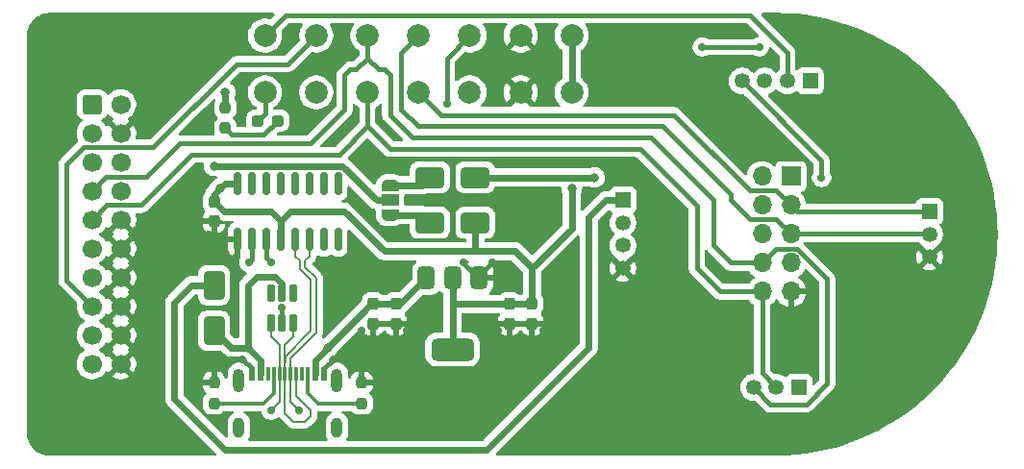
<source format=gbr>
%TF.GenerationSoftware,KiCad,Pcbnew,9.0.2-9.0.2-0~ubuntu24.04.1*%
%TF.CreationDate,2025-07-11T12:15:57+05:30*%
%TF.ProjectId,Programmer_rev01,50726f67-7261-46d6-9d65-725f72657630,rev?*%
%TF.SameCoordinates,Original*%
%TF.FileFunction,Copper,L1,Top*%
%TF.FilePolarity,Positive*%
%FSLAX46Y46*%
G04 Gerber Fmt 4.6, Leading zero omitted, Abs format (unit mm)*
G04 Created by KiCad (PCBNEW 9.0.2-9.0.2-0~ubuntu24.04.1) date 2025-07-11 12:15:57*
%MOMM*%
%LPD*%
G01*
G04 APERTURE LIST*
G04 Aperture macros list*
%AMRoundRect*
0 Rectangle with rounded corners*
0 $1 Rounding radius*
0 $2 $3 $4 $5 $6 $7 $8 $9 X,Y pos of 4 corners*
0 Add a 4 corners polygon primitive as box body*
4,1,4,$2,$3,$4,$5,$6,$7,$8,$9,$2,$3,0*
0 Add four circle primitives for the rounded corners*
1,1,$1+$1,$2,$3*
1,1,$1+$1,$4,$5*
1,1,$1+$1,$6,$7*
1,1,$1+$1,$8,$9*
0 Add four rect primitives between the rounded corners*
20,1,$1+$1,$2,$3,$4,$5,0*
20,1,$1+$1,$4,$5,$6,$7,0*
20,1,$1+$1,$6,$7,$8,$9,0*
20,1,$1+$1,$8,$9,$2,$3,0*%
%AMFreePoly0*
4,1,23,0.550000,-0.750000,0.000000,-0.750000,0.000000,-0.745722,-0.065263,-0.745722,-0.191342,-0.711940,-0.304381,-0.646677,-0.396677,-0.554381,-0.461940,-0.441342,-0.495722,-0.315263,-0.495722,-0.250000,-0.500000,-0.250000,-0.500000,0.250000,-0.495722,0.250000,-0.495722,0.315263,-0.461940,0.441342,-0.396677,0.554381,-0.304381,0.646677,-0.191342,0.711940,-0.065263,0.745722,0.000000,0.745722,
0.000000,0.750000,0.550000,0.750000,0.550000,-0.750000,0.550000,-0.750000,$1*%
%AMFreePoly1*
4,1,23,0.000000,0.745722,0.065263,0.745722,0.191342,0.711940,0.304381,0.646677,0.396677,0.554381,0.461940,0.441342,0.495722,0.315263,0.495722,0.250000,0.500000,0.250000,0.500000,-0.250000,0.495722,-0.250000,0.495722,-0.315263,0.461940,-0.441342,0.396677,-0.554381,0.304381,-0.646677,0.191342,-0.711940,0.065263,-0.745722,0.000000,-0.745722,0.000000,-0.750000,-0.550000,-0.750000,
-0.550000,0.750000,0.000000,0.750000,0.000000,0.745722,0.000000,0.745722,$1*%
G04 Aperture macros list end*
%TA.AperFunction,SMDPad,CuDef*%
%ADD10FreePoly0,270.000000*%
%TD*%
%TA.AperFunction,SMDPad,CuDef*%
%ADD11R,1.500000X1.000000*%
%TD*%
%TA.AperFunction,SMDPad,CuDef*%
%ADD12FreePoly1,270.000000*%
%TD*%
%TA.AperFunction,SMDPad,CuDef*%
%ADD13RoundRect,0.250000X-1.000000X-0.650000X1.000000X-0.650000X1.000000X0.650000X-1.000000X0.650000X0*%
%TD*%
%TA.AperFunction,SMDPad,CuDef*%
%ADD14RoundRect,0.250000X-0.650000X1.000000X-0.650000X-1.000000X0.650000X-1.000000X0.650000X1.000000X0*%
%TD*%
%TA.AperFunction,SMDPad,CuDef*%
%ADD15RoundRect,0.237500X-0.287500X-0.237500X0.287500X-0.237500X0.287500X0.237500X-0.287500X0.237500X0*%
%TD*%
%TA.AperFunction,ComponentPad*%
%ADD16C,2.000000*%
%TD*%
%TA.AperFunction,ComponentPad*%
%ADD17C,1.350000*%
%TD*%
%TA.AperFunction,ComponentPad*%
%ADD18R,1.350000X1.350000*%
%TD*%
%TA.AperFunction,HeatsinkPad*%
%ADD19O,1.000000X1.800000*%
%TD*%
%TA.AperFunction,HeatsinkPad*%
%ADD20O,1.000000X2.100000*%
%TD*%
%TA.AperFunction,SMDPad,CuDef*%
%ADD21R,0.600000X1.240000*%
%TD*%
%TA.AperFunction,SMDPad,CuDef*%
%ADD22R,0.300000X1.240000*%
%TD*%
%TA.AperFunction,SMDPad,CuDef*%
%ADD23RoundRect,0.237500X-0.237500X0.250000X-0.237500X-0.250000X0.237500X-0.250000X0.237500X0.250000X0*%
%TD*%
%TA.AperFunction,SMDPad,CuDef*%
%ADD24RoundRect,0.150000X0.150000X-0.825000X0.150000X0.825000X-0.150000X0.825000X-0.150000X-0.825000X0*%
%TD*%
%TA.AperFunction,SMDPad,CuDef*%
%ADD25RoundRect,0.375000X-0.375000X0.625000X-0.375000X-0.625000X0.375000X-0.625000X0.375000X0.625000X0*%
%TD*%
%TA.AperFunction,SMDPad,CuDef*%
%ADD26RoundRect,0.500000X-1.400000X0.500000X-1.400000X-0.500000X1.400000X-0.500000X1.400000X0.500000X0*%
%TD*%
%TA.AperFunction,SMDPad,CuDef*%
%ADD27RoundRect,0.162500X0.162500X-0.617500X0.162500X0.617500X-0.162500X0.617500X-0.162500X-0.617500X0*%
%TD*%
%TA.AperFunction,SMDPad,CuDef*%
%ADD28RoundRect,0.237500X0.237500X-0.250000X0.237500X0.250000X-0.237500X0.250000X-0.237500X-0.250000X0*%
%TD*%
%TA.AperFunction,ComponentPad*%
%ADD29R,1.700000X1.700000*%
%TD*%
%TA.AperFunction,ComponentPad*%
%ADD30O,1.700000X1.700000*%
%TD*%
%TA.AperFunction,ComponentPad*%
%ADD31RoundRect,0.250000X-0.600000X-0.600000X0.600000X-0.600000X0.600000X0.600000X-0.600000X0.600000X0*%
%TD*%
%TA.AperFunction,ComponentPad*%
%ADD32C,1.700000*%
%TD*%
%TA.AperFunction,SMDPad,CuDef*%
%ADD33RoundRect,0.237500X-0.237500X0.300000X-0.237500X-0.300000X0.237500X-0.300000X0.237500X0.300000X0*%
%TD*%
%TA.AperFunction,ViaPad*%
%ADD34C,0.700000*%
%TD*%
%TA.AperFunction,ViaPad*%
%ADD35C,0.800000*%
%TD*%
%TA.AperFunction,Conductor*%
%ADD36C,0.200000*%
%TD*%
%TA.AperFunction,Conductor*%
%ADD37C,0.400000*%
%TD*%
%TA.AperFunction,Conductor*%
%ADD38C,0.600000*%
%TD*%
%TA.AperFunction,Conductor*%
%ADD39C,0.300000*%
%TD*%
G04 APERTURE END LIST*
D10*
%TO.P,JP1,1,A*%
%TO.N,Net-(D3-K)*%
X80500000Y-95700000D03*
D11*
%TO.P,JP1,2,C*%
%TO.N,+3.3VADC*%
X80500000Y-97000000D03*
D12*
%TO.P,JP1,3,B*%
%TO.N,Net-(D4-K)*%
X80500000Y-98300000D03*
%TD*%
D13*
%TO.P,D4,1,K*%
%TO.N,Net-(D4-K)*%
X84000000Y-99000000D03*
%TO.P,D4,2,A*%
%TO.N,+3.3V*%
X88000000Y-99000000D03*
%TD*%
%TO.P,D3,1,K*%
%TO.N,Net-(D3-K)*%
X84000000Y-95000000D03*
%TO.P,D3,2,A*%
%TO.N,+3.3VP*%
X88000000Y-95000000D03*
%TD*%
D14*
%TO.P,D2,1,K*%
%TO.N,+5V*%
X65000000Y-104500000D03*
%TO.P,D2,2,A*%
%TO.N,VBUS*%
X65000000Y-108500000D03*
%TD*%
D15*
%TO.P,D1,2,A*%
%TO.N,Net-(D1-A)*%
X70625000Y-90000000D03*
%TO.P,D1,1,K*%
%TO.N,SB_LED*%
X68875000Y-90000000D03*
%TD*%
D16*
%TO.P,TP11,1,1*%
%TO.N,RESET*%
X74000000Y-82500000D03*
%TD*%
D17*
%TO.P,J4,3,Pin_3*%
%TO.N,SWDIO*%
X112500000Y-113500000D03*
%TO.P,J4,2,Pin_2*%
%TO.N,SWCLK*%
X114500000Y-113500000D03*
D18*
%TO.P,J4,1,Pin_1*%
%TO.N,RESET*%
X116500000Y-113500000D03*
%TD*%
D17*
%TO.P,J3,3,Pin_3*%
%TO.N,GND*%
X128000000Y-102000000D03*
%TO.P,J3,2,Pin_2*%
%TO.N,SDA*%
X128000000Y-100000000D03*
D18*
%TO.P,J3,1,Pin_1*%
%TO.N,SCL*%
X128000000Y-98000000D03*
%TD*%
D17*
%TO.P,J5,4,Pin_4*%
%TO.N,SB_LED*%
X111500000Y-86500000D03*
%TO.P,J5,3,Pin_3*%
%TO.N,BOOT_MODE*%
X113500000Y-86500000D03*
%TO.P,J5,2,Pin_2*%
%TO.N,SYS_WAKE*%
X115500000Y-86500000D03*
D18*
%TO.P,J5,1,Pin_1*%
%TO.N,+3.3VP*%
X117500000Y-86500000D03*
%TD*%
D17*
%TO.P,J2,4,Pin_4*%
%TO.N,GND*%
X101000000Y-103000000D03*
%TO.P,J2,3,Pin_3*%
%TO.N,TX*%
X101000000Y-101000000D03*
%TO.P,J2,2,Pin_2*%
%TO.N,RX*%
X101000000Y-99000000D03*
D18*
%TO.P,J2,1,Pin_1*%
%TO.N,+5V*%
X101000000Y-97000000D03*
%TD*%
D19*
%TO.P,J7,S1,SHIELD*%
%TO.N,unconnected-(J7-SHIELD-PadS1)_1*%
X75820000Y-117075000D03*
D20*
%TO.N,unconnected-(J7-SHIELD-PadS1)_3*%
X75820000Y-112875000D03*
D19*
%TO.N,unconnected-(J7-SHIELD-PadS1)_2*%
X67180000Y-117075000D03*
D20*
%TO.N,unconnected-(J7-SHIELD-PadS1)*%
X67180000Y-112875000D03*
D21*
%TO.P,J7,B12,GND*%
%TO.N,GND*%
X68300000Y-112275000D03*
%TO.P,J7,B9,VBUS*%
%TO.N,VBUS*%
X69100000Y-112275000D03*
D22*
%TO.P,J7,B8,SBU2*%
%TO.N,unconnected-(J7-SBU2-PadB8)*%
X69750000Y-112275000D03*
%TO.P,J7,B7,D-*%
%TO.N,/D-*%
X70750000Y-112275000D03*
%TO.P,J7,B6,D+*%
%TO.N,/D+*%
X72250000Y-112275000D03*
%TO.P,J7,B5,CC2*%
%TO.N,Net-(J7-CC2)*%
X73250000Y-112275000D03*
D21*
%TO.P,J7,B4,VBUS*%
%TO.N,VBUS*%
X73900000Y-112275000D03*
%TO.P,J7,B1,GND*%
%TO.N,GND*%
X74700000Y-112275000D03*
%TO.P,J7,A12,GND*%
X74700000Y-112275000D03*
%TO.P,J7,A9,VBUS*%
%TO.N,VBUS*%
X73900000Y-112275000D03*
D22*
%TO.P,J7,A8,SBU1*%
%TO.N,unconnected-(J7-SBU1-PadA8)*%
X72750000Y-112275000D03*
%TO.P,J7,A7,D-*%
%TO.N,/D-*%
X71750000Y-112275000D03*
%TO.P,J7,A6,D+*%
%TO.N,/D+*%
X71250000Y-112275000D03*
%TO.P,J7,A5,CC1*%
%TO.N,Net-(J7-CC1)*%
X70250000Y-112275000D03*
D21*
%TO.P,J7,A4,VBUS*%
%TO.N,VBUS*%
X69100000Y-112275000D03*
%TO.P,J7,A1,GND*%
%TO.N,GND*%
X68300000Y-112275000D03*
%TD*%
D23*
%TO.P,R3,1*%
%TO.N,+3.3V*%
X66000000Y-88837500D03*
%TO.P,R3,2*%
%TO.N,Net-(D1-A)*%
X66000000Y-90662500D03*
%TD*%
D24*
%TO.P,U3,1,GND*%
%TO.N,GND*%
X67055000Y-100475000D03*
%TO.P,U3,2,TXD*%
%TO.N,RX*%
X68325000Y-100475000D03*
%TO.P,U3,3,RXD*%
%TO.N,TX*%
X69595000Y-100475000D03*
%TO.P,U3,4,V3*%
%TO.N,+3.3V*%
X70865000Y-100475000D03*
%TO.P,U3,5,UD+*%
%TO.N,/D+*%
X72135000Y-100475000D03*
%TO.P,U3,6,UD-*%
%TO.N,/D-*%
X73405000Y-100475000D03*
%TO.P,U3,7,NC*%
%TO.N,unconnected-(U3-NC-Pad7)*%
X74675000Y-100475000D03*
%TO.P,U3,8,NC*%
%TO.N,unconnected-(U3-NC-Pad8)*%
X75945000Y-100475000D03*
%TO.P,U3,9,~{CTS}*%
%TO.N,unconnected-(U3-~{CTS}-Pad9)*%
X75945000Y-95525000D03*
%TO.P,U3,10,~{DSR}*%
%TO.N,unconnected-(U3-~{DSR}-Pad10)*%
X74675000Y-95525000D03*
%TO.P,U3,11,~{RI}*%
%TO.N,unconnected-(U3-~{RI}-Pad11)*%
X73405000Y-95525000D03*
%TO.P,U3,12,~{DCD}*%
%TO.N,unconnected-(U3-~{DCD}-Pad12)*%
X72135000Y-95525000D03*
%TO.P,U3,13,~{DTR}*%
%TO.N,unconnected-(U3-~{DTR}-Pad13)*%
X70865000Y-95525000D03*
%TO.P,U3,14,~{RTS}*%
%TO.N,unconnected-(U3-~{RTS}-Pad14)*%
X69595000Y-95525000D03*
%TO.P,U3,15,R232*%
%TO.N,unconnected-(U3-R232-Pad15)*%
X68325000Y-95525000D03*
%TO.P,U3,16,VCC*%
%TO.N,+3.3V*%
X67055000Y-95525000D03*
%TD*%
D25*
%TO.P,U2,1,GND*%
%TO.N,GND*%
X88300000Y-103850000D03*
%TO.P,U2,2,VO*%
%TO.N,+3.3V*%
X86000000Y-103850000D03*
D26*
X86000000Y-110150000D03*
D25*
%TO.P,U2,3,VI*%
%TO.N,VBUS*%
X83700000Y-103850000D03*
%TD*%
D27*
%TO.P,U1,1,IO1*%
%TO.N,/D-*%
X70050000Y-107850000D03*
%TO.P,U1,2,VN*%
%TO.N,GND*%
X71000000Y-107850000D03*
%TO.P,U1,3,IO2*%
%TO.N,/D+*%
X71950000Y-107850000D03*
%TO.P,U1,4,IO3*%
%TO.N,unconnected-(U1-IO3-Pad4)*%
X71950000Y-105150000D03*
%TO.P,U1,5,VP*%
%TO.N,VBUS*%
X71000000Y-105150000D03*
%TO.P,U1,6,IO4*%
%TO.N,unconnected-(U1-IO4-Pad6)*%
X70050000Y-105150000D03*
%TD*%
D16*
%TO.P,TP14,1,1*%
%TO.N,+3.3V*%
X96500000Y-87500000D03*
%TD*%
%TO.P,TP13,1,1*%
%TO.N,SWDIO*%
X78500000Y-82500000D03*
%TD*%
%TO.P,TP12,1,1*%
%TO.N,SWCLK*%
X78500000Y-87500000D03*
%TD*%
%TO.P,TP10,1,1*%
%TO.N,GND*%
X92000000Y-82500000D03*
%TD*%
%TO.P,TP9,1,1*%
%TO.N,GND*%
X92000000Y-87500000D03*
%TD*%
%TO.P,TP8,1,1*%
%TO.N,+3.3V*%
X96500000Y-82500000D03*
%TD*%
%TO.P,TP7,1,1*%
%TO.N,SDA*%
X83000000Y-82500000D03*
%TD*%
%TO.P,TP6,1,1*%
%TO.N,SCL*%
X83000000Y-87500000D03*
%TD*%
%TO.P,TP5,1,1*%
%TO.N,TX*%
X87500000Y-82500000D03*
%TD*%
%TO.P,TP4,1,1*%
%TO.N,RX*%
X87500000Y-87500000D03*
%TD*%
%TO.P,TP3,1,1*%
%TO.N,SB_LED*%
X69500000Y-87500000D03*
%TD*%
%TO.P,TP2,1,1*%
%TO.N,BOOT_MODE*%
X74000000Y-87500000D03*
%TD*%
%TO.P,TP1,1,1*%
%TO.N,SYS_WAKE*%
X69500000Y-82500000D03*
%TD*%
D28*
%TO.P,R2,1*%
%TO.N,Net-(J7-CC2)*%
X78000000Y-114912500D03*
%TO.P,R2,2*%
%TO.N,GND*%
X78000000Y-113087500D03*
%TD*%
%TO.P,R1,1*%
%TO.N,Net-(J7-CC1)*%
X65000000Y-114912500D03*
%TO.P,R1,2*%
%TO.N,GND*%
X65000000Y-113087500D03*
%TD*%
D29*
%TO.P,J6,1,Pin_1*%
%TO.N,+5V*%
X115800000Y-94900000D03*
D30*
%TO.P,J6,2,Pin_2*%
%TO.N,RX*%
X113260000Y-94900000D03*
%TO.P,J6,3,Pin_3*%
%TO.N,SCL*%
X115800000Y-97440000D03*
%TO.P,J6,4,Pin_4*%
%TO.N,TX*%
X113260000Y-97440000D03*
%TO.P,J6,5,Pin_5*%
%TO.N,SDA*%
X115800000Y-99980000D03*
%TO.P,J6,6,Pin_6*%
%TO.N,SB_LED*%
X113260000Y-99980000D03*
%TO.P,J6,7,Pin_7*%
%TO.N,RESET*%
X115800000Y-102520000D03*
%TO.P,J6,8,Pin_8*%
%TO.N,SWDIO*%
X113260000Y-102520000D03*
%TO.P,J6,9,Pin_9*%
%TO.N,GND*%
X115800000Y-105060000D03*
%TO.P,J6,10,Pin_10*%
%TO.N,SWCLK*%
X113260000Y-105060000D03*
%TD*%
D31*
%TO.P,J1,1,Pin_1*%
%TO.N,+3.3VADC*%
X54247500Y-88570000D03*
D32*
%TO.P,J1,2,Pin_2*%
%TO.N,unconnected-(J1-Pin_2-Pad2)*%
X56787500Y-88570000D03*
%TO.P,J1,3,Pin_3*%
%TO.N,unconnected-(J1-Pin_3-Pad3)*%
X54247500Y-91110000D03*
%TO.P,J1,4,Pin_4*%
%TO.N,GND*%
X56787500Y-91110000D03*
%TO.P,J1,5,Pin_5*%
%TO.N,unconnected-(J1-Pin_5-Pad5)*%
X54247500Y-93650000D03*
%TO.P,J1,6,Pin_6*%
%TO.N,GND*%
X56787500Y-93650000D03*
%TO.P,J1,7,Pin_7*%
%TO.N,SWDIO*%
X54247500Y-96190000D03*
%TO.P,J1,8,Pin_8*%
%TO.N,GND*%
X56787500Y-96190000D03*
%TO.P,J1,9,Pin_9*%
%TO.N,SWCLK*%
X54247500Y-98730000D03*
%TO.P,J1,10,Pin_10*%
%TO.N,GND*%
X56787500Y-98730000D03*
%TO.P,J1,11,Pin_11*%
%TO.N,unconnected-(J1-Pin_11-Pad11)*%
X54247500Y-101270000D03*
%TO.P,J1,12,Pin_12*%
%TO.N,GND*%
X56787500Y-101270000D03*
%TO.P,J1,13,Pin_13*%
%TO.N,unconnected-(J1-Pin_13-Pad13)*%
X54247500Y-103810000D03*
%TO.P,J1,14,Pin_14*%
%TO.N,GND*%
X56787500Y-103810000D03*
%TO.P,J1,15,Pin_15*%
%TO.N,RESET*%
X54247500Y-106350000D03*
%TO.P,J1,16,Pin_16*%
%TO.N,GND*%
X56787500Y-106350000D03*
%TO.P,J1,17,Pin_17*%
%TO.N,unconnected-(J1-Pin_17-Pad17)*%
X54247500Y-108890000D03*
%TO.P,J1,18,Pin_18*%
%TO.N,GND*%
X56787500Y-108890000D03*
%TO.P,J1,19,Pin_19*%
%TO.N,unconnected-(J1-Pin_19-Pad19)*%
X54247500Y-111430000D03*
%TO.P,J1,20,Pin_20*%
%TO.N,GND*%
X56787500Y-111430000D03*
%TD*%
D33*
%TO.P,C5,1*%
%TO.N,+3.3V*%
X65000000Y-97137500D03*
%TO.P,C5,2*%
%TO.N,GND*%
X65000000Y-98862500D03*
%TD*%
%TO.P,C4,1*%
%TO.N,+3.3V*%
X93000000Y-106137500D03*
%TO.P,C4,2*%
%TO.N,GND*%
X93000000Y-107862500D03*
%TD*%
%TO.P,C3,1*%
%TO.N,+3.3V*%
X91000000Y-106137500D03*
%TO.P,C3,2*%
%TO.N,GND*%
X91000000Y-107862500D03*
%TD*%
%TO.P,C2,1*%
%TO.N,VBUS*%
X79000000Y-106137500D03*
%TO.P,C2,2*%
%TO.N,GND*%
X79000000Y-107862500D03*
%TD*%
%TO.P,C1,1*%
%TO.N,VBUS*%
X81000000Y-106137500D03*
%TO.P,C1,2*%
%TO.N,GND*%
X81000000Y-107862500D03*
%TD*%
D34*
%TO.N,/D-*%
X72500000Y-115500000D03*
X70000000Y-115500000D03*
%TO.N,GND*%
X80000000Y-90500000D03*
X104500000Y-98000000D03*
X110000000Y-90000000D03*
X51500000Y-110000000D03*
X51500000Y-90000000D03*
X62500000Y-86500000D03*
X61500000Y-103000000D03*
X63000000Y-110500000D03*
X94000000Y-118000000D03*
X121000000Y-102000000D03*
X118000000Y-89500000D03*
X111500000Y-82000000D03*
X116500000Y-81500000D03*
X101000000Y-87500000D03*
X107500000Y-87500000D03*
X107000000Y-105000000D03*
X115500000Y-110000000D03*
X105500000Y-100000000D03*
X98000000Y-96500000D03*
%TO.N,SB_LED*%
X118500000Y-95000000D03*
%TO.N,GND*%
X100000000Y-109000000D03*
X96000000Y-104000000D03*
X91000000Y-97000000D03*
X93000000Y-99500000D03*
X84000000Y-106500000D03*
X91000000Y-103000000D03*
X109000000Y-103000000D03*
X115500000Y-92500000D03*
X101000000Y-82000000D03*
X99000000Y-93500000D03*
X94500000Y-93500000D03*
D35*
%TO.N,+3.3V*%
X96500000Y-96000000D03*
D34*
%TO.N,RESET*%
X113000000Y-83500000D03*
X108000000Y-83500000D03*
%TO.N,TX*%
X70000000Y-102500000D03*
%TO.N,RX*%
X68075000Y-102500000D03*
%TO.N,TX*%
X85530331Y-88530331D03*
D35*
%TO.N,+3.3VP*%
X98500000Y-95000000D03*
D34*
%TO.N,GND*%
X64500000Y-100000000D03*
X67000000Y-102000000D03*
X75500000Y-106500000D03*
X62500000Y-117500000D03*
X61500000Y-99000000D03*
X62500000Y-95500000D03*
X63500000Y-90500000D03*
X65000000Y-82500000D03*
X74000000Y-85000000D03*
X76500000Y-91000000D03*
X78500000Y-93000000D03*
X86000000Y-113500000D03*
X78000000Y-103500000D03*
X89500000Y-102500000D03*
X87000000Y-102500000D03*
X82000000Y-108500000D03*
X78000000Y-108500000D03*
X94000000Y-108500000D03*
X90000000Y-108500000D03*
X92000000Y-109000000D03*
X80000000Y-109000000D03*
X78000000Y-111500000D03*
X65000000Y-111500000D03*
X71500000Y-117500000D03*
X75500000Y-111000000D03*
X67500000Y-111000000D03*
X71000000Y-106500000D03*
D35*
%TO.N,+3.3VADC*%
X65000000Y-94000000D03*
%TO.N,+3.3V*%
X65500000Y-96000000D03*
X66000000Y-87500000D03*
%TO.N,VBUS*%
X75000000Y-110000000D03*
X68000000Y-110000000D03*
%TD*%
D36*
%TO.N,/D+*%
X71250000Y-112275000D02*
X71250000Y-115750000D01*
X71250000Y-115750000D02*
X72000000Y-116500000D01*
X72000000Y-116500000D02*
X73000000Y-116500000D01*
X73000000Y-116500000D02*
X73500000Y-116000000D01*
X73500000Y-116000000D02*
X73500000Y-115500000D01*
X73500000Y-115500000D02*
X72250000Y-114250000D01*
X72250000Y-114250000D02*
X72250000Y-112275000D01*
%TO.N,/D-*%
X70750000Y-112275000D02*
X70750000Y-114750000D01*
X70750000Y-114750000D02*
X70000000Y-115500000D01*
X72500000Y-115500000D02*
X71750000Y-114750000D01*
X71750000Y-114750000D02*
X71750000Y-112275000D01*
D37*
%TO.N,GND*%
X71000000Y-106500000D02*
X71000000Y-107850000D01*
%TO.N,TX*%
X85530331Y-88530331D02*
X85500000Y-88500000D01*
X85500000Y-88500000D02*
X85500000Y-84500000D01*
X85500000Y-84500000D02*
X87500000Y-82500000D01*
%TO.N,GND*%
X74700000Y-112275000D02*
X74700000Y-111800000D01*
X74700000Y-111800000D02*
X75500000Y-111000000D01*
X68300000Y-112275000D02*
X68300000Y-111800000D01*
X68300000Y-111800000D02*
X67500000Y-111000000D01*
%TO.N,SCL*%
X83000000Y-87500000D02*
X85000000Y-89500000D01*
X85000000Y-89500000D02*
X105500000Y-89500000D01*
X105500000Y-89500000D02*
X112151000Y-96151000D01*
X112151000Y-96151000D02*
X114511000Y-96151000D01*
X114511000Y-96151000D02*
X115800000Y-97440000D01*
%TO.N,SWCLK*%
X78500000Y-90500000D02*
X80500000Y-92500000D01*
X80500000Y-92500000D02*
X102500000Y-92500000D01*
X102500000Y-92500000D02*
X107500000Y-97500000D01*
X107500000Y-97500000D02*
X107500000Y-103000000D01*
X107500000Y-103000000D02*
X109560000Y-105060000D01*
X109560000Y-105060000D02*
X113260000Y-105060000D01*
%TO.N,SB_LED*%
X111500000Y-86500000D02*
X118500000Y-93500000D01*
X118500000Y-93500000D02*
X118500000Y-95000000D01*
D38*
%TO.N,+5V*%
X65000000Y-104500000D02*
X63000000Y-104500000D01*
X63000000Y-104500000D02*
X61500000Y-106000000D01*
X61500000Y-106000000D02*
X61500000Y-114500000D01*
X99500000Y-97000000D02*
X101000000Y-97000000D01*
X61500000Y-114500000D02*
X66000000Y-119000000D01*
X66000000Y-119000000D02*
X89000000Y-119000000D01*
X89000000Y-119000000D02*
X98000000Y-110000000D01*
X98000000Y-110000000D02*
X98000000Y-98500000D01*
X98000000Y-98500000D02*
X99500000Y-97000000D01*
D37*
%TO.N,GND*%
X88300000Y-103850000D02*
X88300000Y-103700000D01*
X88300000Y-103700000D02*
X89500000Y-102500000D01*
X87000000Y-102500000D02*
X87000000Y-102550000D01*
X87000000Y-102550000D02*
X88300000Y-103850000D01*
D38*
%TO.N,+3.3V*%
X96500000Y-96000000D02*
X96500000Y-99500000D01*
X96500000Y-99500000D02*
X93000000Y-103000000D01*
D37*
%TO.N,RESET*%
X113000000Y-83500000D02*
X108000000Y-83500000D01*
%TO.N,RX*%
X68075000Y-102500000D02*
X68325000Y-102250000D01*
X68325000Y-102250000D02*
X68325000Y-100475000D01*
%TO.N,TX*%
X70000000Y-102500000D02*
X69595000Y-102095000D01*
X69595000Y-102095000D02*
X69595000Y-100475000D01*
D38*
%TO.N,VBUS*%
X68000000Y-110000000D02*
X68000000Y-104500000D01*
X70379999Y-103750000D02*
X71000000Y-104370001D01*
X68000000Y-104500000D02*
X68750000Y-103750000D01*
X68750000Y-103750000D02*
X70379999Y-103750000D01*
X71000000Y-104370001D02*
X71000000Y-105150000D01*
%TO.N,+3.3VP*%
X88000000Y-95000000D02*
X98500000Y-95000000D01*
%TO.N,+3.3VADC*%
X79319810Y-97000000D02*
X80500000Y-97000000D01*
X65000000Y-94000000D02*
X76319810Y-94000000D01*
X76319810Y-94000000D02*
X79319810Y-97000000D01*
%TO.N,Net-(D4-K)*%
X80500000Y-98300000D02*
X83300000Y-98300000D01*
X83300000Y-98300000D02*
X84000000Y-99000000D01*
%TO.N,Net-(D3-K)*%
X80500000Y-95700000D02*
X83300000Y-95700000D01*
X83300000Y-95700000D02*
X84000000Y-95000000D01*
%TO.N,+3.3V*%
X91500000Y-101500000D02*
X88000000Y-101500000D01*
X88000000Y-99000000D02*
X88000000Y-101500000D01*
X93000000Y-106137500D02*
X93000000Y-103000000D01*
X76500000Y-98000000D02*
X71730000Y-98000000D01*
X93000000Y-103000000D02*
X91500000Y-101500000D01*
X88000000Y-101500000D02*
X80000000Y-101500000D01*
X71730000Y-98000000D02*
X70865000Y-98865000D01*
X80000000Y-101500000D02*
X76500000Y-98000000D01*
X86000000Y-110150000D02*
X86000000Y-106000000D01*
X91000000Y-106137500D02*
X86137500Y-106137500D01*
X86137500Y-106137500D02*
X86000000Y-106000000D01*
X93000000Y-106137500D02*
X91000000Y-106137500D01*
%TO.N,VBUS*%
X81000000Y-106137500D02*
X81412500Y-106137500D01*
X81412500Y-106137500D02*
X83700000Y-103850000D01*
X78862500Y-106137500D02*
X81000000Y-106137500D01*
X78500000Y-106500000D02*
X78862500Y-106137500D01*
X75000000Y-110000000D02*
X78500000Y-106500000D01*
X78862500Y-106137500D02*
X79000000Y-106137500D01*
%TO.N,+3.3V*%
X86000000Y-106000000D02*
X86000000Y-103850000D01*
X65000000Y-96500000D02*
X65500000Y-96000000D01*
%TO.N,VBUS*%
X68000000Y-110000000D02*
X66500000Y-110000000D01*
X66500000Y-110000000D02*
X65000000Y-108500000D01*
D37*
%TO.N,SB_LED*%
X68875000Y-90000000D02*
X69500000Y-89375000D01*
X69500000Y-89375000D02*
X69500000Y-87500000D01*
%TO.N,Net-(D1-A)*%
X70625000Y-90000000D02*
X69375000Y-91250000D01*
X69375000Y-91250000D02*
X66587500Y-91250000D01*
X66587500Y-91250000D02*
X66000000Y-90662500D01*
%TO.N,SDA*%
X115800000Y-99980000D02*
X127980000Y-99980000D01*
X127980000Y-99980000D02*
X128000000Y-100000000D01*
%TO.N,SCL*%
X128000000Y-98000000D02*
X116360000Y-98000000D01*
X116360000Y-98000000D02*
X115800000Y-97440000D01*
D38*
%TO.N,+3.3V*%
X96500000Y-82500000D02*
X96500000Y-87500000D01*
%TO.N,VBUS*%
X75000000Y-110000000D02*
X73900000Y-111100000D01*
X73900000Y-111100000D02*
X73900000Y-112275000D01*
X69100000Y-112275000D02*
X69100000Y-111100000D01*
X69100000Y-111100000D02*
X68000000Y-110000000D01*
%TO.N,+3.3V*%
X65000000Y-97137500D02*
X65862500Y-98000000D01*
X70865000Y-98865000D02*
X70865000Y-100475000D01*
X65862500Y-98000000D02*
X70000000Y-98000000D01*
X70000000Y-98000000D02*
X70865000Y-98865000D01*
X65000000Y-97137500D02*
X65000000Y-96500000D01*
X65500000Y-96000000D02*
X65975000Y-95525000D01*
X65975000Y-95525000D02*
X67055000Y-95525000D01*
X66000000Y-87500000D02*
X66000000Y-88837500D01*
D39*
%TO.N,Net-(J7-CC2)*%
X73250000Y-112275000D02*
X73250000Y-114000000D01*
X73250000Y-114000000D02*
X74162500Y-114912500D01*
X74162500Y-114912500D02*
X78000000Y-114912500D01*
%TO.N,Net-(J7-CC1)*%
X70250000Y-112275000D02*
X70250000Y-114000000D01*
X70250000Y-114000000D02*
X69337500Y-114912500D01*
X69337500Y-114912500D02*
X65000000Y-114912500D01*
D36*
%TO.N,/D-*%
X72995000Y-102347501D02*
X72995000Y-102864183D01*
X71725000Y-110943198D02*
X71725000Y-111319999D01*
X73975000Y-103844183D02*
X73975000Y-108693198D01*
%TO.N,/D+*%
X71275000Y-110756802D02*
X71275000Y-111319999D01*
X72135000Y-100475000D02*
X72135000Y-101937501D01*
X73525000Y-104030579D02*
X73525000Y-108506802D01*
%TO.N,/D-*%
X73405000Y-101937501D02*
X72995000Y-102347501D01*
%TO.N,/D+*%
X72545000Y-103050579D02*
X73525000Y-104030579D01*
X72545000Y-102347501D02*
X72545000Y-103050579D01*
%TO.N,/D-*%
X73405000Y-100475000D02*
X73405000Y-101937501D01*
X71750000Y-111344999D02*
X71750000Y-112275000D01*
%TO.N,/D+*%
X71275000Y-111319999D02*
X71250000Y-111344999D01*
X72135000Y-101937501D02*
X72545000Y-102347501D01*
%TO.N,/D-*%
X72995000Y-102864183D02*
X73975000Y-103844183D01*
%TO.N,/D+*%
X73525000Y-108506802D02*
X71275000Y-110756802D01*
%TO.N,/D-*%
X73975000Y-108693198D02*
X71725000Y-110943198D01*
X71725000Y-111319999D02*
X71750000Y-111344999D01*
%TO.N,/D+*%
X71950000Y-107850000D02*
X71950000Y-109020001D01*
X71950000Y-109020001D02*
X71225000Y-109745001D01*
X71225000Y-109745001D02*
X71225000Y-111319999D01*
%TO.N,/D-*%
X70050000Y-109020001D02*
X70775000Y-109745001D01*
%TO.N,/D+*%
X71225000Y-111319999D02*
X71250000Y-111344999D01*
X71250000Y-111344999D02*
X71250000Y-112275000D01*
%TO.N,/D-*%
X70050000Y-107850000D02*
X70050000Y-109020001D01*
X70775000Y-109745001D02*
X70775000Y-111319999D01*
X70750000Y-111344999D02*
X70750000Y-112275000D01*
X70775000Y-111319999D02*
X70750000Y-111344999D01*
D37*
%TO.N,SWDIO*%
X78500000Y-84500000D02*
X77500000Y-85500000D01*
X77500000Y-85500000D02*
X77000000Y-85500000D01*
X77000000Y-85500000D02*
X76500000Y-86000000D01*
X76500000Y-86000000D02*
X76500000Y-89000000D01*
X62000000Y-92000000D02*
X59061000Y-94939000D01*
X76500000Y-89000000D02*
X73500000Y-92000000D01*
X73500000Y-92000000D02*
X62000000Y-92000000D01*
X59061000Y-94939000D02*
X55498500Y-94939000D01*
X55498500Y-94939000D02*
X54247500Y-96190000D01*
%TO.N,SWCLK*%
X54247500Y-98730000D02*
X55536500Y-97441000D01*
X76000000Y-93000000D02*
X78500000Y-90500000D01*
X55536500Y-97441000D02*
X58559000Y-97441000D01*
X58559000Y-97441000D02*
X63000000Y-93000000D01*
X63000000Y-93000000D02*
X76000000Y-93000000D01*
%TO.N,SYS_WAKE*%
X69500000Y-82500000D02*
X71299000Y-80701000D01*
X71299000Y-80701000D02*
X112201000Y-80701000D01*
X112201000Y-80701000D02*
X115500000Y-84000000D01*
X115500000Y-84000000D02*
X115500000Y-86500000D01*
%TO.N,RESET*%
X54247500Y-106350000D02*
X52000000Y-104102500D01*
X52000000Y-104102500D02*
X52000000Y-93861000D01*
X53500000Y-92361000D02*
X59639000Y-92361000D01*
X52000000Y-93861000D02*
X53500000Y-92361000D01*
X59639000Y-92361000D02*
X67000000Y-85000000D01*
X67000000Y-85000000D02*
X71500000Y-85000000D01*
X71500000Y-85000000D02*
X74000000Y-82500000D01*
%TO.N,SWDIO*%
X78500000Y-84500000D02*
X78500000Y-82500000D01*
X112500000Y-113500000D02*
X114000000Y-115000000D01*
X114000000Y-115000000D02*
X117152000Y-115000000D01*
X117152000Y-115000000D02*
X119000000Y-113152000D01*
X119000000Y-103950818D02*
X116318182Y-101269000D01*
X119000000Y-113152000D02*
X119000000Y-103950818D01*
X114511000Y-101269000D02*
X113260000Y-102520000D01*
X116318182Y-101269000D02*
X114511000Y-101269000D01*
%TO.N,SWCLK*%
X114500000Y-113500000D02*
X113260000Y-112260000D01*
X113260000Y-112260000D02*
X113260000Y-105060000D01*
X78500000Y-90500000D02*
X78500000Y-87500000D01*
%TO.N,SWDIO*%
X109000000Y-101000000D02*
X110500000Y-102500000D01*
X109000000Y-97000000D02*
X109000000Y-101000000D01*
X103500000Y-91500000D02*
X109000000Y-97000000D01*
X110500000Y-102520000D02*
X113260000Y-102520000D01*
X82500000Y-91500000D02*
X103500000Y-91500000D01*
X110500000Y-102500000D02*
X110500000Y-102520000D01*
X80500000Y-86000000D02*
X80500000Y-89500000D01*
X80500000Y-89500000D02*
X82500000Y-91500000D01*
X80000000Y-85500000D02*
X80500000Y-86000000D01*
X79500000Y-85500000D02*
X80000000Y-85500000D01*
X78500000Y-84500000D02*
X79500000Y-85500000D01*
%TO.N,SDA*%
X83000000Y-82500000D02*
X81500000Y-84000000D01*
X104500000Y-90500000D02*
X110500000Y-96500000D01*
X81500000Y-84000000D02*
X81500000Y-89000000D01*
X83000000Y-90500000D02*
X104500000Y-90500000D01*
X81500000Y-89000000D02*
X83000000Y-90500000D01*
X110500000Y-97000000D02*
X112191000Y-98691000D01*
X110500000Y-96500000D02*
X110500000Y-97000000D01*
X112191000Y-98691000D02*
X114511000Y-98691000D01*
X114511000Y-98691000D02*
X115800000Y-99980000D01*
%TD*%
%TA.AperFunction,Conductor*%
%TO.N,GND*%
G36*
X70276520Y-80520185D02*
G01*
X70322275Y-80572989D01*
X70332219Y-80642147D01*
X70303194Y-80705703D01*
X70297180Y-80712162D01*
X70020504Y-80988838D01*
X69996823Y-81012519D01*
X69935500Y-81046003D01*
X69870824Y-81042768D01*
X69851370Y-81036447D01*
X69618097Y-80999500D01*
X69618092Y-80999500D01*
X69381908Y-80999500D01*
X69381903Y-80999500D01*
X69148631Y-81036446D01*
X68924003Y-81109433D01*
X68713566Y-81216657D01*
X68630965Y-81276671D01*
X68522490Y-81355483D01*
X68522488Y-81355485D01*
X68522487Y-81355485D01*
X68355485Y-81522487D01*
X68355485Y-81522488D01*
X68355483Y-81522490D01*
X68300341Y-81598386D01*
X68216657Y-81713566D01*
X68109433Y-81924003D01*
X68036446Y-82148631D01*
X67999500Y-82381902D01*
X67999500Y-82618097D01*
X68036446Y-82851368D01*
X68109433Y-83075996D01*
X68203534Y-83260678D01*
X68216657Y-83286433D01*
X68355483Y-83477510D01*
X68522490Y-83644517D01*
X68713567Y-83783343D01*
X68799500Y-83827128D01*
X68924003Y-83890566D01*
X68924005Y-83890566D01*
X68924008Y-83890568D01*
X68962624Y-83903115D01*
X69148631Y-83963553D01*
X69381903Y-84000500D01*
X69381908Y-84000500D01*
X69618097Y-84000500D01*
X69851368Y-83963553D01*
X69880784Y-83953995D01*
X70075992Y-83890568D01*
X70286433Y-83783343D01*
X70477510Y-83644517D01*
X70644517Y-83477510D01*
X70783343Y-83286433D01*
X70890568Y-83075992D01*
X70963553Y-82851368D01*
X70980194Y-82746300D01*
X71000500Y-82618097D01*
X71000500Y-82381902D01*
X70963553Y-82148635D01*
X70963553Y-82148632D01*
X70957230Y-82129175D01*
X70955234Y-82059335D01*
X70987478Y-82003177D01*
X71552838Y-81437819D01*
X71614161Y-81404334D01*
X71640519Y-81401500D01*
X72700024Y-81401500D01*
X72767063Y-81421185D01*
X72812818Y-81473989D01*
X72822762Y-81543147D01*
X72800343Y-81598383D01*
X72755374Y-81660277D01*
X72716657Y-81713566D01*
X72609433Y-81924003D01*
X72536446Y-82148631D01*
X72499500Y-82381902D01*
X72499500Y-82618097D01*
X72536447Y-82851369D01*
X72536447Y-82851372D01*
X72542768Y-82870824D01*
X72544763Y-82940665D01*
X72512518Y-82996823D01*
X71246162Y-84263181D01*
X71184839Y-84296666D01*
X71158481Y-84299500D01*
X66931004Y-84299500D01*
X66795677Y-84326418D01*
X66795667Y-84326421D01*
X66668192Y-84379222D01*
X66553454Y-84455887D01*
X66553453Y-84455888D01*
X59385162Y-91624181D01*
X59323839Y-91657666D01*
X59297481Y-91660500D01*
X58198777Y-91660500D01*
X58131738Y-91640815D01*
X58085983Y-91588011D01*
X58076039Y-91518853D01*
X58080846Y-91498182D01*
X58104257Y-91426130D01*
X58104257Y-91426127D01*
X58137500Y-91216246D01*
X58137500Y-91003753D01*
X58104257Y-90793872D01*
X58104257Y-90793869D01*
X58038595Y-90591782D01*
X57942124Y-90402449D01*
X57902770Y-90348282D01*
X57902769Y-90348282D01*
X57270462Y-90980589D01*
X57253425Y-90917007D01*
X57187599Y-90802993D01*
X57094507Y-90709901D01*
X56980493Y-90644075D01*
X56916909Y-90627037D01*
X57549216Y-89994728D01*
X57495047Y-89955373D01*
X57495047Y-89955372D01*
X57486000Y-89950763D01*
X57435206Y-89902788D01*
X57418412Y-89834966D01*
X57440951Y-89768832D01*
X57486008Y-89729793D01*
X57495316Y-89725051D01*
X57614228Y-89638657D01*
X57667286Y-89600109D01*
X57667288Y-89600106D01*
X57667292Y-89600104D01*
X57817604Y-89449792D01*
X57817606Y-89449788D01*
X57817609Y-89449786D01*
X57942548Y-89277820D01*
X57942547Y-89277820D01*
X57942551Y-89277816D01*
X58039057Y-89088412D01*
X58104746Y-88886243D01*
X58138000Y-88676287D01*
X58138000Y-88463713D01*
X58104746Y-88253757D01*
X58039057Y-88051588D01*
X57942551Y-87862184D01*
X57942549Y-87862181D01*
X57942548Y-87862179D01*
X57817609Y-87690213D01*
X57667286Y-87539890D01*
X57495320Y-87414951D01*
X57305914Y-87318444D01*
X57305913Y-87318443D01*
X57305912Y-87318443D01*
X57103743Y-87252754D01*
X57103741Y-87252753D01*
X57103740Y-87252753D01*
X56915026Y-87222864D01*
X56893787Y-87219500D01*
X56681213Y-87219500D01*
X56659974Y-87222864D01*
X56471260Y-87252753D01*
X56269085Y-87318444D01*
X56079679Y-87414951D01*
X55907713Y-87539890D01*
X55757394Y-87690209D01*
X55757385Y-87690219D01*
X55753830Y-87695113D01*
X55698497Y-87737775D01*
X55628883Y-87743748D01*
X55567091Y-87711137D01*
X55535812Y-87661223D01*
X55532315Y-87650670D01*
X55532314Y-87650666D01*
X55440212Y-87501344D01*
X55316156Y-87377288D01*
X55166834Y-87285186D01*
X55000297Y-87230001D01*
X55000295Y-87230000D01*
X54897510Y-87219500D01*
X53597498Y-87219500D01*
X53597481Y-87219501D01*
X53494703Y-87230000D01*
X53494700Y-87230001D01*
X53328168Y-87285185D01*
X53328163Y-87285187D01*
X53178842Y-87377289D01*
X53054789Y-87501342D01*
X52962687Y-87650663D01*
X52962685Y-87650668D01*
X52955365Y-87672759D01*
X52907501Y-87817203D01*
X52907501Y-87817204D01*
X52907500Y-87817204D01*
X52897000Y-87919983D01*
X52897000Y-89220001D01*
X52897001Y-89220018D01*
X52907500Y-89322796D01*
X52907501Y-89322799D01*
X52949150Y-89448486D01*
X52962686Y-89489334D01*
X53054788Y-89638656D01*
X53178844Y-89762712D01*
X53328166Y-89854814D01*
X53338723Y-89858312D01*
X53396168Y-89898084D01*
X53422992Y-89962600D01*
X53410677Y-90031376D01*
X53372613Y-90076330D01*
X53367719Y-90079885D01*
X53367709Y-90079894D01*
X53217390Y-90230213D01*
X53092451Y-90402179D01*
X52995944Y-90591585D01*
X52930253Y-90793760D01*
X52911699Y-90910906D01*
X52897000Y-91003713D01*
X52897000Y-91216287D01*
X52904427Y-91263181D01*
X52930235Y-91426127D01*
X52930254Y-91426243D01*
X52994568Y-91624181D01*
X52995945Y-91628417D01*
X53038073Y-91711099D01*
X53050969Y-91779768D01*
X53024692Y-91844508D01*
X53015269Y-91855074D01*
X51455888Y-93414453D01*
X51455887Y-93414454D01*
X51379223Y-93529192D01*
X51326421Y-93656668D01*
X51326418Y-93656680D01*
X51316940Y-93704329D01*
X51316940Y-93704330D01*
X51299500Y-93792004D01*
X51299500Y-93792007D01*
X51299500Y-104033506D01*
X51299500Y-104171494D01*
X51299500Y-104171496D01*
X51299499Y-104171496D01*
X51326418Y-104306822D01*
X51326421Y-104306832D01*
X51379222Y-104434307D01*
X51455887Y-104549045D01*
X51455888Y-104549046D01*
X52886992Y-105980149D01*
X52920477Y-106041472D01*
X52921784Y-106087227D01*
X52901309Y-106216508D01*
X52897000Y-106243713D01*
X52897000Y-106456287D01*
X52906398Y-106515623D01*
X52930235Y-106666127D01*
X52930254Y-106666243D01*
X52980411Y-106820611D01*
X52995944Y-106868414D01*
X53092451Y-107057820D01*
X53217390Y-107229786D01*
X53367713Y-107380109D01*
X53539682Y-107505050D01*
X53548446Y-107509516D01*
X53599242Y-107557491D01*
X53616036Y-107625312D01*
X53593498Y-107691447D01*
X53548446Y-107730484D01*
X53539682Y-107734949D01*
X53367713Y-107859890D01*
X53217390Y-108010213D01*
X53092451Y-108182179D01*
X52995944Y-108371585D01*
X52995943Y-108371587D01*
X52995943Y-108371588D01*
X52963276Y-108472125D01*
X52930253Y-108573760D01*
X52897000Y-108783713D01*
X52897000Y-108996286D01*
X52930235Y-109206127D01*
X52930254Y-109206243D01*
X52949177Y-109264483D01*
X52995944Y-109408414D01*
X53092451Y-109597820D01*
X53217390Y-109769786D01*
X53367713Y-109920109D01*
X53539682Y-110045050D01*
X53548446Y-110049516D01*
X53599242Y-110097491D01*
X53616036Y-110165312D01*
X53593498Y-110231447D01*
X53548446Y-110270484D01*
X53539682Y-110274949D01*
X53367713Y-110399890D01*
X53217390Y-110550213D01*
X53092451Y-110722179D01*
X52995944Y-110911585D01*
X52930253Y-111113760D01*
X52914749Y-111211649D01*
X52897000Y-111323713D01*
X52897000Y-111536287D01*
X52904543Y-111583909D01*
X52930235Y-111746127D01*
X52930254Y-111746243D01*
X52964317Y-111851079D01*
X52995944Y-111948414D01*
X53092451Y-112137820D01*
X53217390Y-112309786D01*
X53367713Y-112460109D01*
X53539679Y-112585048D01*
X53539681Y-112585049D01*
X53539684Y-112585051D01*
X53729088Y-112681557D01*
X53931257Y-112747246D01*
X54141213Y-112780500D01*
X54141214Y-112780500D01*
X54353786Y-112780500D01*
X54353787Y-112780500D01*
X54563743Y-112747246D01*
X54765912Y-112681557D01*
X54955316Y-112585051D01*
X55010072Y-112545269D01*
X55127286Y-112460109D01*
X55127288Y-112460106D01*
X55127292Y-112460104D01*
X55277604Y-112309792D01*
X55277606Y-112309788D01*
X55277609Y-112309786D01*
X55363390Y-112191717D01*
X55402551Y-112137816D01*
X55407293Y-112128508D01*
X55455263Y-112077711D01*
X55523083Y-112060911D01*
X55589219Y-112083445D01*
X55628263Y-112128500D01*
X55632873Y-112137547D01*
X55672228Y-112191716D01*
X56304537Y-111559408D01*
X56321575Y-111622993D01*
X56387401Y-111737007D01*
X56480493Y-111830099D01*
X56594507Y-111895925D01*
X56658090Y-111912962D01*
X56025782Y-112545269D01*
X56025782Y-112545270D01*
X56079949Y-112584624D01*
X56269282Y-112681095D01*
X56471370Y-112746757D01*
X56681254Y-112780000D01*
X56893746Y-112780000D01*
X57103627Y-112746757D01*
X57103630Y-112746757D01*
X57305717Y-112681095D01*
X57495054Y-112584622D01*
X57549216Y-112545270D01*
X57549217Y-112545270D01*
X56916908Y-111912962D01*
X56980493Y-111895925D01*
X57094507Y-111830099D01*
X57187599Y-111737007D01*
X57253425Y-111622993D01*
X57270462Y-111559408D01*
X57902770Y-112191717D01*
X57902770Y-112191716D01*
X57942122Y-112137554D01*
X58038595Y-111948217D01*
X58104257Y-111746130D01*
X58104257Y-111746127D01*
X58137500Y-111536246D01*
X58137500Y-111323753D01*
X58104257Y-111113872D01*
X58104257Y-111113869D01*
X58038595Y-110911782D01*
X57942124Y-110722449D01*
X57902770Y-110668282D01*
X57902769Y-110668282D01*
X57270462Y-111300590D01*
X57253425Y-111237007D01*
X57187599Y-111122993D01*
X57094507Y-111029901D01*
X56980493Y-110964075D01*
X56916909Y-110947037D01*
X57549216Y-110314728D01*
X57495050Y-110275375D01*
X57485454Y-110270486D01*
X57434657Y-110222512D01*
X57417861Y-110154692D01*
X57440397Y-110088556D01*
X57485454Y-110049514D01*
X57495054Y-110044622D01*
X57549216Y-110005270D01*
X57549217Y-110005270D01*
X56916908Y-109372962D01*
X56980493Y-109355925D01*
X57094507Y-109290099D01*
X57187599Y-109197007D01*
X57253425Y-109082993D01*
X57270462Y-109019408D01*
X57902770Y-109651717D01*
X57902770Y-109651716D01*
X57942122Y-109597554D01*
X58038595Y-109408217D01*
X58104257Y-109206130D01*
X58104257Y-109206127D01*
X58137500Y-108996246D01*
X58137500Y-108783753D01*
X58104257Y-108573872D01*
X58104257Y-108573869D01*
X58038595Y-108371782D01*
X57942124Y-108182449D01*
X57902770Y-108128282D01*
X57902769Y-108128282D01*
X57270462Y-108760590D01*
X57253425Y-108697007D01*
X57187599Y-108582993D01*
X57094507Y-108489901D01*
X56980493Y-108424075D01*
X56916909Y-108407037D01*
X57549216Y-107774728D01*
X57495050Y-107735375D01*
X57485454Y-107730486D01*
X57434657Y-107682512D01*
X57417861Y-107614692D01*
X57440397Y-107548556D01*
X57485454Y-107509514D01*
X57495054Y-107504622D01*
X57549216Y-107465270D01*
X57549217Y-107465270D01*
X56916908Y-106832962D01*
X56980493Y-106815925D01*
X57094507Y-106750099D01*
X57187599Y-106657007D01*
X57253425Y-106542993D01*
X57270462Y-106479408D01*
X57902770Y-107111717D01*
X57902770Y-107111716D01*
X57942122Y-107057554D01*
X58038595Y-106868217D01*
X58104257Y-106666130D01*
X58104257Y-106666127D01*
X58137500Y-106456246D01*
X58137500Y-106243753D01*
X58104257Y-106033872D01*
X58104257Y-106033869D01*
X58038595Y-105831782D01*
X57942124Y-105642449D01*
X57902770Y-105588282D01*
X57902769Y-105588282D01*
X57270462Y-106220590D01*
X57253425Y-106157007D01*
X57187599Y-106042993D01*
X57094507Y-105949901D01*
X56980493Y-105884075D01*
X56916909Y-105867037D01*
X57549216Y-105234728D01*
X57495050Y-105195375D01*
X57485454Y-105190486D01*
X57434657Y-105142512D01*
X57417861Y-105074692D01*
X57440397Y-105008556D01*
X57485454Y-104969514D01*
X57495054Y-104964622D01*
X57549216Y-104925270D01*
X57549217Y-104925270D01*
X56916908Y-104292962D01*
X56980493Y-104275925D01*
X57094507Y-104210099D01*
X57187599Y-104117007D01*
X57253425Y-104002993D01*
X57270462Y-103939408D01*
X57902770Y-104571717D01*
X57902770Y-104571716D01*
X57942122Y-104517554D01*
X58038595Y-104328217D01*
X58104257Y-104126130D01*
X58104257Y-104126127D01*
X58137500Y-103916246D01*
X58137500Y-103703753D01*
X58104257Y-103493872D01*
X58104257Y-103493869D01*
X58038595Y-103291782D01*
X57942124Y-103102449D01*
X57902770Y-103048282D01*
X57902769Y-103048282D01*
X57270462Y-103680590D01*
X57253425Y-103617007D01*
X57187599Y-103502993D01*
X57094507Y-103409901D01*
X56980493Y-103344075D01*
X56916909Y-103327037D01*
X57549216Y-102694728D01*
X57495050Y-102655375D01*
X57485454Y-102650486D01*
X57434657Y-102602512D01*
X57417861Y-102534692D01*
X57440397Y-102468556D01*
X57485454Y-102429514D01*
X57495054Y-102424622D01*
X57549216Y-102385270D01*
X57549217Y-102385270D01*
X56916908Y-101752962D01*
X56980493Y-101735925D01*
X57094507Y-101670099D01*
X57187599Y-101577007D01*
X57253425Y-101462993D01*
X57270462Y-101399408D01*
X57902770Y-102031717D01*
X57902770Y-102031716D01*
X57942122Y-101977554D01*
X58038595Y-101788217D01*
X58104257Y-101586130D01*
X58104257Y-101586127D01*
X58137500Y-101376246D01*
X58137500Y-101365649D01*
X66255000Y-101365649D01*
X66257899Y-101402489D01*
X66257900Y-101402495D01*
X66303716Y-101560193D01*
X66303717Y-101560196D01*
X66387314Y-101701552D01*
X66387321Y-101701561D01*
X66503438Y-101817678D01*
X66503447Y-101817685D01*
X66644801Y-101901281D01*
X66802514Y-101947100D01*
X66802511Y-101947100D01*
X66804998Y-101947295D01*
X66805000Y-101947295D01*
X66805000Y-100725000D01*
X66255000Y-100725000D01*
X66255000Y-101365649D01*
X58137500Y-101365649D01*
X58137500Y-101163753D01*
X58104257Y-100953872D01*
X58104257Y-100953869D01*
X58038595Y-100751783D01*
X58027463Y-100729935D01*
X58027462Y-100729933D01*
X57942124Y-100562449D01*
X57902770Y-100508282D01*
X57902769Y-100508282D01*
X57270462Y-101140590D01*
X57253425Y-101077007D01*
X57187599Y-100962993D01*
X57094507Y-100869901D01*
X56980493Y-100804075D01*
X56916909Y-100787037D01*
X57549216Y-100154728D01*
X57495050Y-100115375D01*
X57485454Y-100110486D01*
X57434657Y-100062512D01*
X57417861Y-99994692D01*
X57440397Y-99928556D01*
X57485454Y-99889514D01*
X57495054Y-99884622D01*
X57549216Y-99845270D01*
X57549217Y-99845270D01*
X56916908Y-99212962D01*
X56980493Y-99195925D01*
X57094507Y-99130099D01*
X57187599Y-99037007D01*
X57253425Y-98922993D01*
X57270462Y-98859409D01*
X57902770Y-99491717D01*
X57902770Y-99491716D01*
X57942122Y-99437554D01*
X58038595Y-99248217D01*
X58050475Y-99211654D01*
X64025001Y-99211654D01*
X64035319Y-99312652D01*
X64089546Y-99476300D01*
X64089551Y-99476311D01*
X64180052Y-99623034D01*
X64180055Y-99623038D01*
X64301961Y-99744944D01*
X64301965Y-99744947D01*
X64448688Y-99835448D01*
X64448699Y-99835453D01*
X64612347Y-99889680D01*
X64713352Y-99899999D01*
X64750000Y-99899999D01*
X65250000Y-99899999D01*
X65286640Y-99899999D01*
X65286654Y-99899998D01*
X65387652Y-99889680D01*
X65551300Y-99835453D01*
X65551311Y-99835448D01*
X65698034Y-99744947D01*
X65698038Y-99744944D01*
X65819944Y-99623038D01*
X65819947Y-99623034D01*
X65910448Y-99476311D01*
X65910453Y-99476300D01*
X65964680Y-99312652D01*
X65974999Y-99211654D01*
X65975000Y-99211641D01*
X65975000Y-99112500D01*
X65250000Y-99112500D01*
X65250000Y-99899999D01*
X64750000Y-99899999D01*
X64750000Y-99112500D01*
X64025001Y-99112500D01*
X64025001Y-99211654D01*
X58050475Y-99211654D01*
X58104257Y-99046130D01*
X58104953Y-99041738D01*
X58104953Y-99041736D01*
X58137500Y-98836246D01*
X58137500Y-98623753D01*
X58104257Y-98413872D01*
X58104257Y-98413869D01*
X58068499Y-98303818D01*
X58066504Y-98233977D01*
X58102584Y-98174144D01*
X58165285Y-98143316D01*
X58186430Y-98141500D01*
X58627996Y-98141500D01*
X58742133Y-98118796D01*
X58763328Y-98114580D01*
X58827421Y-98088032D01*
X58890807Y-98061777D01*
X58890808Y-98061776D01*
X58890811Y-98061775D01*
X59005543Y-97985114D01*
X63253837Y-93736818D01*
X63315160Y-93703334D01*
X63341518Y-93700500D01*
X63990338Y-93700500D01*
X64057377Y-93720185D01*
X64103132Y-93772989D01*
X64113076Y-93842147D01*
X64111955Y-93848692D01*
X64099500Y-93911306D01*
X64099500Y-94088695D01*
X64134103Y-94262658D01*
X64134106Y-94262667D01*
X64201983Y-94426540D01*
X64201990Y-94426553D01*
X64300535Y-94574034D01*
X64300538Y-94574038D01*
X64425961Y-94699461D01*
X64425965Y-94699464D01*
X64573446Y-94798009D01*
X64573459Y-94798016D01*
X64680949Y-94842539D01*
X64737334Y-94865894D01*
X64737336Y-94865894D01*
X64737341Y-94865896D01*
X64911304Y-94900499D01*
X64911307Y-94900500D01*
X64911309Y-94900500D01*
X65088693Y-94900500D01*
X65160541Y-94886208D01*
X65194267Y-94889225D01*
X65228067Y-94891643D01*
X65228988Y-94892332D01*
X65230132Y-94892435D01*
X65256879Y-94913212D01*
X65284000Y-94933515D01*
X65284401Y-94934591D01*
X65285310Y-94935297D01*
X65296581Y-94967246D01*
X65308417Y-94998979D01*
X65308172Y-95000102D01*
X65308555Y-95001187D01*
X65300763Y-95034161D01*
X65293565Y-95067252D01*
X65292658Y-95068463D01*
X65292488Y-95069184D01*
X65272418Y-95095501D01*
X65272414Y-95095506D01*
X65248769Y-95119151D01*
X65208541Y-95146031D01*
X65073455Y-95201985D01*
X64925965Y-95300535D01*
X64925961Y-95300538D01*
X64800538Y-95425961D01*
X64800535Y-95425965D01*
X64701985Y-95573455D01*
X64646032Y-95708540D01*
X64641399Y-95715473D01*
X64640303Y-95720513D01*
X64619153Y-95748768D01*
X64489711Y-95878211D01*
X64489708Y-95878212D01*
X64378213Y-95989707D01*
X64378210Y-95989711D01*
X64290609Y-96120814D01*
X64290602Y-96120827D01*
X64230263Y-96266500D01*
X64230261Y-96266506D01*
X64222815Y-96303942D01*
X64190429Y-96365852D01*
X64188882Y-96367427D01*
X64179658Y-96376651D01*
X64089096Y-96523475D01*
X64089092Y-96523484D01*
X64034826Y-96687247D01*
X64034826Y-96687248D01*
X64034825Y-96687248D01*
X64024500Y-96788315D01*
X64024500Y-97486669D01*
X64024501Y-97486687D01*
X64034825Y-97587752D01*
X64060485Y-97665186D01*
X64089092Y-97751516D01*
X64177485Y-97894824D01*
X64179661Y-97898351D01*
X64193982Y-97912672D01*
X64227467Y-97973995D01*
X64222483Y-98043687D01*
X64193985Y-98088032D01*
X64180052Y-98101965D01*
X64089551Y-98248688D01*
X64089546Y-98248699D01*
X64035319Y-98412347D01*
X64025000Y-98513345D01*
X64025000Y-98612500D01*
X65300694Y-98612500D01*
X65367733Y-98632185D01*
X65369585Y-98633398D01*
X65483314Y-98709390D01*
X65483327Y-98709397D01*
X65628737Y-98769627D01*
X65629003Y-98769737D01*
X65629007Y-98769737D01*
X65629008Y-98769738D01*
X65783654Y-98800500D01*
X65783657Y-98800500D01*
X65783658Y-98800500D01*
X66627904Y-98800500D01*
X66694943Y-98820185D01*
X66740698Y-98872989D01*
X66750642Y-98942147D01*
X66721617Y-99005703D01*
X66662839Y-99043477D01*
X66662499Y-99043577D01*
X66644801Y-99048718D01*
X66503447Y-99132314D01*
X66503438Y-99132321D01*
X66387321Y-99248438D01*
X66387314Y-99248447D01*
X66303717Y-99389803D01*
X66303716Y-99389806D01*
X66257900Y-99547504D01*
X66257899Y-99547510D01*
X66255000Y-99584350D01*
X66255000Y-100225000D01*
X66931000Y-100225000D01*
X66998039Y-100244685D01*
X67043794Y-100297489D01*
X67055000Y-100349000D01*
X67055000Y-100475000D01*
X67181000Y-100475000D01*
X67248039Y-100494685D01*
X67293794Y-100547489D01*
X67305000Y-100599000D01*
X67305000Y-101951632D01*
X67335064Y-102001895D01*
X67332819Y-102071728D01*
X67323300Y-102091307D01*
X67324166Y-102091770D01*
X67321296Y-102097138D01*
X67257185Y-102251916D01*
X67257184Y-102251918D01*
X67224500Y-102416228D01*
X67224500Y-102583771D01*
X67257182Y-102748074D01*
X67257184Y-102748082D01*
X67321295Y-102902860D01*
X67414373Y-103042162D01*
X67532837Y-103160626D01*
X67582158Y-103193581D01*
X67672137Y-103253703D01*
X67672138Y-103253703D01*
X67672139Y-103253704D01*
X67813283Y-103312168D01*
X67867686Y-103356009D01*
X67889751Y-103422303D01*
X67872472Y-103490003D01*
X67853511Y-103514410D01*
X67668422Y-103699500D01*
X67489711Y-103878211D01*
X67451676Y-103916246D01*
X67378209Y-103989712D01*
X67290609Y-104120814D01*
X67290602Y-104120827D01*
X67230264Y-104266498D01*
X67230261Y-104266510D01*
X67199500Y-104421153D01*
X67199500Y-109075500D01*
X67196949Y-109084185D01*
X67198238Y-109093147D01*
X67187259Y-109117187D01*
X67179815Y-109142539D01*
X67172974Y-109148466D01*
X67169213Y-109156703D01*
X67146978Y-109170992D01*
X67127011Y-109188294D01*
X67116496Y-109190581D01*
X67110435Y-109194477D01*
X67075500Y-109199500D01*
X66882940Y-109199500D01*
X66815901Y-109179815D01*
X66795259Y-109163181D01*
X66436818Y-108804740D01*
X66403333Y-108743417D01*
X66400499Y-108717059D01*
X66400499Y-107449998D01*
X66400498Y-107449981D01*
X66389999Y-107347203D01*
X66389998Y-107347200D01*
X66357354Y-107248688D01*
X66334814Y-107180666D01*
X66242712Y-107031344D01*
X66118656Y-106907288D01*
X65978131Y-106820612D01*
X65969336Y-106815187D01*
X65969331Y-106815185D01*
X65967862Y-106814698D01*
X65802797Y-106760001D01*
X65802795Y-106760000D01*
X65700010Y-106749500D01*
X64299998Y-106749500D01*
X64299981Y-106749501D01*
X64197203Y-106760000D01*
X64197200Y-106760001D01*
X64030668Y-106815185D01*
X64030663Y-106815187D01*
X63881342Y-106907289D01*
X63757289Y-107031342D01*
X63665187Y-107180663D01*
X63665186Y-107180666D01*
X63610001Y-107347203D01*
X63610001Y-107347204D01*
X63610000Y-107347204D01*
X63599500Y-107449983D01*
X63599500Y-109550001D01*
X63599501Y-109550018D01*
X63610000Y-109652796D01*
X63610001Y-109652799D01*
X63639506Y-109741837D01*
X63665186Y-109819334D01*
X63757288Y-109968656D01*
X63881344Y-110092712D01*
X64030666Y-110184814D01*
X64197203Y-110239999D01*
X64299991Y-110250500D01*
X65567059Y-110250499D01*
X65634098Y-110270184D01*
X65654740Y-110286818D01*
X65878211Y-110510289D01*
X65935000Y-110567078D01*
X65989712Y-110621790D01*
X66120814Y-110709390D01*
X66120821Y-110709394D01*
X66200061Y-110742216D01*
X66266502Y-110769737D01*
X66421152Y-110800499D01*
X66421155Y-110800500D01*
X66421157Y-110800500D01*
X66421158Y-110800500D01*
X67554793Y-110800500D01*
X67562968Y-110802126D01*
X67568047Y-110801210D01*
X67602245Y-110809939D01*
X67708537Y-110853966D01*
X67708540Y-110853967D01*
X67748769Y-110880847D01*
X67855753Y-110987831D01*
X67889238Y-111049154D01*
X67884254Y-111118846D01*
X67842382Y-111174779D01*
X67811406Y-111191694D01*
X67757912Y-111211646D01*
X67757906Y-111211649D01*
X67642814Y-111297808D01*
X67642807Y-111297814D01*
X67622847Y-111324478D01*
X67566912Y-111366349D01*
X67497220Y-111371332D01*
X67476136Y-111364730D01*
X67471839Y-111362950D01*
X67471828Y-111362947D01*
X67278543Y-111324500D01*
X67278541Y-111324500D01*
X67081459Y-111324500D01*
X67081457Y-111324500D01*
X66888170Y-111362947D01*
X66888160Y-111362950D01*
X66706092Y-111438364D01*
X66706079Y-111438371D01*
X66542218Y-111547860D01*
X66542214Y-111547863D01*
X66402863Y-111687214D01*
X66402860Y-111687218D01*
X66293371Y-111851079D01*
X66293364Y-111851092D01*
X66217950Y-112033160D01*
X66217947Y-112033170D01*
X66179500Y-112226456D01*
X66179500Y-112567204D01*
X66159815Y-112634243D01*
X66107011Y-112679998D01*
X66037853Y-112689942D01*
X65974297Y-112660917D01*
X65937794Y-112606208D01*
X65910453Y-112523699D01*
X65910448Y-112523688D01*
X65819947Y-112376965D01*
X65819944Y-112376961D01*
X65698038Y-112255055D01*
X65698034Y-112255052D01*
X65551311Y-112164551D01*
X65551300Y-112164546D01*
X65387652Y-112110319D01*
X65286654Y-112100000D01*
X65250000Y-112100000D01*
X65250000Y-112963500D01*
X65230315Y-113030539D01*
X65177511Y-113076294D01*
X65126000Y-113087500D01*
X65000000Y-113087500D01*
X65000000Y-113213500D01*
X64980315Y-113280539D01*
X64927511Y-113326294D01*
X64876000Y-113337500D01*
X64025001Y-113337500D01*
X64025001Y-113386654D01*
X64035319Y-113487652D01*
X64089546Y-113651300D01*
X64089551Y-113651311D01*
X64180052Y-113798034D01*
X64180055Y-113798038D01*
X64293982Y-113911965D01*
X64327467Y-113973288D01*
X64322483Y-114042980D01*
X64293983Y-114087327D01*
X64179659Y-114201651D01*
X64089093Y-114348481D01*
X64089092Y-114348484D01*
X64034826Y-114512247D01*
X64034826Y-114512248D01*
X64034825Y-114512248D01*
X64024500Y-114613315D01*
X64024500Y-115211669D01*
X64024501Y-115211687D01*
X64034825Y-115312752D01*
X64069291Y-115416761D01*
X64089092Y-115476516D01*
X64179660Y-115623350D01*
X64301650Y-115745340D01*
X64448484Y-115835908D01*
X64612247Y-115890174D01*
X64713323Y-115900500D01*
X65286676Y-115900499D01*
X65286684Y-115900498D01*
X65286687Y-115900498D01*
X65342030Y-115894844D01*
X65387753Y-115890174D01*
X65551516Y-115835908D01*
X65698350Y-115745340D01*
X65820340Y-115623350D01*
X65821233Y-115621901D01*
X65822104Y-115621117D01*
X65824821Y-115617683D01*
X65825407Y-115618147D01*
X65873180Y-115575179D01*
X65926771Y-115563000D01*
X66634599Y-115563000D01*
X66701638Y-115582685D01*
X66747393Y-115635489D01*
X66757337Y-115704647D01*
X66728312Y-115768203D01*
X66703490Y-115790102D01*
X66542218Y-115897860D01*
X66542214Y-115897863D01*
X66402863Y-116037214D01*
X66402860Y-116037218D01*
X66293371Y-116201079D01*
X66293364Y-116201092D01*
X66217950Y-116383160D01*
X66217947Y-116383170D01*
X66179500Y-116576456D01*
X66179500Y-117573545D01*
X66217418Y-117764170D01*
X66211191Y-117833761D01*
X66168328Y-117888939D01*
X66102438Y-117912183D01*
X66034441Y-117896115D01*
X66008120Y-117876042D01*
X62336819Y-114204741D01*
X62303334Y-114143418D01*
X62300500Y-114117060D01*
X62300500Y-112788345D01*
X64025000Y-112788345D01*
X64025000Y-112837500D01*
X64750000Y-112837500D01*
X64750000Y-112100000D01*
X64713361Y-112100000D01*
X64713343Y-112100001D01*
X64612347Y-112110319D01*
X64448699Y-112164546D01*
X64448688Y-112164551D01*
X64301965Y-112255052D01*
X64301961Y-112255055D01*
X64180055Y-112376961D01*
X64180052Y-112376965D01*
X64089551Y-112523688D01*
X64089546Y-112523699D01*
X64035319Y-112687347D01*
X64025000Y-112788345D01*
X62300500Y-112788345D01*
X62300500Y-106382940D01*
X62320185Y-106315901D01*
X62336819Y-106295259D01*
X63295259Y-105336819D01*
X63322186Y-105322115D01*
X63348005Y-105305523D01*
X63354205Y-105304631D01*
X63356582Y-105303334D01*
X63382940Y-105300500D01*
X63475501Y-105300500D01*
X63542540Y-105320185D01*
X63588295Y-105372989D01*
X63599501Y-105424500D01*
X63599501Y-105550018D01*
X63610000Y-105652796D01*
X63610001Y-105652799D01*
X63665185Y-105819331D01*
X63665187Y-105819336D01*
X63666274Y-105821098D01*
X63757288Y-105968656D01*
X63881344Y-106092712D01*
X64030666Y-106184814D01*
X64197203Y-106239999D01*
X64299991Y-106250500D01*
X65700008Y-106250499D01*
X65802797Y-106239999D01*
X65969334Y-106184814D01*
X66118656Y-106092712D01*
X66242712Y-105968656D01*
X66334814Y-105819334D01*
X66389999Y-105652797D01*
X66400500Y-105550009D01*
X66400499Y-103449992D01*
X66389999Y-103347203D01*
X66334814Y-103180666D01*
X66242712Y-103031344D01*
X66118656Y-102907288D01*
X65969334Y-102815186D01*
X65802797Y-102760001D01*
X65802795Y-102760000D01*
X65700010Y-102749500D01*
X64299998Y-102749500D01*
X64299981Y-102749501D01*
X64197203Y-102760000D01*
X64197200Y-102760001D01*
X64030668Y-102815185D01*
X64030663Y-102815187D01*
X63881342Y-102907289D01*
X63757289Y-103031342D01*
X63665187Y-103180663D01*
X63665185Y-103180668D01*
X63660906Y-103193581D01*
X63610001Y-103347203D01*
X63610001Y-103347204D01*
X63610000Y-103347204D01*
X63599500Y-103449983D01*
X63599500Y-103575500D01*
X63579815Y-103642539D01*
X63527011Y-103688294D01*
X63475500Y-103699500D01*
X62921154Y-103699500D01*
X62766508Y-103730261D01*
X62766498Y-103730264D01*
X62736346Y-103742754D01*
X62620823Y-103790604D01*
X62620815Y-103790609D01*
X62493664Y-103875570D01*
X62493661Y-103875572D01*
X62489711Y-103878211D01*
X62489706Y-103878214D01*
X61359366Y-105008556D01*
X60989711Y-105378211D01*
X60943422Y-105424500D01*
X60878209Y-105489712D01*
X60790609Y-105620814D01*
X60790602Y-105620827D01*
X60730264Y-105766498D01*
X60730261Y-105766510D01*
X60699500Y-105921153D01*
X60699500Y-114578846D01*
X60730261Y-114733489D01*
X60730264Y-114733501D01*
X60790602Y-114879172D01*
X60790609Y-114879185D01*
X60878210Y-115010288D01*
X60878213Y-115010292D01*
X65155741Y-119287819D01*
X65189226Y-119349142D01*
X65184242Y-119418834D01*
X65142370Y-119474767D01*
X65076906Y-119499184D01*
X65068060Y-119499500D01*
X50504067Y-119499500D01*
X50495957Y-119499235D01*
X50247116Y-119482925D01*
X50231035Y-119480807D01*
X49990464Y-119432954D01*
X49974797Y-119428756D01*
X49742520Y-119349909D01*
X49727534Y-119343702D01*
X49507539Y-119235212D01*
X49493492Y-119227102D01*
X49289539Y-119090825D01*
X49276671Y-119080951D01*
X49092250Y-118919218D01*
X49080781Y-118907749D01*
X48919048Y-118723328D01*
X48909174Y-118710460D01*
X48772897Y-118506507D01*
X48764787Y-118492460D01*
X48658855Y-118277652D01*
X48656294Y-118272458D01*
X48650090Y-118257479D01*
X48571243Y-118025202D01*
X48567045Y-118009535D01*
X48554985Y-117948907D01*
X48519190Y-117768953D01*
X48517075Y-117752895D01*
X48500765Y-117504043D01*
X48500500Y-117495933D01*
X48500500Y-82504066D01*
X48500765Y-82495956D01*
X48517075Y-82247102D01*
X48519190Y-82231048D01*
X48567045Y-81990462D01*
X48571243Y-81974797D01*
X48594337Y-81906762D01*
X48650093Y-81742512D01*
X48656291Y-81727547D01*
X48764790Y-81507533D01*
X48772893Y-81493498D01*
X48909182Y-81289527D01*
X48919039Y-81276681D01*
X49080786Y-81092244D01*
X49092244Y-81080786D01*
X49276681Y-80919039D01*
X49289527Y-80909182D01*
X49493498Y-80772893D01*
X49507533Y-80764790D01*
X49727547Y-80656291D01*
X49742512Y-80650093D01*
X49940639Y-80582838D01*
X49974797Y-80571243D01*
X49990464Y-80567045D01*
X50231048Y-80519190D01*
X50247102Y-80517075D01*
X50495957Y-80500765D01*
X50504067Y-80500500D01*
X50565892Y-80500500D01*
X70209481Y-80500500D01*
X70276520Y-80520185D01*
G37*
%TD.AperFunction*%
%TA.AperFunction,Conductor*%
G36*
X114501381Y-80500531D02*
G01*
X115372098Y-80520073D01*
X115377594Y-80520320D01*
X116245187Y-80578814D01*
X116250651Y-80579306D01*
X117114743Y-80676666D01*
X117120207Y-80677406D01*
X117979039Y-80813432D01*
X117984454Y-80814414D01*
X118836342Y-80988839D01*
X118841756Y-80990075D01*
X119144062Y-81066250D01*
X119684878Y-81202524D01*
X119690242Y-81204004D01*
X120523020Y-81454075D01*
X120528288Y-81455787D01*
X121349026Y-81742977D01*
X121354235Y-81744932D01*
X122161206Y-82068631D01*
X122166323Y-82070818D01*
X122337634Y-82148631D01*
X122957990Y-82430410D01*
X122962965Y-82432806D01*
X123578227Y-82746297D01*
X123737725Y-82827565D01*
X123742625Y-82830202D01*
X124498856Y-83259303D01*
X124503629Y-83262154D01*
X124957001Y-83547027D01*
X125239867Y-83724763D01*
X125244511Y-83727829D01*
X125959232Y-84222989D01*
X125963734Y-84226260D01*
X126655513Y-84752982D01*
X126659861Y-84756449D01*
X127043243Y-85076519D01*
X127327343Y-85313702D01*
X127331528Y-85317359D01*
X127943254Y-85876501D01*
X127973328Y-85903990D01*
X127977350Y-85907836D01*
X128592163Y-86522649D01*
X128596009Y-86526671D01*
X129182636Y-87168466D01*
X129186295Y-87172653D01*
X129373274Y-87396618D01*
X129743548Y-87840135D01*
X129747017Y-87844486D01*
X130273739Y-88536265D01*
X130277010Y-88540767D01*
X130772170Y-89255488D01*
X130775236Y-89260132D01*
X131237842Y-89996366D01*
X131240696Y-90001143D01*
X131669797Y-90757374D01*
X131672434Y-90762274D01*
X132067184Y-91537015D01*
X132069598Y-91542029D01*
X132429181Y-92333676D01*
X132431368Y-92338793D01*
X132755067Y-93145764D01*
X132757022Y-93150973D01*
X133044212Y-93971711D01*
X133045932Y-93977004D01*
X133295995Y-94809757D01*
X133297475Y-94815121D01*
X133509922Y-95658237D01*
X133511161Y-95663662D01*
X133685579Y-96515515D01*
X133686572Y-96520990D01*
X133822589Y-97379767D01*
X133823336Y-97385281D01*
X133920689Y-98249309D01*
X133921188Y-98254852D01*
X133979677Y-99122373D01*
X133979927Y-99127932D01*
X133999437Y-99997218D01*
X133999437Y-100002782D01*
X133979927Y-100872067D01*
X133979677Y-100877626D01*
X133921188Y-101745147D01*
X133920689Y-101750690D01*
X133823336Y-102614718D01*
X133822589Y-102620232D01*
X133686572Y-103479009D01*
X133685579Y-103484484D01*
X133511161Y-104336337D01*
X133509922Y-104341762D01*
X133297475Y-105184878D01*
X133295995Y-105190242D01*
X133045932Y-106022995D01*
X133044212Y-106028288D01*
X132757022Y-106849026D01*
X132755067Y-106854235D01*
X132431368Y-107661206D01*
X132429181Y-107666323D01*
X132069598Y-108457970D01*
X132067184Y-108462984D01*
X131672434Y-109237725D01*
X131669797Y-109242625D01*
X131240696Y-109998856D01*
X131237842Y-110003633D01*
X130775236Y-110739867D01*
X130772170Y-110744511D01*
X130277010Y-111459232D01*
X130273739Y-111463734D01*
X129747017Y-112155513D01*
X129743548Y-112159864D01*
X129186297Y-112827343D01*
X129182636Y-112831533D01*
X128596009Y-113473328D01*
X128592163Y-113477350D01*
X127977350Y-114092163D01*
X127973328Y-114096009D01*
X127331533Y-114682636D01*
X127327343Y-114686297D01*
X126659864Y-115243548D01*
X126655513Y-115247017D01*
X125963734Y-115773739D01*
X125959232Y-115777010D01*
X125244511Y-116272170D01*
X125239867Y-116275236D01*
X124503633Y-116737842D01*
X124498856Y-116740696D01*
X123742625Y-117169797D01*
X123737725Y-117172434D01*
X122962984Y-117567184D01*
X122957970Y-117569598D01*
X122166323Y-117929181D01*
X122161206Y-117931368D01*
X121354235Y-118255067D01*
X121349026Y-118257022D01*
X120528288Y-118544212D01*
X120522995Y-118545932D01*
X119690242Y-118795995D01*
X119684878Y-118797475D01*
X118841762Y-119009922D01*
X118836337Y-119011161D01*
X117984484Y-119185579D01*
X117979009Y-119186572D01*
X117120232Y-119322589D01*
X117114718Y-119323336D01*
X116250690Y-119420689D01*
X116245147Y-119421188D01*
X115377626Y-119479677D01*
X115372067Y-119479927D01*
X114501381Y-119499469D01*
X114498599Y-119499500D01*
X89931940Y-119499500D01*
X89864901Y-119479815D01*
X89819146Y-119427011D01*
X89809202Y-119357853D01*
X89838227Y-119294297D01*
X89844259Y-119287819D01*
X98621786Y-110510292D01*
X98621789Y-110510289D01*
X98709394Y-110379179D01*
X98769737Y-110233497D01*
X98800500Y-110078842D01*
X98800500Y-109921158D01*
X98800500Y-109921157D01*
X98800500Y-98882940D01*
X98820185Y-98815901D01*
X98836819Y-98795259D01*
X99266252Y-98365826D01*
X99708754Y-97923323D01*
X99770075Y-97889840D01*
X99839766Y-97894824D01*
X99895699Y-97936695D01*
X99967452Y-98032544D01*
X99967453Y-98032544D01*
X99967454Y-98032546D01*
X100006499Y-98061775D01*
X100052539Y-98096241D01*
X100094409Y-98152175D01*
X100099393Y-98221867D01*
X100078545Y-98268392D01*
X99994624Y-98383900D01*
X99910620Y-98548764D01*
X99910619Y-98548767D01*
X99853445Y-98724734D01*
X99829346Y-98876891D01*
X99824500Y-98907486D01*
X99824500Y-99092514D01*
X99831499Y-99136702D01*
X99853445Y-99275265D01*
X99910619Y-99451232D01*
X99910620Y-99451235D01*
X99980948Y-99589259D01*
X99994622Y-99616096D01*
X100103379Y-99765787D01*
X100234213Y-99896621D01*
X100238421Y-99899678D01*
X100238432Y-99899686D01*
X100281094Y-99955019D01*
X100287069Y-100024633D01*
X100254459Y-100086426D01*
X100238432Y-100100314D01*
X100234210Y-100103381D01*
X100103381Y-100234210D01*
X100103381Y-100234211D01*
X100103379Y-100234213D01*
X100095771Y-100244685D01*
X99994622Y-100383903D01*
X99910620Y-100548764D01*
X99910619Y-100548767D01*
X99853445Y-100724734D01*
X99841667Y-100799096D01*
X99824500Y-100907486D01*
X99824500Y-101092514D01*
X99833059Y-101146555D01*
X99853445Y-101275265D01*
X99910619Y-101451232D01*
X99910620Y-101451235D01*
X99986421Y-101600000D01*
X99994622Y-101616096D01*
X100103379Y-101765787D01*
X100234213Y-101896621D01*
X100304375Y-101947597D01*
X100308831Y-101950834D01*
X100323806Y-101970254D01*
X100953554Y-102600000D01*
X100947339Y-102600000D01*
X100845606Y-102627259D01*
X100754394Y-102679920D01*
X100679920Y-102754394D01*
X100627259Y-102845606D01*
X100600000Y-102947339D01*
X100600000Y-102953553D01*
X100010015Y-102363568D01*
X99995049Y-102384167D01*
X99911084Y-102548956D01*
X99911083Y-102548959D01*
X99853933Y-102724852D01*
X99825000Y-102907526D01*
X99825000Y-103092473D01*
X99853933Y-103275147D01*
X99911083Y-103451040D01*
X99911084Y-103451043D01*
X99995050Y-103615834D01*
X100010015Y-103636430D01*
X100010016Y-103636431D01*
X100600000Y-103046447D01*
X100600000Y-103052661D01*
X100627259Y-103154394D01*
X100679920Y-103245606D01*
X100754394Y-103320080D01*
X100845606Y-103372741D01*
X100947339Y-103400000D01*
X100953553Y-103400000D01*
X100363568Y-103989983D01*
X100363568Y-103989984D01*
X100384165Y-104004949D01*
X100548956Y-104088915D01*
X100548959Y-104088916D01*
X100724852Y-104146066D01*
X100907527Y-104175000D01*
X101092473Y-104175000D01*
X101275147Y-104146066D01*
X101451040Y-104088916D01*
X101451043Y-104088915D01*
X101615836Y-104004947D01*
X101615845Y-104004942D01*
X101636430Y-103989984D01*
X101636431Y-103989983D01*
X101046448Y-103400000D01*
X101052661Y-103400000D01*
X101154394Y-103372741D01*
X101245606Y-103320080D01*
X101320080Y-103245606D01*
X101372741Y-103154394D01*
X101400000Y-103052661D01*
X101400000Y-103046448D01*
X101989983Y-103636431D01*
X101989984Y-103636430D01*
X102004942Y-103615845D01*
X102004947Y-103615836D01*
X102088915Y-103451043D01*
X102088916Y-103451040D01*
X102146066Y-103275147D01*
X102175000Y-103092473D01*
X102175000Y-102907526D01*
X102146066Y-102724852D01*
X102088916Y-102548959D01*
X102088915Y-102548956D01*
X102004949Y-102384165D01*
X101989983Y-102363568D01*
X101400000Y-102953551D01*
X101400000Y-102947339D01*
X101372741Y-102845606D01*
X101320080Y-102754394D01*
X101245606Y-102679920D01*
X101154394Y-102627259D01*
X101052661Y-102600000D01*
X101046447Y-102600000D01*
X101660675Y-101985771D01*
X101691165Y-101950836D01*
X101765787Y-101896621D01*
X101896621Y-101765787D01*
X102005378Y-101616096D01*
X102089379Y-101451235D01*
X102146555Y-101275264D01*
X102175500Y-101092514D01*
X102175500Y-100907486D01*
X102146555Y-100724736D01*
X102117967Y-100636750D01*
X102089380Y-100548767D01*
X102089379Y-100548764D01*
X102034801Y-100441650D01*
X102005378Y-100383904D01*
X101896621Y-100234213D01*
X101765787Y-100103379D01*
X101761576Y-100100319D01*
X101718909Y-100044994D01*
X101712926Y-99975381D01*
X101745529Y-99913585D01*
X101761570Y-99899684D01*
X101765787Y-99896621D01*
X101896621Y-99765787D01*
X102005378Y-99616096D01*
X102089379Y-99451235D01*
X102089682Y-99450304D01*
X102109339Y-99389803D01*
X102146555Y-99275264D01*
X102175500Y-99092514D01*
X102175500Y-98907486D01*
X102146555Y-98724736D01*
X102089379Y-98548765D01*
X102089379Y-98548764D01*
X102005377Y-98383903D01*
X101999839Y-98376281D01*
X101921453Y-98268392D01*
X101897974Y-98202586D01*
X101913799Y-98134532D01*
X101947459Y-98096241D01*
X102032546Y-98032546D01*
X102118796Y-97917331D01*
X102169091Y-97782483D01*
X102175500Y-97722873D01*
X102175499Y-96277128D01*
X102169091Y-96217517D01*
X102162253Y-96199184D01*
X102118797Y-96082671D01*
X102118793Y-96082664D01*
X102032547Y-95967455D01*
X102032544Y-95967452D01*
X101917335Y-95881206D01*
X101917328Y-95881202D01*
X101782482Y-95830908D01*
X101782483Y-95830908D01*
X101722883Y-95824501D01*
X101722881Y-95824500D01*
X101722873Y-95824500D01*
X101722864Y-95824500D01*
X100277129Y-95824500D01*
X100277123Y-95824501D01*
X100217516Y-95830908D01*
X100082671Y-95881202D01*
X100082664Y-95881206D01*
X99967455Y-95967452D01*
X99967452Y-95967455D01*
X99881206Y-96082664D01*
X99881203Y-96082669D01*
X99867715Y-96118834D01*
X99825843Y-96174767D01*
X99760379Y-96199184D01*
X99751533Y-96199500D01*
X99421154Y-96199500D01*
X99266509Y-96230261D01*
X99266501Y-96230263D01*
X99236448Y-96242712D01*
X99236447Y-96242712D01*
X99120827Y-96290602D01*
X99120814Y-96290609D01*
X98989712Y-96378209D01*
X98989710Y-96378212D01*
X97512181Y-97855741D01*
X97450858Y-97889226D01*
X97381166Y-97884242D01*
X97325233Y-97842370D01*
X97300816Y-97776906D01*
X97300500Y-97768060D01*
X97300500Y-96445207D01*
X97309939Y-96397755D01*
X97354321Y-96290606D01*
X97365894Y-96262666D01*
X97400500Y-96088691D01*
X97400500Y-95924500D01*
X97420185Y-95857461D01*
X97472989Y-95811706D01*
X97524500Y-95800500D01*
X98054793Y-95800500D01*
X98102245Y-95809939D01*
X98237334Y-95865894D01*
X98237336Y-95865894D01*
X98237341Y-95865896D01*
X98411304Y-95900499D01*
X98411307Y-95900500D01*
X98411309Y-95900500D01*
X98588693Y-95900500D01*
X98588694Y-95900499D01*
X98664121Y-95885496D01*
X98762658Y-95865896D01*
X98762661Y-95865894D01*
X98762666Y-95865894D01*
X98902535Y-95807958D01*
X98926540Y-95798016D01*
X98926540Y-95798015D01*
X98926547Y-95798013D01*
X99074035Y-95699464D01*
X99199464Y-95574035D01*
X99298013Y-95426547D01*
X99365894Y-95262666D01*
X99367569Y-95254249D01*
X99400499Y-95088695D01*
X99400500Y-95088693D01*
X99400500Y-94911306D01*
X99400499Y-94911304D01*
X99365896Y-94737341D01*
X99365893Y-94737332D01*
X99355286Y-94711725D01*
X99334428Y-94661368D01*
X99298016Y-94573459D01*
X99298009Y-94573446D01*
X99199464Y-94425965D01*
X99199461Y-94425961D01*
X99074038Y-94300538D01*
X99074034Y-94300535D01*
X98926553Y-94201990D01*
X98926540Y-94201983D01*
X98762667Y-94134106D01*
X98762658Y-94134103D01*
X98588694Y-94099500D01*
X98588691Y-94099500D01*
X98411309Y-94099500D01*
X98411306Y-94099500D01*
X98237341Y-94134103D01*
X98237332Y-94134106D01*
X98102245Y-94190061D01*
X98054793Y-94199500D01*
X89830301Y-94199500D01*
X89763262Y-94179815D01*
X89717507Y-94127011D01*
X89712595Y-94114504D01*
X89704043Y-94088695D01*
X89684814Y-94030666D01*
X89592712Y-93881344D01*
X89468656Y-93757288D01*
X89363543Y-93692454D01*
X89319336Y-93665187D01*
X89319331Y-93665185D01*
X89317862Y-93664698D01*
X89152797Y-93610001D01*
X89152795Y-93610000D01*
X89050010Y-93599500D01*
X86949998Y-93599500D01*
X86949981Y-93599501D01*
X86847203Y-93610000D01*
X86847200Y-93610001D01*
X86680668Y-93665185D01*
X86680663Y-93665187D01*
X86531342Y-93757289D01*
X86407289Y-93881342D01*
X86315187Y-94030663D01*
X86315185Y-94030668D01*
X86300335Y-94075482D01*
X86260001Y-94197203D01*
X86260001Y-94197204D01*
X86260000Y-94197204D01*
X86249500Y-94299983D01*
X86249500Y-95700001D01*
X86249501Y-95700018D01*
X86260000Y-95802796D01*
X86260001Y-95802799D01*
X86315185Y-95969331D01*
X86315187Y-95969336D01*
X86329373Y-95992335D01*
X86407288Y-96118656D01*
X86531344Y-96242712D01*
X86680666Y-96334814D01*
X86847203Y-96389999D01*
X86949991Y-96400500D01*
X89050008Y-96400499D01*
X89152797Y-96389999D01*
X89319334Y-96334814D01*
X89468656Y-96242712D01*
X89592712Y-96118656D01*
X89684814Y-95969334D01*
X89712595Y-95885495D01*
X89752368Y-95828051D01*
X89816884Y-95801228D01*
X89830301Y-95800500D01*
X95475500Y-95800500D01*
X95542539Y-95820185D01*
X95588294Y-95872989D01*
X95599500Y-95924500D01*
X95599500Y-96088695D01*
X95634104Y-96262658D01*
X95634107Y-96262670D01*
X95690061Y-96397755D01*
X95699500Y-96445207D01*
X95699500Y-99117060D01*
X95679815Y-99184099D01*
X95663181Y-99204741D01*
X93087681Y-101780240D01*
X93026358Y-101813725D01*
X92956666Y-101808741D01*
X92912319Y-101780240D01*
X92010292Y-100878213D01*
X92010288Y-100878210D01*
X91879185Y-100790609D01*
X91879172Y-100790602D01*
X91733501Y-100730264D01*
X91733489Y-100730261D01*
X91578845Y-100699500D01*
X91578842Y-100699500D01*
X88924500Y-100699500D01*
X88915814Y-100696949D01*
X88906853Y-100698238D01*
X88882812Y-100687259D01*
X88857461Y-100679815D01*
X88851533Y-100672974D01*
X88843297Y-100669213D01*
X88829007Y-100646978D01*
X88811706Y-100627011D01*
X88809418Y-100616496D01*
X88805523Y-100610435D01*
X88800500Y-100575500D01*
X88800500Y-100524499D01*
X88820185Y-100457460D01*
X88872989Y-100411705D01*
X88924500Y-100400499D01*
X89050002Y-100400499D01*
X89050008Y-100400499D01*
X89152797Y-100389999D01*
X89319334Y-100334814D01*
X89468656Y-100242712D01*
X89592712Y-100118656D01*
X89684814Y-99969334D01*
X89739999Y-99802797D01*
X89750500Y-99700009D01*
X89750499Y-98299992D01*
X89739999Y-98197203D01*
X89684814Y-98030666D01*
X89592712Y-97881344D01*
X89468656Y-97757288D01*
X89375598Y-97699890D01*
X89319336Y-97665187D01*
X89319331Y-97665185D01*
X89317862Y-97664698D01*
X89152797Y-97610001D01*
X89152795Y-97610000D01*
X89050010Y-97599500D01*
X86949998Y-97599500D01*
X86949981Y-97599501D01*
X86847203Y-97610000D01*
X86847200Y-97610001D01*
X86680668Y-97665185D01*
X86680663Y-97665187D01*
X86531342Y-97757289D01*
X86407289Y-97881342D01*
X86315187Y-98030663D01*
X86315185Y-98030668D01*
X86291560Y-98101965D01*
X86260001Y-98197203D01*
X86260001Y-98197204D01*
X86260000Y-98197204D01*
X86249500Y-98299983D01*
X86249500Y-99700001D01*
X86249501Y-99700018D01*
X86260000Y-99802796D01*
X86260001Y-99802799D01*
X86303719Y-99934729D01*
X86315186Y-99969334D01*
X86407288Y-100118656D01*
X86531344Y-100242712D01*
X86680666Y-100334814D01*
X86847203Y-100389999D01*
X86949991Y-100400500D01*
X87075500Y-100400499D01*
X87084185Y-100403049D01*
X87093147Y-100401761D01*
X87117184Y-100412738D01*
X87142539Y-100420183D01*
X87148467Y-100427025D01*
X87156703Y-100430786D01*
X87170989Y-100453017D01*
X87188294Y-100472987D01*
X87190581Y-100483502D01*
X87194477Y-100489564D01*
X87199500Y-100524499D01*
X87199500Y-100575500D01*
X87179815Y-100642539D01*
X87127011Y-100688294D01*
X87075500Y-100699500D01*
X80382940Y-100699500D01*
X80315901Y-100679815D01*
X80295259Y-100663181D01*
X77010292Y-97378213D01*
X77010288Y-97378210D01*
X76879185Y-97290609D01*
X76879172Y-97290602D01*
X76733501Y-97230264D01*
X76733489Y-97230261D01*
X76578845Y-97199500D01*
X76578842Y-97199500D01*
X76373887Y-97199500D01*
X76306848Y-97179815D01*
X76261093Y-97127011D01*
X76251149Y-97057853D01*
X76280174Y-96994297D01*
X76338952Y-96956523D01*
X76339291Y-96956424D01*
X76355395Y-96951745D01*
X76355395Y-96951744D01*
X76355398Y-96951744D01*
X76496865Y-96868081D01*
X76613081Y-96751865D01*
X76696744Y-96610398D01*
X76742598Y-96452569D01*
X76745500Y-96415694D01*
X76745500Y-95857130D01*
X76765185Y-95790091D01*
X76817989Y-95744336D01*
X76887147Y-95734392D01*
X76950703Y-95763417D01*
X76957181Y-95769449D01*
X78809517Y-97621786D01*
X78809521Y-97621789D01*
X78940624Y-97709390D01*
X78940628Y-97709392D01*
X78940631Y-97709394D01*
X79086313Y-97769738D01*
X79144691Y-97781349D01*
X79206601Y-97813734D01*
X79241176Y-97874449D01*
X79244500Y-97902967D01*
X79244500Y-98365833D01*
X79257050Y-98461155D01*
X79261725Y-98496662D01*
X79295800Y-98623829D01*
X79334140Y-98716390D01*
X79346302Y-98745750D01*
X79346303Y-98745751D01*
X79412120Y-98859749D01*
X79412132Y-98859767D01*
X79460648Y-98922993D01*
X79492459Y-98964449D01*
X79585551Y-99057541D01*
X79585555Y-99057544D01*
X79690232Y-99137867D01*
X79690236Y-99137869D01*
X79690243Y-99137875D01*
X79710137Y-99149361D01*
X79804248Y-99203696D01*
X79804249Y-99203697D01*
X79804252Y-99203698D01*
X79804257Y-99203701D01*
X79926171Y-99254200D01*
X80053338Y-99288275D01*
X80184174Y-99305500D01*
X80184181Y-99305500D01*
X80815819Y-99305500D01*
X80815826Y-99305500D01*
X80946662Y-99288275D01*
X81073829Y-99254200D01*
X81195743Y-99203701D01*
X81309757Y-99137875D01*
X81317519Y-99131919D01*
X81325070Y-99126125D01*
X81390239Y-99100930D01*
X81400557Y-99100500D01*
X82125501Y-99100500D01*
X82192540Y-99120185D01*
X82238295Y-99172989D01*
X82249501Y-99224500D01*
X82249501Y-99700018D01*
X82260000Y-99802796D01*
X82260001Y-99802799D01*
X82303719Y-99934729D01*
X82315186Y-99969334D01*
X82407288Y-100118656D01*
X82531344Y-100242712D01*
X82680666Y-100334814D01*
X82847203Y-100389999D01*
X82949991Y-100400500D01*
X85050008Y-100400499D01*
X85152797Y-100389999D01*
X85319334Y-100334814D01*
X85468656Y-100242712D01*
X85592712Y-100118656D01*
X85684814Y-99969334D01*
X85739999Y-99802797D01*
X85750500Y-99700009D01*
X85750499Y-98299992D01*
X85739999Y-98197203D01*
X85684814Y-98030666D01*
X85592712Y-97881344D01*
X85468656Y-97757288D01*
X85375598Y-97699890D01*
X85319336Y-97665187D01*
X85319331Y-97665185D01*
X85317862Y-97664698D01*
X85152797Y-97610001D01*
X85152795Y-97610000D01*
X85050016Y-97599500D01*
X85050009Y-97599500D01*
X83725316Y-97599500D01*
X83677864Y-97590061D01*
X83533501Y-97530264D01*
X83533489Y-97530261D01*
X83378845Y-97499500D01*
X83378842Y-97499500D01*
X81874500Y-97499500D01*
X81807461Y-97479815D01*
X81761706Y-97427011D01*
X81750500Y-97375500D01*
X81750499Y-96624500D01*
X81770183Y-96557461D01*
X81822987Y-96511706D01*
X81874499Y-96500500D01*
X83378844Y-96500500D01*
X83378845Y-96500499D01*
X83533497Y-96469737D01*
X83652265Y-96420542D01*
X83677866Y-96409938D01*
X83725318Y-96400499D01*
X85050002Y-96400499D01*
X85050008Y-96400499D01*
X85152797Y-96389999D01*
X85319334Y-96334814D01*
X85468656Y-96242712D01*
X85592712Y-96118656D01*
X85684814Y-95969334D01*
X85739999Y-95802797D01*
X85750500Y-95700009D01*
X85750499Y-94299992D01*
X85739999Y-94197203D01*
X85684814Y-94030666D01*
X85592712Y-93881344D01*
X85468656Y-93757288D01*
X85363543Y-93692454D01*
X85319336Y-93665187D01*
X85319331Y-93665185D01*
X85317862Y-93664698D01*
X85152797Y-93610001D01*
X85152795Y-93610000D01*
X85050010Y-93599500D01*
X82949998Y-93599500D01*
X82949981Y-93599501D01*
X82847203Y-93610000D01*
X82847200Y-93610001D01*
X82680668Y-93665185D01*
X82680663Y-93665187D01*
X82531342Y-93757289D01*
X82407289Y-93881342D01*
X82315187Y-94030663D01*
X82315185Y-94030668D01*
X82300335Y-94075482D01*
X82260001Y-94197203D01*
X82260001Y-94197204D01*
X82260000Y-94197204D01*
X82249500Y-94299983D01*
X82249500Y-94775500D01*
X82229815Y-94842539D01*
X82177011Y-94888294D01*
X82125500Y-94899500D01*
X81400557Y-94899500D01*
X81333518Y-94879815D01*
X81325070Y-94873875D01*
X81309758Y-94862125D01*
X81195751Y-94796303D01*
X81195750Y-94796302D01*
X81073829Y-94745800D01*
X81042227Y-94737332D01*
X80946662Y-94711725D01*
X80946661Y-94711724D01*
X80946658Y-94711724D01*
X80815833Y-94694500D01*
X80815826Y-94694500D01*
X80184174Y-94694500D01*
X80184166Y-94694500D01*
X80053341Y-94711724D01*
X79926170Y-94745800D01*
X79804249Y-94796302D01*
X79804248Y-94796303D01*
X79690250Y-94862120D01*
X79690232Y-94862132D01*
X79585555Y-94942455D01*
X79585545Y-94942464D01*
X79492464Y-95035545D01*
X79492455Y-95035555D01*
X79412132Y-95140232D01*
X79412120Y-95140250D01*
X79346303Y-95254248D01*
X79346302Y-95254249D01*
X79295800Y-95376170D01*
X79261725Y-95503339D01*
X79258888Y-95524887D01*
X79230620Y-95588783D01*
X79172295Y-95627253D01*
X79102430Y-95628083D01*
X79048268Y-95596380D01*
X76830102Y-93378213D01*
X76830098Y-93378210D01*
X76825255Y-93374974D01*
X76780450Y-93321362D01*
X76771743Y-93252037D01*
X76801897Y-93189009D01*
X76806465Y-93184191D01*
X77422586Y-92568070D01*
X78412320Y-91578336D01*
X78473641Y-91544853D01*
X78543333Y-91549837D01*
X78587680Y-91578338D01*
X80053454Y-93044112D01*
X80090693Y-93068994D01*
X80168192Y-93120777D01*
X80295667Y-93173578D01*
X80295672Y-93173580D01*
X80295676Y-93173580D01*
X80295677Y-93173581D01*
X80431004Y-93200500D01*
X80431007Y-93200500D01*
X102158481Y-93200500D01*
X102225520Y-93220185D01*
X102246162Y-93236819D01*
X106763181Y-97753838D01*
X106796666Y-97815161D01*
X106799500Y-97841519D01*
X106799500Y-102931006D01*
X106799500Y-103068994D01*
X106799500Y-103068996D01*
X106799499Y-103068996D01*
X106826418Y-103204322D01*
X106826421Y-103204332D01*
X106879222Y-103331807D01*
X106955886Y-103446543D01*
X106955888Y-103446546D01*
X109113454Y-105604112D01*
X109228192Y-105680777D01*
X109355667Y-105733578D01*
X109355672Y-105733580D01*
X109355676Y-105733580D01*
X109355677Y-105733581D01*
X109491003Y-105760500D01*
X109491006Y-105760500D01*
X109491007Y-105760500D01*
X112036453Y-105760500D01*
X112103492Y-105780185D01*
X112136769Y-105811614D01*
X112151282Y-105831588D01*
X112229892Y-105939788D01*
X112380211Y-106090107D01*
X112451200Y-106141682D01*
X112508385Y-106183229D01*
X112551051Y-106238558D01*
X112559500Y-106283547D01*
X112559500Y-112200500D01*
X112539815Y-112267539D01*
X112487011Y-112313294D01*
X112435500Y-112324500D01*
X112407486Y-112324500D01*
X112367028Y-112330908D01*
X112224734Y-112353445D01*
X112048767Y-112410619D01*
X112048764Y-112410620D01*
X111883903Y-112494622D01*
X111814194Y-112545269D01*
X111734213Y-112603379D01*
X111734211Y-112603381D01*
X111734210Y-112603381D01*
X111603381Y-112734210D01*
X111603381Y-112734211D01*
X111603379Y-112734213D01*
X111564050Y-112788345D01*
X111494622Y-112883903D01*
X111410620Y-113048764D01*
X111410619Y-113048767D01*
X111353445Y-113224734D01*
X111324500Y-113407486D01*
X111324500Y-113592513D01*
X111353445Y-113775265D01*
X111410619Y-113951232D01*
X111410620Y-113951235D01*
X111483434Y-114094138D01*
X111494622Y-114116096D01*
X111603379Y-114265787D01*
X111734213Y-114396621D01*
X111883904Y-114505378D01*
X111964763Y-114546577D01*
X112048764Y-114589379D01*
X112048767Y-114589380D01*
X112122461Y-114613324D01*
X112224736Y-114646555D01*
X112407486Y-114675500D01*
X112407487Y-114675500D01*
X112592510Y-114675500D01*
X112592514Y-114675500D01*
X112609816Y-114672759D01*
X112679106Y-114681712D01*
X112716895Y-114707551D01*
X113455886Y-115446542D01*
X113553456Y-115544112D01*
X113553459Y-115544115D01*
X113668182Y-115620771D01*
X113668186Y-115620773D01*
X113668189Y-115620775D01*
X113742866Y-115651707D01*
X113795671Y-115673580D01*
X113822591Y-115678934D01*
X113919630Y-115698237D01*
X113931006Y-115700500D01*
X113931007Y-115700500D01*
X117220996Y-115700500D01*
X117329412Y-115678934D01*
X117356328Y-115673580D01*
X117420069Y-115647177D01*
X117483807Y-115620777D01*
X117483808Y-115620776D01*
X117483811Y-115620775D01*
X117598543Y-115544114D01*
X119544114Y-113598543D01*
X119620775Y-113483811D01*
X119623452Y-113477350D01*
X119659676Y-113389895D01*
X119673580Y-113356328D01*
X119689924Y-113274162D01*
X119700500Y-113220996D01*
X119700500Y-103881822D01*
X119673581Y-103746495D01*
X119673580Y-103746491D01*
X119673580Y-103746490D01*
X119672621Y-103744174D01*
X119658214Y-103709393D01*
X119645953Y-103679792D01*
X119643380Y-103673580D01*
X119636496Y-103656961D01*
X119620778Y-103619013D01*
X119620771Y-103619000D01*
X119544115Y-103504277D01*
X119496119Y-103456281D01*
X119446542Y-103406704D01*
X118550819Y-102510981D01*
X118030174Y-101990335D01*
X116934247Y-100894408D01*
X116917910Y-100864490D01*
X116901142Y-100834777D01*
X116901193Y-100833875D01*
X116900762Y-100833085D01*
X116903192Y-100799096D01*
X116905151Y-100765023D01*
X116905704Y-100763974D01*
X116905746Y-100763393D01*
X116921625Y-100733822D01*
X116923252Y-100731583D01*
X116978592Y-100688936D01*
X117023547Y-100680500D01*
X126978233Y-100680500D01*
X127045272Y-100700185D01*
X127078550Y-100731614D01*
X127093063Y-100751588D01*
X127103379Y-100765787D01*
X127234213Y-100896621D01*
X127296666Y-100941996D01*
X127308831Y-100950834D01*
X127323806Y-100970254D01*
X127953554Y-101600000D01*
X127947339Y-101600000D01*
X127845606Y-101627259D01*
X127754394Y-101679920D01*
X127679920Y-101754394D01*
X127627259Y-101845606D01*
X127600000Y-101947339D01*
X127600000Y-101953553D01*
X127010015Y-101363568D01*
X126995049Y-101384167D01*
X126911084Y-101548956D01*
X126911083Y-101548959D01*
X126853933Y-101724852D01*
X126825000Y-101907526D01*
X126825000Y-102092473D01*
X126853933Y-102275147D01*
X126911083Y-102451040D01*
X126911084Y-102451043D01*
X126995050Y-102615834D01*
X127010015Y-102636430D01*
X127010016Y-102636431D01*
X127600000Y-102046447D01*
X127600000Y-102052661D01*
X127627259Y-102154394D01*
X127679920Y-102245606D01*
X127754394Y-102320080D01*
X127845606Y-102372741D01*
X127947339Y-102400000D01*
X127953553Y-102400000D01*
X127363568Y-102989983D01*
X127363568Y-102989984D01*
X127384165Y-103004949D01*
X127548956Y-103088915D01*
X127548959Y-103088916D01*
X127724852Y-103146066D01*
X127907527Y-103175000D01*
X128092473Y-103175000D01*
X128275147Y-103146066D01*
X128451040Y-103088916D01*
X128451043Y-103088915D01*
X128615836Y-103004947D01*
X128615845Y-103004942D01*
X128636430Y-102989984D01*
X128636431Y-102989983D01*
X128046448Y-102400000D01*
X128052661Y-102400000D01*
X128154394Y-102372741D01*
X128245606Y-102320080D01*
X128320080Y-102245606D01*
X128372741Y-102154394D01*
X128400000Y-102052661D01*
X128400000Y-102046447D01*
X128989983Y-102636430D01*
X128989984Y-102636430D01*
X129004942Y-102615845D01*
X129004947Y-102615836D01*
X129088915Y-102451043D01*
X129088916Y-102451040D01*
X129146066Y-102275147D01*
X129175000Y-102092473D01*
X129175000Y-101907526D01*
X129146066Y-101724852D01*
X129088916Y-101548959D01*
X129088915Y-101548956D01*
X129004949Y-101384165D01*
X128989983Y-101363568D01*
X128400000Y-101953551D01*
X128400000Y-101947339D01*
X128372741Y-101845606D01*
X128320080Y-101754394D01*
X128245606Y-101679920D01*
X128154394Y-101627259D01*
X128052661Y-101600000D01*
X128046447Y-101600000D01*
X128660675Y-100985771D01*
X128691165Y-100950836D01*
X128765787Y-100896621D01*
X128896621Y-100765787D01*
X129005378Y-100616096D01*
X129089379Y-100451235D01*
X129146555Y-100275264D01*
X129175500Y-100092514D01*
X129175500Y-99907486D01*
X129146555Y-99724736D01*
X129100927Y-99584306D01*
X129089380Y-99548767D01*
X129089379Y-99548764D01*
X129039683Y-99451232D01*
X129005378Y-99383904D01*
X128921453Y-99268392D01*
X128897974Y-99202586D01*
X128913799Y-99134532D01*
X128947459Y-99096241D01*
X129032546Y-99032546D01*
X129118796Y-98917331D01*
X129169091Y-98782483D01*
X129175500Y-98722873D01*
X129175499Y-97277128D01*
X129169369Y-97220104D01*
X129169091Y-97217516D01*
X129118797Y-97082671D01*
X129118793Y-97082664D01*
X129032547Y-96967455D01*
X129032544Y-96967452D01*
X128917335Y-96881206D01*
X128917328Y-96881202D01*
X128782482Y-96830908D01*
X128782483Y-96830908D01*
X128722883Y-96824501D01*
X128722881Y-96824500D01*
X128722873Y-96824500D01*
X128722864Y-96824500D01*
X127277129Y-96824500D01*
X127277123Y-96824501D01*
X127217516Y-96830908D01*
X127082671Y-96881202D01*
X127082664Y-96881206D01*
X126967455Y-96967452D01*
X126967452Y-96967455D01*
X126881206Y-97082664D01*
X126881202Y-97082671D01*
X126830418Y-97218833D01*
X126788547Y-97274767D01*
X126723083Y-97299184D01*
X126714236Y-97299500D01*
X117250987Y-97299500D01*
X117183948Y-97279815D01*
X117138193Y-97227011D01*
X117128514Y-97194898D01*
X117123490Y-97163181D01*
X117117246Y-97123757D01*
X117051557Y-96921588D01*
X116955051Y-96732184D01*
X116955049Y-96732181D01*
X116955048Y-96732179D01*
X116830109Y-96560213D01*
X116716569Y-96446673D01*
X116683084Y-96385350D01*
X116688068Y-96315658D01*
X116729940Y-96259725D01*
X116760915Y-96242810D01*
X116892331Y-96193796D01*
X117007546Y-96107546D01*
X117093796Y-95992331D01*
X117144091Y-95857483D01*
X117150500Y-95797873D01*
X117150499Y-94002128D01*
X117144091Y-93942517D01*
X117142810Y-93939083D01*
X117093797Y-93807671D01*
X117093793Y-93807664D01*
X117007547Y-93692455D01*
X117007544Y-93692452D01*
X116892335Y-93606206D01*
X116892328Y-93606202D01*
X116757482Y-93555908D01*
X116757483Y-93555908D01*
X116697883Y-93549501D01*
X116697881Y-93549500D01*
X116697873Y-93549500D01*
X116697864Y-93549500D01*
X114902129Y-93549500D01*
X114902123Y-93549501D01*
X114842516Y-93555908D01*
X114707671Y-93606202D01*
X114707664Y-93606206D01*
X114592455Y-93692452D01*
X114592452Y-93692455D01*
X114506206Y-93807664D01*
X114506203Y-93807669D01*
X114457189Y-93939083D01*
X114415317Y-93995016D01*
X114349853Y-94019433D01*
X114281580Y-94004581D01*
X114253326Y-93983430D01*
X114139786Y-93869890D01*
X113967820Y-93744951D01*
X113778414Y-93648444D01*
X113778413Y-93648443D01*
X113778412Y-93648443D01*
X113576243Y-93582754D01*
X113576241Y-93582753D01*
X113576240Y-93582753D01*
X113414957Y-93557208D01*
X113366287Y-93549500D01*
X113153713Y-93549500D01*
X113105042Y-93557208D01*
X112943760Y-93582753D01*
X112741585Y-93648444D01*
X112552179Y-93744951D01*
X112380213Y-93869890D01*
X112229890Y-94020213D01*
X112104951Y-94192179D01*
X112008444Y-94381585D01*
X111942753Y-94583759D01*
X111930461Y-94661368D01*
X111900531Y-94724502D01*
X111841219Y-94761433D01*
X111771357Y-94760435D01*
X111720307Y-94729650D01*
X105946546Y-88955888D01*
X105946545Y-88955887D01*
X105831807Y-88879222D01*
X105704332Y-88826421D01*
X105704322Y-88826418D01*
X105568996Y-88799500D01*
X105568994Y-88799500D01*
X105568993Y-88799500D01*
X97621889Y-88799500D01*
X97554850Y-88779815D01*
X97509095Y-88727011D01*
X97499151Y-88657853D01*
X97528176Y-88594297D01*
X97534208Y-88587819D01*
X97587819Y-88534208D01*
X97644517Y-88477510D01*
X97783343Y-88286433D01*
X97890568Y-88075992D01*
X97963553Y-87851368D01*
X97965332Y-87840135D01*
X98000500Y-87618097D01*
X98000500Y-87381902D01*
X97963553Y-87148631D01*
X97915259Y-87000000D01*
X97890568Y-86924008D01*
X97890566Y-86924005D01*
X97890566Y-86924003D01*
X97814779Y-86775264D01*
X97783343Y-86713567D01*
X97644517Y-86522490D01*
X97477510Y-86355483D01*
X97471449Y-86351079D01*
X97351614Y-86264012D01*
X97308948Y-86208682D01*
X97300500Y-86163695D01*
X97300500Y-83836302D01*
X97320185Y-83769263D01*
X97351609Y-83735988D01*
X97477510Y-83644517D01*
X97644517Y-83477510D01*
X97783343Y-83286433D01*
X97890568Y-83075992D01*
X97963553Y-82851368D01*
X97980194Y-82746300D01*
X98000500Y-82618097D01*
X98000500Y-82381902D01*
X97963553Y-82148631D01*
X97890566Y-81924003D01*
X97794174Y-81734824D01*
X97783343Y-81713567D01*
X97699657Y-81598383D01*
X97676178Y-81532580D01*
X97692003Y-81464526D01*
X97742109Y-81415831D01*
X97799976Y-81401500D01*
X111859481Y-81401500D01*
X111926520Y-81421185D01*
X111947162Y-81437819D01*
X112954551Y-82445208D01*
X112988036Y-82506531D01*
X112983052Y-82576223D01*
X112941180Y-82632156D01*
X112891061Y-82654506D01*
X112751925Y-82682182D01*
X112751917Y-82682184D01*
X112597140Y-82746295D01*
X112597131Y-82746300D01*
X112548789Y-82778602D01*
X112482112Y-82799480D01*
X112479898Y-82799500D01*
X108520102Y-82799500D01*
X108453063Y-82779815D01*
X108451211Y-82778602D01*
X108402868Y-82746300D01*
X108402859Y-82746295D01*
X108248082Y-82682184D01*
X108248074Y-82682182D01*
X108083771Y-82649500D01*
X108083767Y-82649500D01*
X107916233Y-82649500D01*
X107916228Y-82649500D01*
X107751925Y-82682182D01*
X107751917Y-82682184D01*
X107597139Y-82746295D01*
X107457837Y-82839373D01*
X107339373Y-82957837D01*
X107246295Y-83097139D01*
X107182184Y-83251917D01*
X107182182Y-83251925D01*
X107149500Y-83416228D01*
X107149500Y-83583771D01*
X107182182Y-83748074D01*
X107182184Y-83748082D01*
X107246295Y-83902860D01*
X107339373Y-84042162D01*
X107457837Y-84160626D01*
X107494075Y-84184839D01*
X107597137Y-84253703D01*
X107751918Y-84317816D01*
X107916228Y-84350499D01*
X107916232Y-84350500D01*
X107916233Y-84350500D01*
X108083768Y-84350500D01*
X108083769Y-84350499D01*
X108248082Y-84317816D01*
X108402863Y-84253703D01*
X108451211Y-84221398D01*
X108517888Y-84200520D01*
X108520102Y-84200500D01*
X112479898Y-84200500D01*
X112546937Y-84220185D01*
X112548789Y-84221398D01*
X112597137Y-84253703D01*
X112751918Y-84317816D01*
X112916228Y-84350499D01*
X112916232Y-84350500D01*
X112916233Y-84350500D01*
X113083768Y-84350500D01*
X113083769Y-84350499D01*
X113248082Y-84317816D01*
X113402863Y-84253703D01*
X113542162Y-84160626D01*
X113660626Y-84042162D01*
X113753703Y-83902863D01*
X113817816Y-83748082D01*
X113845493Y-83608935D01*
X113877877Y-83547027D01*
X113938593Y-83512453D01*
X114008362Y-83516192D01*
X114054791Y-83545448D01*
X114763181Y-84253838D01*
X114796666Y-84315161D01*
X114799500Y-84341519D01*
X114799500Y-85492764D01*
X114779815Y-85559803D01*
X114762493Y-85581128D01*
X114755885Y-85587632D01*
X114734213Y-85603379D01*
X114603379Y-85734213D01*
X114594296Y-85746713D01*
X114586993Y-85753904D01*
X114564864Y-85765763D01*
X114544981Y-85781094D01*
X114534597Y-85781985D01*
X114525410Y-85786909D01*
X114500382Y-85784921D01*
X114475367Y-85787069D01*
X114466147Y-85782203D01*
X114455759Y-85781379D01*
X114435780Y-85766177D01*
X114413574Y-85754459D01*
X114400406Y-85739263D01*
X114400155Y-85739072D01*
X114400092Y-85738901D01*
X114399686Y-85738432D01*
X114398514Y-85736819D01*
X114396621Y-85734213D01*
X114265787Y-85603379D01*
X114116096Y-85494622D01*
X113951235Y-85410620D01*
X113951232Y-85410619D01*
X113775265Y-85353445D01*
X113632972Y-85330908D01*
X113592514Y-85324500D01*
X113407486Y-85324500D01*
X113367028Y-85330908D01*
X113224734Y-85353445D01*
X113048767Y-85410619D01*
X113048764Y-85410620D01*
X112883903Y-85494622D01*
X112840973Y-85525813D01*
X112734213Y-85603379D01*
X112734211Y-85603381D01*
X112734210Y-85603381D01*
X112603381Y-85734210D01*
X112600314Y-85738432D01*
X112544981Y-85781094D01*
X112475367Y-85787069D01*
X112413574Y-85754459D01*
X112399686Y-85738432D01*
X112398514Y-85736819D01*
X112396621Y-85734213D01*
X112265787Y-85603379D01*
X112116096Y-85494622D01*
X111951235Y-85410620D01*
X111951232Y-85410619D01*
X111775265Y-85353445D01*
X111632972Y-85330908D01*
X111592514Y-85324500D01*
X111407486Y-85324500D01*
X111367028Y-85330908D01*
X111224734Y-85353445D01*
X111048767Y-85410619D01*
X111048764Y-85410620D01*
X110883903Y-85494622D01*
X110840973Y-85525813D01*
X110734213Y-85603379D01*
X110734211Y-85603381D01*
X110734210Y-85603381D01*
X110603381Y-85734210D01*
X110603381Y-85734211D01*
X110603379Y-85734213D01*
X110565093Y-85786909D01*
X110494622Y-85883903D01*
X110410620Y-86048764D01*
X110410619Y-86048767D01*
X110353445Y-86224734D01*
X110324500Y-86407486D01*
X110324500Y-86592513D01*
X110353445Y-86775265D01*
X110410619Y-86951232D01*
X110410620Y-86951235D01*
X110472894Y-87073453D01*
X110494622Y-87116096D01*
X110603379Y-87265787D01*
X110734213Y-87396621D01*
X110883904Y-87505378D01*
X110937224Y-87532546D01*
X111048764Y-87589379D01*
X111048767Y-87589380D01*
X111136486Y-87617881D01*
X111224736Y-87646555D01*
X111407486Y-87675500D01*
X111407487Y-87675500D01*
X111592509Y-87675500D01*
X111592514Y-87675500D01*
X111609815Y-87672759D01*
X111679105Y-87681712D01*
X111716894Y-87707551D01*
X117763181Y-93753838D01*
X117796666Y-93815161D01*
X117799500Y-93841519D01*
X117799500Y-94479897D01*
X117779815Y-94546936D01*
X117778602Y-94548788D01*
X117746300Y-94597130D01*
X117746295Y-94597140D01*
X117682184Y-94751917D01*
X117682182Y-94751925D01*
X117649500Y-94916228D01*
X117649500Y-95083771D01*
X117682182Y-95248074D01*
X117682184Y-95248082D01*
X117746295Y-95402860D01*
X117839373Y-95542162D01*
X117957837Y-95660626D01*
X118016789Y-95700016D01*
X118097137Y-95753703D01*
X118251918Y-95817816D01*
X118416228Y-95850499D01*
X118416232Y-95850500D01*
X118416233Y-95850500D01*
X118583768Y-95850500D01*
X118583769Y-95850499D01*
X118748082Y-95817816D01*
X118902863Y-95753703D01*
X119042162Y-95660626D01*
X119160626Y-95542162D01*
X119253703Y-95402863D01*
X119317816Y-95248082D01*
X119350500Y-95083767D01*
X119350500Y-94916233D01*
X119317816Y-94751918D01*
X119253703Y-94597137D01*
X119253701Y-94597134D01*
X119253699Y-94597130D01*
X119221398Y-94548788D01*
X119200520Y-94482110D01*
X119200500Y-94479897D01*
X119200500Y-93431004D01*
X119173581Y-93295677D01*
X119173580Y-93295676D01*
X119173580Y-93295672D01*
X119154621Y-93249901D01*
X119120777Y-93168193D01*
X119120776Y-93168191D01*
X119120775Y-93168189D01*
X119107530Y-93148367D01*
X119050701Y-93063316D01*
X119044112Y-93053454D01*
X119044109Y-93053451D01*
X113814150Y-87823493D01*
X113780665Y-87762170D01*
X113785649Y-87692478D01*
X113827521Y-87636545D01*
X113863514Y-87617881D01*
X113951229Y-87589381D01*
X113951235Y-87589379D01*
X113997460Y-87565826D01*
X114116096Y-87505378D01*
X114265787Y-87396621D01*
X114396621Y-87265787D01*
X114399680Y-87261576D01*
X114455006Y-87218909D01*
X114524619Y-87212926D01*
X114586415Y-87245529D01*
X114600315Y-87261570D01*
X114603379Y-87265787D01*
X114734213Y-87396621D01*
X114883904Y-87505378D01*
X114937224Y-87532546D01*
X115048764Y-87589379D01*
X115048767Y-87589380D01*
X115136486Y-87617881D01*
X115224736Y-87646555D01*
X115407486Y-87675500D01*
X115407487Y-87675500D01*
X115592513Y-87675500D01*
X115592514Y-87675500D01*
X115775264Y-87646555D01*
X115951235Y-87589379D01*
X116116096Y-87505378D01*
X116231608Y-87421453D01*
X116297412Y-87397974D01*
X116365466Y-87413799D01*
X116403758Y-87447460D01*
X116467455Y-87532547D01*
X116582664Y-87618793D01*
X116582671Y-87618797D01*
X116717517Y-87669091D01*
X116717516Y-87669091D01*
X116724444Y-87669835D01*
X116777127Y-87675500D01*
X118222872Y-87675499D01*
X118282483Y-87669091D01*
X118417331Y-87618796D01*
X118532546Y-87532546D01*
X118618796Y-87417331D01*
X118669091Y-87282483D01*
X118675500Y-87222873D01*
X118675499Y-85777128D01*
X118669091Y-85717517D01*
X118655775Y-85681816D01*
X118618797Y-85582671D01*
X118618793Y-85582664D01*
X118532547Y-85467455D01*
X118532544Y-85467452D01*
X118417335Y-85381206D01*
X118417328Y-85381202D01*
X118282482Y-85330908D01*
X118282483Y-85330908D01*
X118222883Y-85324501D01*
X118222881Y-85324500D01*
X118222873Y-85324500D01*
X118222864Y-85324500D01*
X116777129Y-85324500D01*
X116777123Y-85324501D01*
X116717516Y-85330908D01*
X116582671Y-85381202D01*
X116582664Y-85381206D01*
X116467455Y-85467452D01*
X116423766Y-85525813D01*
X116367832Y-85567683D01*
X116298140Y-85572667D01*
X116236817Y-85539181D01*
X116203333Y-85477857D01*
X116200500Y-85451501D01*
X116200500Y-83931004D01*
X116173581Y-83795677D01*
X116173580Y-83795676D01*
X116173580Y-83795672D01*
X116172320Y-83792629D01*
X116120778Y-83668195D01*
X116120776Y-83668191D01*
X116120775Y-83668189D01*
X116064366Y-83583767D01*
X116064366Y-83583766D01*
X116044117Y-83553462D01*
X116044114Y-83553457D01*
X113202838Y-80712181D01*
X113169353Y-80650858D01*
X113174337Y-80581166D01*
X113216209Y-80525233D01*
X113281673Y-80500816D01*
X113290519Y-80500500D01*
X114434108Y-80500500D01*
X114498599Y-80500500D01*
X114501381Y-80500531D01*
G37*
%TD.AperFunction*%
%TA.AperFunction,Conductor*%
G36*
X69110644Y-115582685D02*
G01*
X69156399Y-115635489D01*
X69165222Y-115662809D01*
X69182182Y-115748074D01*
X69182184Y-115748082D01*
X69246295Y-115902860D01*
X69339373Y-116042162D01*
X69457837Y-116160626D01*
X69518380Y-116201079D01*
X69597137Y-116253703D01*
X69751918Y-116317816D01*
X69916228Y-116350499D01*
X69916232Y-116350500D01*
X69916233Y-116350500D01*
X70083768Y-116350500D01*
X70083769Y-116350499D01*
X70248082Y-116317816D01*
X70402863Y-116253703D01*
X70542162Y-116160626D01*
X70589094Y-116113694D01*
X70597038Y-116109355D01*
X70602465Y-116102107D01*
X70627226Y-116092871D01*
X70650417Y-116080208D01*
X70659446Y-116080853D01*
X70667929Y-116077690D01*
X70693749Y-116083306D01*
X70720108Y-116085192D01*
X70729162Y-116091010D01*
X70736202Y-116092542D01*
X70764447Y-116113685D01*
X70764457Y-116113692D01*
X70769478Y-116118713D01*
X70769480Y-116118716D01*
X70881284Y-116230520D01*
X70881286Y-116230521D01*
X70888356Y-116237591D01*
X71515139Y-116864374D01*
X71515149Y-116864385D01*
X71519479Y-116868715D01*
X71519480Y-116868716D01*
X71631284Y-116980520D01*
X71718095Y-117030639D01*
X71718097Y-117030641D01*
X71750935Y-117049600D01*
X71768215Y-117059577D01*
X71920943Y-117100500D01*
X72913331Y-117100500D01*
X72913347Y-117100501D01*
X72920943Y-117100501D01*
X73079054Y-117100501D01*
X73079057Y-117100501D01*
X73231785Y-117059577D01*
X73281904Y-117030639D01*
X73368716Y-116980520D01*
X73480520Y-116868716D01*
X73480521Y-116868714D01*
X73980520Y-116368716D01*
X74059577Y-116231784D01*
X74100501Y-116079057D01*
X74100501Y-115920942D01*
X74100501Y-115913347D01*
X74100500Y-115913329D01*
X74100500Y-115687000D01*
X74120185Y-115619961D01*
X74172989Y-115574206D01*
X74224500Y-115563000D01*
X75274599Y-115563000D01*
X75341638Y-115582685D01*
X75387393Y-115635489D01*
X75397337Y-115704647D01*
X75368312Y-115768203D01*
X75343490Y-115790102D01*
X75182218Y-115897860D01*
X75182214Y-115897863D01*
X75042863Y-116037214D01*
X75042860Y-116037218D01*
X74933371Y-116201079D01*
X74933364Y-116201092D01*
X74857950Y-116383160D01*
X74857947Y-116383170D01*
X74819500Y-116576456D01*
X74819500Y-116576459D01*
X74819500Y-117573541D01*
X74819500Y-117573543D01*
X74819499Y-117573543D01*
X74857947Y-117766829D01*
X74857950Y-117766839D01*
X74933364Y-117948907D01*
X74933371Y-117948920D01*
X74971918Y-118006609D01*
X74992796Y-118073287D01*
X74974311Y-118140667D01*
X74922333Y-118187357D01*
X74868816Y-118199500D01*
X68131184Y-118199500D01*
X68064145Y-118179815D01*
X68018390Y-118127011D01*
X68008446Y-118057853D01*
X68028082Y-118006609D01*
X68066628Y-117948920D01*
X68066628Y-117948919D01*
X68066632Y-117948914D01*
X68142051Y-117766835D01*
X68163849Y-117657250D01*
X68180500Y-117573543D01*
X68180500Y-116576456D01*
X68142052Y-116383170D01*
X68142051Y-116383169D01*
X68142051Y-116383165D01*
X68142049Y-116383160D01*
X68066635Y-116201092D01*
X68066628Y-116201079D01*
X67957139Y-116037218D01*
X67957136Y-116037214D01*
X67817785Y-115897863D01*
X67817781Y-115897860D01*
X67656510Y-115790102D01*
X67611705Y-115736490D01*
X67602998Y-115667165D01*
X67633152Y-115604137D01*
X67692595Y-115567418D01*
X67725401Y-115563000D01*
X69043605Y-115563000D01*
X69110644Y-115582685D01*
G37*
%TD.AperFunction*%
%TA.AperFunction,Conductor*%
G36*
X97118834Y-100115758D02*
G01*
X97174767Y-100157630D01*
X97199184Y-100223094D01*
X97199500Y-100231940D01*
X97199500Y-109617060D01*
X97179815Y-109684099D01*
X97163181Y-109704741D01*
X88704741Y-118163181D01*
X88643418Y-118196666D01*
X88617060Y-118199500D01*
X76771184Y-118199500D01*
X76704145Y-118179815D01*
X76658390Y-118127011D01*
X76648446Y-118057853D01*
X76668082Y-118006609D01*
X76706628Y-117948920D01*
X76706628Y-117948919D01*
X76706632Y-117948914D01*
X76782051Y-117766835D01*
X76803849Y-117657250D01*
X76820500Y-117573543D01*
X76820500Y-116576456D01*
X76782052Y-116383170D01*
X76782051Y-116383169D01*
X76782051Y-116383165D01*
X76782049Y-116383160D01*
X76706635Y-116201092D01*
X76706628Y-116201079D01*
X76597139Y-116037218D01*
X76597136Y-116037214D01*
X76457785Y-115897863D01*
X76457781Y-115897860D01*
X76296510Y-115790102D01*
X76251705Y-115736490D01*
X76242998Y-115667165D01*
X76273152Y-115604137D01*
X76332595Y-115567418D01*
X76365401Y-115563000D01*
X77073229Y-115563000D01*
X77140268Y-115582685D01*
X77174867Y-115617929D01*
X77175179Y-115617683D01*
X77177471Y-115620582D01*
X77178766Y-115621901D01*
X77179660Y-115623350D01*
X77301650Y-115745340D01*
X77448484Y-115835908D01*
X77612247Y-115890174D01*
X77713323Y-115900500D01*
X78286676Y-115900499D01*
X78286684Y-115900498D01*
X78286687Y-115900498D01*
X78342030Y-115894844D01*
X78387753Y-115890174D01*
X78551516Y-115835908D01*
X78698350Y-115745340D01*
X78820340Y-115623350D01*
X78910908Y-115476516D01*
X78965174Y-115312753D01*
X78975500Y-115211677D01*
X78975499Y-114613324D01*
X78965174Y-114512247D01*
X78910908Y-114348484D01*
X78820340Y-114201650D01*
X78706017Y-114087327D01*
X78672532Y-114026004D01*
X78677516Y-113956312D01*
X78706017Y-113911964D01*
X78819948Y-113798033D01*
X78910448Y-113651311D01*
X78910453Y-113651300D01*
X78964680Y-113487652D01*
X78974999Y-113386654D01*
X78975000Y-113386641D01*
X78975000Y-113337500D01*
X78124000Y-113337500D01*
X78056961Y-113317815D01*
X78011206Y-113265011D01*
X78000000Y-113213500D01*
X78000000Y-113087500D01*
X77874000Y-113087500D01*
X77806961Y-113067815D01*
X77761206Y-113015011D01*
X77750000Y-112963500D01*
X77750000Y-112837500D01*
X78250000Y-112837500D01*
X78974999Y-112837500D01*
X78974999Y-112788360D01*
X78974998Y-112788345D01*
X78964680Y-112687347D01*
X78910453Y-112523699D01*
X78910448Y-112523688D01*
X78819947Y-112376965D01*
X78819944Y-112376961D01*
X78698038Y-112255055D01*
X78698034Y-112255052D01*
X78551311Y-112164551D01*
X78551300Y-112164546D01*
X78387652Y-112110319D01*
X78286654Y-112100000D01*
X78250000Y-112100000D01*
X78250000Y-112837500D01*
X77750000Y-112837500D01*
X77750000Y-112100000D01*
X77713361Y-112100000D01*
X77713343Y-112100001D01*
X77612347Y-112110319D01*
X77448699Y-112164546D01*
X77448688Y-112164551D01*
X77301965Y-112255052D01*
X77301961Y-112255055D01*
X77180055Y-112376961D01*
X77180052Y-112376965D01*
X77089551Y-112523688D01*
X77089546Y-112523699D01*
X77062206Y-112606208D01*
X77022433Y-112663653D01*
X76957918Y-112690476D01*
X76889142Y-112678161D01*
X76837942Y-112630618D01*
X76820500Y-112567204D01*
X76820500Y-112226456D01*
X76782052Y-112033170D01*
X76782051Y-112033169D01*
X76782051Y-112033165D01*
X76770866Y-112006162D01*
X76706635Y-111851092D01*
X76706628Y-111851079D01*
X76597139Y-111687218D01*
X76597136Y-111687214D01*
X76457785Y-111547863D01*
X76457781Y-111547860D01*
X76293920Y-111438371D01*
X76293907Y-111438364D01*
X76111839Y-111362950D01*
X76111829Y-111362947D01*
X75918543Y-111324500D01*
X75918541Y-111324500D01*
X75721459Y-111324500D01*
X75721457Y-111324500D01*
X75528166Y-111362948D01*
X75528160Y-111362950D01*
X75523863Y-111364730D01*
X75454394Y-111372195D01*
X75391916Y-111340916D01*
X75377150Y-111324476D01*
X75357190Y-111297812D01*
X75357186Y-111297809D01*
X75242088Y-111211647D01*
X75242086Y-111211645D01*
X75188594Y-111191694D01*
X75132660Y-111149823D01*
X75114000Y-111099794D01*
X75108243Y-111084359D01*
X75109176Y-111080072D01*
X75123095Y-111016085D01*
X75144241Y-110987835D01*
X75251234Y-110880842D01*
X75291454Y-110853968D01*
X75426547Y-110798013D01*
X75574035Y-110699464D01*
X75699464Y-110574035D01*
X75798013Y-110426547D01*
X75853968Y-110291454D01*
X75880844Y-110251232D01*
X77839435Y-108292641D01*
X77900754Y-108259159D01*
X77970446Y-108264143D01*
X78026379Y-108306015D01*
X78044818Y-108341320D01*
X78089547Y-108476302D01*
X78089551Y-108476311D01*
X78180052Y-108623034D01*
X78180055Y-108623038D01*
X78301961Y-108744944D01*
X78301965Y-108744947D01*
X78448688Y-108835448D01*
X78448699Y-108835453D01*
X78612347Y-108889680D01*
X78713352Y-108899999D01*
X78750000Y-108899999D01*
X79250000Y-108899999D01*
X79286640Y-108899999D01*
X79286654Y-108899998D01*
X79387652Y-108889680D01*
X79551300Y-108835453D01*
X79551311Y-108835448D01*
X79698034Y-108744947D01*
X79698038Y-108744944D01*
X79819943Y-108623039D01*
X79894461Y-108502228D01*
X79946409Y-108455504D01*
X80015372Y-108444282D01*
X80079454Y-108472125D01*
X80105539Y-108502228D01*
X80180056Y-108623039D01*
X80301961Y-108744944D01*
X80301965Y-108744947D01*
X80448688Y-108835448D01*
X80448699Y-108835453D01*
X80612347Y-108889680D01*
X80713352Y-108899999D01*
X80750000Y-108899999D01*
X81250000Y-108899999D01*
X81286640Y-108899999D01*
X81286654Y-108899998D01*
X81387652Y-108889680D01*
X81551300Y-108835453D01*
X81551311Y-108835448D01*
X81698034Y-108744947D01*
X81698038Y-108744944D01*
X81819944Y-108623038D01*
X81819947Y-108623034D01*
X81910448Y-108476311D01*
X81910453Y-108476300D01*
X81964680Y-108312652D01*
X81974999Y-108211654D01*
X81975000Y-108211641D01*
X81975000Y-108112500D01*
X81250000Y-108112500D01*
X81250000Y-108899999D01*
X80750000Y-108899999D01*
X80750000Y-108112500D01*
X79250000Y-108112500D01*
X79250000Y-108899999D01*
X78750000Y-108899999D01*
X78750000Y-107986500D01*
X78769685Y-107919461D01*
X78822489Y-107873706D01*
X78874000Y-107862500D01*
X79000000Y-107862500D01*
X79000000Y-107736500D01*
X79019685Y-107669461D01*
X79072489Y-107623706D01*
X79124000Y-107612500D01*
X81974999Y-107612500D01*
X81974999Y-107513360D01*
X81974998Y-107513345D01*
X81964680Y-107412347D01*
X81910453Y-107248699D01*
X81910448Y-107248688D01*
X81819947Y-107101965D01*
X81819944Y-107101961D01*
X81806017Y-107088034D01*
X81772532Y-107026711D01*
X81777516Y-106957019D01*
X81791496Y-106930134D01*
X81797950Y-106920739D01*
X81820340Y-106898350D01*
X81881849Y-106798624D01*
X81883573Y-106796117D01*
X81891031Y-106790045D01*
X81916895Y-106763227D01*
X81921723Y-106760001D01*
X81922789Y-106759289D01*
X83295259Y-105386817D01*
X83356582Y-105353333D01*
X83382940Y-105350499D01*
X84151123Y-105350499D01*
X84151123Y-105350498D01*
X84193889Y-105347600D01*
X84378693Y-105301641D01*
X84549296Y-105217030D01*
X84697722Y-105097722D01*
X84753353Y-105028514D01*
X84810696Y-104988595D01*
X84880518Y-104986015D01*
X84940651Y-105021594D01*
X84946647Y-105028514D01*
X85002277Y-105097721D01*
X85002278Y-105097722D01*
X85153187Y-105219026D01*
X85193106Y-105276369D01*
X85199500Y-105315673D01*
X85199500Y-108525500D01*
X85179815Y-108592539D01*
X85127011Y-108638294D01*
X85075500Y-108649500D01*
X84541971Y-108649500D01*
X84541965Y-108649500D01*
X84541964Y-108649501D01*
X84530316Y-108650536D01*
X84422584Y-108660113D01*
X84226954Y-108716089D01*
X84171709Y-108744947D01*
X84046593Y-108810302D01*
X84046591Y-108810303D01*
X84046590Y-108810304D01*
X83888890Y-108938890D01*
X83760304Y-109096590D01*
X83760302Y-109096593D01*
X83721439Y-109170992D01*
X83666089Y-109276954D01*
X83610114Y-109472583D01*
X83610113Y-109472586D01*
X83599500Y-109591966D01*
X83599500Y-110708028D01*
X83599500Y-110708033D01*
X83599501Y-110708036D01*
X83599622Y-110709394D01*
X83610113Y-110827415D01*
X83666089Y-111023045D01*
X83666090Y-111023048D01*
X83666091Y-111023049D01*
X83760302Y-111203407D01*
X83787699Y-111237007D01*
X83888890Y-111361109D01*
X83926995Y-111392179D01*
X84046593Y-111489698D01*
X84226951Y-111583909D01*
X84422582Y-111639886D01*
X84541963Y-111650500D01*
X87458036Y-111650499D01*
X87577418Y-111639886D01*
X87773049Y-111583909D01*
X87953407Y-111489698D01*
X88111109Y-111361109D01*
X88239698Y-111203407D01*
X88333909Y-111023049D01*
X88389886Y-110827418D01*
X88400500Y-110708037D01*
X88400499Y-109591964D01*
X88389886Y-109472582D01*
X88333909Y-109276951D01*
X88239698Y-109096593D01*
X88174557Y-109016704D01*
X88111109Y-108938890D01*
X87984246Y-108835448D01*
X87953407Y-108810302D01*
X87773049Y-108716091D01*
X87773048Y-108716090D01*
X87773045Y-108716089D01*
X87655829Y-108682550D01*
X87577418Y-108660114D01*
X87577415Y-108660113D01*
X87577413Y-108660113D01*
X87504631Y-108653642D01*
X87458037Y-108649500D01*
X87458033Y-108649500D01*
X86924500Y-108649500D01*
X86857461Y-108629815D01*
X86811706Y-108577011D01*
X86800500Y-108525500D01*
X86800500Y-108211654D01*
X90025001Y-108211654D01*
X90035319Y-108312652D01*
X90089546Y-108476300D01*
X90089551Y-108476311D01*
X90180052Y-108623034D01*
X90180055Y-108623038D01*
X90301961Y-108744944D01*
X90301965Y-108744947D01*
X90448688Y-108835448D01*
X90448699Y-108835453D01*
X90612347Y-108889680D01*
X90713352Y-108899999D01*
X90750000Y-108899999D01*
X91250000Y-108899999D01*
X91286640Y-108899999D01*
X91286654Y-108899998D01*
X91387652Y-108889680D01*
X91551300Y-108835453D01*
X91551311Y-108835448D01*
X91698034Y-108744947D01*
X91698038Y-108744944D01*
X91819943Y-108623039D01*
X91894461Y-108502228D01*
X91946409Y-108455504D01*
X92015372Y-108444282D01*
X92079454Y-108472125D01*
X92105539Y-108502228D01*
X92180056Y-108623039D01*
X92301961Y-108744944D01*
X92301965Y-108744947D01*
X92448688Y-108835448D01*
X92448699Y-108835453D01*
X92612347Y-108889680D01*
X92713352Y-108899999D01*
X92750000Y-108899999D01*
X93250000Y-108899999D01*
X93286640Y-108899999D01*
X93286654Y-108899998D01*
X93387652Y-108889680D01*
X93551300Y-108835453D01*
X93551311Y-108835448D01*
X93698034Y-108744947D01*
X93698038Y-108744944D01*
X93819944Y-108623038D01*
X93819947Y-108623034D01*
X93910448Y-108476311D01*
X93910453Y-108476300D01*
X93964680Y-108312652D01*
X93974999Y-108211654D01*
X93975000Y-108211641D01*
X93975000Y-108112500D01*
X93250000Y-108112500D01*
X93250000Y-108899999D01*
X92750000Y-108899999D01*
X92750000Y-108112500D01*
X91250000Y-108112500D01*
X91250000Y-108899999D01*
X90750000Y-108899999D01*
X90750000Y-108112500D01*
X90025001Y-108112500D01*
X90025001Y-108211654D01*
X86800500Y-108211654D01*
X86800500Y-107062000D01*
X86820185Y-106994961D01*
X86872989Y-106949206D01*
X86924500Y-106938000D01*
X90059013Y-106938000D01*
X90126052Y-106957685D01*
X90171807Y-107010489D01*
X90181751Y-107079647D01*
X90164551Y-107127097D01*
X90089551Y-107248688D01*
X90089546Y-107248699D01*
X90035319Y-107412347D01*
X90025000Y-107513345D01*
X90025000Y-107612500D01*
X93974999Y-107612500D01*
X93974999Y-107513360D01*
X93974998Y-107513345D01*
X93964680Y-107412347D01*
X93910453Y-107248699D01*
X93910448Y-107248688D01*
X93819947Y-107101965D01*
X93819944Y-107101961D01*
X93806017Y-107088034D01*
X93772532Y-107026711D01*
X93777516Y-106957019D01*
X93806017Y-106912672D01*
X93820340Y-106898350D01*
X93910908Y-106751516D01*
X93965174Y-106587753D01*
X93975500Y-106486677D01*
X93975499Y-105788324D01*
X93973377Y-105767555D01*
X93965174Y-105687247D01*
X93953758Y-105652796D01*
X93910908Y-105523484D01*
X93820340Y-105376650D01*
X93820338Y-105376648D01*
X93818961Y-105374415D01*
X93800500Y-105309318D01*
X93800500Y-103382940D01*
X93820185Y-103315901D01*
X93836819Y-103295259D01*
X96987819Y-100144259D01*
X97049142Y-100110774D01*
X97118834Y-100115758D01*
G37*
%TD.AperFunction*%
%TA.AperFunction,Conductor*%
G36*
X117171320Y-103115362D02*
G01*
X117187557Y-103129031D01*
X118263181Y-104204655D01*
X118296666Y-104265978D01*
X118299500Y-104292336D01*
X118299500Y-112810480D01*
X118279815Y-112877519D01*
X118263181Y-112898161D01*
X117887180Y-113274162D01*
X117825857Y-113307647D01*
X117756165Y-113302663D01*
X117700232Y-113260791D01*
X117675815Y-113195327D01*
X117675499Y-113186481D01*
X117675499Y-112777129D01*
X117675498Y-112777123D01*
X117669091Y-112717516D01*
X117618797Y-112582671D01*
X117618793Y-112582664D01*
X117532547Y-112467455D01*
X117532544Y-112467452D01*
X117417335Y-112381206D01*
X117417328Y-112381202D01*
X117282482Y-112330908D01*
X117282483Y-112330908D01*
X117222883Y-112324501D01*
X117222881Y-112324500D01*
X117222873Y-112324500D01*
X117222864Y-112324500D01*
X115777129Y-112324500D01*
X115777123Y-112324501D01*
X115717516Y-112330908D01*
X115582671Y-112381202D01*
X115582664Y-112381206D01*
X115467455Y-112467452D01*
X115403758Y-112552539D01*
X115347823Y-112594410D01*
X115278132Y-112599393D01*
X115231607Y-112578545D01*
X115116099Y-112494624D01*
X115116098Y-112494623D01*
X115116096Y-112494622D01*
X115048351Y-112460104D01*
X114951235Y-112410620D01*
X114951232Y-112410619D01*
X114775265Y-112353445D01*
X114632972Y-112330908D01*
X114592514Y-112324500D01*
X114407486Y-112324500D01*
X114407482Y-112324500D01*
X114390179Y-112327240D01*
X114320886Y-112318283D01*
X114283104Y-112292447D01*
X113996819Y-112006162D01*
X113963334Y-111944839D01*
X113960500Y-111918481D01*
X113960500Y-106283547D01*
X113980185Y-106216508D01*
X114011614Y-106183230D01*
X114139792Y-106090104D01*
X114290104Y-105939792D01*
X114290106Y-105939788D01*
X114290109Y-105939786D01*
X114368718Y-105831588D01*
X114415051Y-105767816D01*
X114419793Y-105758508D01*
X114467763Y-105707711D01*
X114535583Y-105690911D01*
X114601719Y-105713445D01*
X114640763Y-105758500D01*
X114645377Y-105767555D01*
X114770272Y-105939459D01*
X114770276Y-105939464D01*
X114920535Y-106089723D01*
X114920540Y-106089727D01*
X115092442Y-106214620D01*
X115281782Y-106311095D01*
X115483871Y-106376757D01*
X115550000Y-106387231D01*
X115550000Y-105493012D01*
X115607007Y-105525925D01*
X115734174Y-105560000D01*
X115865826Y-105560000D01*
X115992993Y-105525925D01*
X116050000Y-105493012D01*
X116050000Y-106387230D01*
X116116126Y-106376757D01*
X116116129Y-106376757D01*
X116318217Y-106311095D01*
X116507557Y-106214620D01*
X116679459Y-106089727D01*
X116679464Y-106089723D01*
X116829723Y-105939464D01*
X116829727Y-105939459D01*
X116954620Y-105767557D01*
X117051095Y-105578217D01*
X117116757Y-105376129D01*
X117116757Y-105376126D01*
X117127231Y-105310000D01*
X116233012Y-105310000D01*
X116265925Y-105252993D01*
X116300000Y-105125826D01*
X116300000Y-104994174D01*
X116265925Y-104867007D01*
X116233012Y-104810000D01*
X117127231Y-104810000D01*
X117116757Y-104743873D01*
X117116757Y-104743870D01*
X117051095Y-104541782D01*
X116954620Y-104352442D01*
X116829727Y-104180540D01*
X116829723Y-104180535D01*
X116679464Y-104030276D01*
X116679459Y-104030272D01*
X116507555Y-103905377D01*
X116498500Y-103900763D01*
X116447706Y-103852788D01*
X116430912Y-103784966D01*
X116453451Y-103718832D01*
X116498508Y-103679793D01*
X116507816Y-103675051D01*
X116611116Y-103600000D01*
X116679786Y-103550109D01*
X116679788Y-103550106D01*
X116679792Y-103550104D01*
X116830104Y-103399792D01*
X116830106Y-103399788D01*
X116830109Y-103399786D01*
X116955048Y-103227820D01*
X116955047Y-103227820D01*
X116955051Y-103227816D01*
X116989393Y-103160415D01*
X117037364Y-103109622D01*
X117105185Y-103092826D01*
X117171320Y-103115362D01*
G37*
%TD.AperFunction*%
%TA.AperFunction,Conductor*%
G36*
X56321575Y-109082993D02*
G01*
X56387401Y-109197007D01*
X56480493Y-109290099D01*
X56594507Y-109355925D01*
X56658091Y-109372962D01*
X56057471Y-109973581D01*
X56136211Y-110090895D01*
X56137420Y-110094729D01*
X56140344Y-110097491D01*
X56147843Y-110127778D01*
X56157227Y-110157529D01*
X56156171Y-110161408D01*
X56157138Y-110165312D01*
X56147073Y-110194844D01*
X56138883Y-110224947D01*
X56135897Y-110227640D01*
X56134600Y-110231447D01*
X56089551Y-110270483D01*
X56079940Y-110275380D01*
X56025782Y-110314727D01*
X56025782Y-110314728D01*
X56658091Y-110947037D01*
X56594507Y-110964075D01*
X56480493Y-111029901D01*
X56387401Y-111122993D01*
X56321575Y-111237007D01*
X56304537Y-111300591D01*
X55672228Y-110668282D01*
X55672227Y-110668282D01*
X55632880Y-110722440D01*
X55632876Y-110722446D01*
X55628260Y-110731505D01*
X55580281Y-110782297D01*
X55512459Y-110799087D01*
X55446326Y-110776543D01*
X55407294Y-110731493D01*
X55402551Y-110722184D01*
X55402549Y-110722181D01*
X55402548Y-110722179D01*
X55277609Y-110550213D01*
X55127286Y-110399890D01*
X54955320Y-110274951D01*
X54954615Y-110274591D01*
X54946554Y-110270485D01*
X54895759Y-110222512D01*
X54878963Y-110154692D01*
X54901499Y-110088556D01*
X54946554Y-110049515D01*
X54955316Y-110045051D01*
X55010070Y-110005270D01*
X55127286Y-109920109D01*
X55127288Y-109920106D01*
X55127292Y-109920104D01*
X55277604Y-109769792D01*
X55277606Y-109769788D01*
X55277609Y-109769786D01*
X55363390Y-109651717D01*
X55402551Y-109597816D01*
X55407293Y-109588508D01*
X55455263Y-109537711D01*
X55523083Y-109520911D01*
X55589219Y-109543445D01*
X55628263Y-109588500D01*
X55632873Y-109597547D01*
X55672228Y-109651716D01*
X56304537Y-109019408D01*
X56321575Y-109082993D01*
G37*
%TD.AperFunction*%
%TA.AperFunction,Conductor*%
G36*
X76950703Y-99583227D02*
G01*
X76957181Y-99589259D01*
X79378211Y-102010289D01*
X79439650Y-102071728D01*
X79489712Y-102121790D01*
X79620814Y-102209390D01*
X79620818Y-102209392D01*
X79620821Y-102209394D01*
X79723484Y-102251918D01*
X79723485Y-102251918D01*
X79723487Y-102251920D01*
X79766497Y-102269735D01*
X79766502Y-102269737D01*
X79919166Y-102300104D01*
X79921152Y-102300499D01*
X79921155Y-102300500D01*
X79921157Y-102300500D01*
X79921158Y-102300500D01*
X82725523Y-102300500D01*
X82792562Y-102320185D01*
X82838317Y-102372989D01*
X82848261Y-102442147D01*
X82819236Y-102505703D01*
X82803211Y-102521145D01*
X82779755Y-102540000D01*
X82702278Y-102602277D01*
X82702277Y-102602278D01*
X82582969Y-102750704D01*
X82582967Y-102750707D01*
X82498360Y-102921302D01*
X82452400Y-103106107D01*
X82449500Y-103148879D01*
X82449500Y-103917059D01*
X82429815Y-103984098D01*
X82413181Y-104004740D01*
X81354739Y-105063181D01*
X81293416Y-105096666D01*
X81267058Y-105099500D01*
X80713330Y-105099500D01*
X80713312Y-105099501D01*
X80612247Y-105109825D01*
X80448484Y-105164092D01*
X80448481Y-105164093D01*
X80301648Y-105254661D01*
X80255629Y-105300681D01*
X80194306Y-105334166D01*
X80167948Y-105337000D01*
X79832052Y-105337000D01*
X79765013Y-105317315D01*
X79744371Y-105300681D01*
X79698351Y-105254661D01*
X79698350Y-105254660D01*
X79601543Y-105194949D01*
X79551518Y-105164093D01*
X79551513Y-105164091D01*
X79501867Y-105147640D01*
X79387753Y-105109826D01*
X79387751Y-105109825D01*
X79286678Y-105099500D01*
X78713330Y-105099500D01*
X78713312Y-105099501D01*
X78612247Y-105109825D01*
X78448484Y-105164092D01*
X78448481Y-105164093D01*
X78301648Y-105254661D01*
X78179661Y-105376648D01*
X78089093Y-105523481D01*
X78089091Y-105523486D01*
X78067620Y-105588282D01*
X78034826Y-105687247D01*
X78034826Y-105687248D01*
X78034825Y-105687248D01*
X78024500Y-105788315D01*
X78024500Y-105792059D01*
X78004815Y-105859098D01*
X77988181Y-105879740D01*
X74748769Y-109119151D01*
X74741837Y-109123782D01*
X74738894Y-109128022D01*
X74708540Y-109146031D01*
X74649647Y-109170425D01*
X74580178Y-109177894D01*
X74517699Y-109146619D01*
X74482047Y-109086530D01*
X74484541Y-109016704D01*
X74494808Y-108993864D01*
X74534577Y-108924982D01*
X74575501Y-108772255D01*
X74575501Y-108614140D01*
X74575501Y-108606545D01*
X74575500Y-108606527D01*
X74575500Y-103765128D01*
X74575499Y-103765121D01*
X74573562Y-103757894D01*
X74570507Y-103746489D01*
X74534577Y-103612398D01*
X74495153Y-103544114D01*
X74455520Y-103475467D01*
X74343716Y-103363663D01*
X74343715Y-103363662D01*
X74339385Y-103359332D01*
X74339374Y-103359322D01*
X73673575Y-102693523D01*
X73640090Y-102632200D01*
X73645074Y-102562508D01*
X73673575Y-102518161D01*
X73738727Y-102453009D01*
X73885520Y-102306217D01*
X73964577Y-102169285D01*
X74005501Y-102016558D01*
X74005501Y-101965907D01*
X74025186Y-101898868D01*
X74077990Y-101853113D01*
X74147148Y-101843169D01*
X74192620Y-101859174D01*
X74264602Y-101901744D01*
X74284504Y-101907526D01*
X74422426Y-101947597D01*
X74422429Y-101947597D01*
X74422431Y-101947598D01*
X74459306Y-101950500D01*
X74459314Y-101950500D01*
X74890686Y-101950500D01*
X74890694Y-101950500D01*
X74927569Y-101947598D01*
X74927571Y-101947597D01*
X74927573Y-101947597D01*
X75010703Y-101923445D01*
X75085398Y-101901744D01*
X75226865Y-101818081D01*
X75226870Y-101818075D01*
X75233031Y-101813298D01*
X75234933Y-101815750D01*
X75283579Y-101789155D01*
X75353274Y-101794104D01*
X75385695Y-101814940D01*
X75386969Y-101813298D01*
X75393132Y-101818078D01*
X75393135Y-101818081D01*
X75534602Y-101901744D01*
X75554504Y-101907526D01*
X75692426Y-101947597D01*
X75692429Y-101947597D01*
X75692431Y-101947598D01*
X75729306Y-101950500D01*
X75729314Y-101950500D01*
X76160686Y-101950500D01*
X76160694Y-101950500D01*
X76197569Y-101947598D01*
X76197571Y-101947597D01*
X76197573Y-101947597D01*
X76280703Y-101923445D01*
X76355398Y-101901744D01*
X76496865Y-101818081D01*
X76613081Y-101701865D01*
X76696744Y-101560398D01*
X76742598Y-101402569D01*
X76745500Y-101365694D01*
X76745500Y-99676940D01*
X76765185Y-99609901D01*
X76817989Y-99564146D01*
X76887147Y-99554202D01*
X76950703Y-99583227D01*
G37*
%TD.AperFunction*%
%TA.AperFunction,Conductor*%
G36*
X56321575Y-106542993D02*
G01*
X56387401Y-106657007D01*
X56480493Y-106750099D01*
X56594507Y-106815925D01*
X56658091Y-106832962D01*
X56057471Y-107433581D01*
X56136211Y-107550895D01*
X56137420Y-107554729D01*
X56140344Y-107557491D01*
X56147843Y-107587778D01*
X56157227Y-107617529D01*
X56156171Y-107621408D01*
X56157138Y-107625312D01*
X56147073Y-107654844D01*
X56138883Y-107684947D01*
X56135897Y-107687640D01*
X56134600Y-107691447D01*
X56089551Y-107730483D01*
X56079940Y-107735380D01*
X56025782Y-107774727D01*
X56025782Y-107774728D01*
X56658091Y-108407037D01*
X56594507Y-108424075D01*
X56480493Y-108489901D01*
X56387401Y-108582993D01*
X56321575Y-108697007D01*
X56304537Y-108760591D01*
X55672228Y-108128282D01*
X55672227Y-108128282D01*
X55632880Y-108182440D01*
X55632876Y-108182446D01*
X55628260Y-108191505D01*
X55580281Y-108242297D01*
X55512459Y-108259087D01*
X55446326Y-108236543D01*
X55407294Y-108191493D01*
X55402551Y-108182184D01*
X55402549Y-108182181D01*
X55402548Y-108182179D01*
X55277609Y-108010213D01*
X55127286Y-107859890D01*
X54955320Y-107734951D01*
X54954615Y-107734591D01*
X54946554Y-107730485D01*
X54895759Y-107682512D01*
X54878963Y-107614692D01*
X54901499Y-107548556D01*
X54946554Y-107509515D01*
X54955316Y-107505051D01*
X55010070Y-107465270D01*
X55127286Y-107380109D01*
X55127288Y-107380106D01*
X55127292Y-107380104D01*
X55277604Y-107229792D01*
X55277606Y-107229788D01*
X55277609Y-107229786D01*
X55363390Y-107111717D01*
X55402551Y-107057816D01*
X55407293Y-107048508D01*
X55455263Y-106997711D01*
X55523083Y-106980911D01*
X55589219Y-107003445D01*
X55628263Y-107048500D01*
X55632873Y-107057547D01*
X55672228Y-107111716D01*
X56304537Y-106479408D01*
X56321575Y-106542993D01*
G37*
%TD.AperFunction*%
%TA.AperFunction,Conductor*%
G36*
X56321575Y-104002993D02*
G01*
X56387401Y-104117007D01*
X56480493Y-104210099D01*
X56594507Y-104275925D01*
X56658091Y-104292962D01*
X56057471Y-104893581D01*
X56136211Y-105010895D01*
X56137420Y-105014729D01*
X56140344Y-105017491D01*
X56147843Y-105047778D01*
X56157227Y-105077529D01*
X56156171Y-105081408D01*
X56157138Y-105085312D01*
X56147073Y-105114844D01*
X56138883Y-105144947D01*
X56135897Y-105147640D01*
X56134600Y-105151447D01*
X56089551Y-105190483D01*
X56079940Y-105195380D01*
X56025782Y-105234727D01*
X56025782Y-105234728D01*
X56658091Y-105867037D01*
X56594507Y-105884075D01*
X56480493Y-105949901D01*
X56387401Y-106042993D01*
X56321575Y-106157007D01*
X56304537Y-106220591D01*
X55672228Y-105588282D01*
X55672227Y-105588282D01*
X55632880Y-105642440D01*
X55632876Y-105642446D01*
X55628260Y-105651505D01*
X55580281Y-105702297D01*
X55512459Y-105719087D01*
X55446326Y-105696543D01*
X55407294Y-105651493D01*
X55402551Y-105642184D01*
X55402549Y-105642181D01*
X55402548Y-105642179D01*
X55277609Y-105470213D01*
X55127286Y-105319890D01*
X54955320Y-105194951D01*
X54954615Y-105194591D01*
X54946554Y-105190485D01*
X54895759Y-105142512D01*
X54878963Y-105074692D01*
X54901499Y-105008556D01*
X54946554Y-104969515D01*
X54955316Y-104965051D01*
X55068333Y-104882940D01*
X55127286Y-104840109D01*
X55127288Y-104840106D01*
X55127292Y-104840104D01*
X55277604Y-104689792D01*
X55277606Y-104689788D01*
X55277609Y-104689786D01*
X55363390Y-104571717D01*
X55402551Y-104517816D01*
X55407293Y-104508508D01*
X55455263Y-104457711D01*
X55523083Y-104440911D01*
X55589219Y-104463445D01*
X55628263Y-104508500D01*
X55632873Y-104517547D01*
X55672228Y-104571716D01*
X56304537Y-103939408D01*
X56321575Y-104002993D01*
G37*
%TD.AperFunction*%
%TA.AperFunction,Conductor*%
G36*
X91184099Y-102320185D02*
G01*
X91204741Y-102336819D01*
X92163181Y-103295259D01*
X92196666Y-103356582D01*
X92199500Y-103382940D01*
X92199500Y-105213000D01*
X92196949Y-105221685D01*
X92198238Y-105230647D01*
X92187259Y-105254687D01*
X92179815Y-105280039D01*
X92172974Y-105285966D01*
X92169213Y-105294203D01*
X92146978Y-105308492D01*
X92127011Y-105325794D01*
X92116496Y-105328081D01*
X92110435Y-105331977D01*
X92075500Y-105337000D01*
X91832052Y-105337000D01*
X91765013Y-105317315D01*
X91744371Y-105300681D01*
X91698351Y-105254661D01*
X91698350Y-105254660D01*
X91601543Y-105194949D01*
X91551518Y-105164093D01*
X91551513Y-105164091D01*
X91501867Y-105147640D01*
X91387753Y-105109826D01*
X91387751Y-105109825D01*
X91286678Y-105099500D01*
X90713330Y-105099500D01*
X90713312Y-105099501D01*
X90612247Y-105109825D01*
X90448484Y-105164092D01*
X90448481Y-105164093D01*
X90301648Y-105254661D01*
X90255629Y-105300681D01*
X90194306Y-105334166D01*
X90167948Y-105337000D01*
X89351434Y-105337000D01*
X89284395Y-105317315D01*
X89238640Y-105264511D01*
X89228696Y-105195353D01*
X89257721Y-105131797D01*
X89273747Y-105116352D01*
X89297369Y-105097364D01*
X89416607Y-104949025D01*
X89416609Y-104949022D01*
X89501168Y-104778523D01*
X89547102Y-104593824D01*
X89550000Y-104551096D01*
X89550000Y-104100000D01*
X88424000Y-104100000D01*
X88356961Y-104080315D01*
X88311206Y-104027511D01*
X88300000Y-103976000D01*
X88300000Y-103724000D01*
X88319685Y-103656961D01*
X88372489Y-103611206D01*
X88424000Y-103600000D01*
X89550000Y-103600000D01*
X89550000Y-103148903D01*
X89547102Y-103106175D01*
X89501168Y-102921476D01*
X89416609Y-102750977D01*
X89416607Y-102750974D01*
X89297367Y-102602633D01*
X89297366Y-102602632D01*
X89195994Y-102521147D01*
X89156075Y-102463804D01*
X89153495Y-102393982D01*
X89189074Y-102333849D01*
X89251514Y-102302497D01*
X89273681Y-102300500D01*
X91117060Y-102300500D01*
X91184099Y-102320185D01*
G37*
%TD.AperFunction*%
%TA.AperFunction,Conductor*%
G36*
X108405703Y-101379391D02*
G01*
X108427603Y-101404214D01*
X108455887Y-101446545D01*
X108455888Y-101446546D01*
X109906975Y-102897631D01*
X109922396Y-102916421D01*
X109955885Y-102966542D01*
X110053454Y-103064111D01*
X110053458Y-103064114D01*
X110168182Y-103140771D01*
X110168195Y-103140778D01*
X110295667Y-103193578D01*
X110295672Y-103193580D01*
X110295676Y-103193580D01*
X110295677Y-103193581D01*
X110431004Y-103220500D01*
X110431007Y-103220500D01*
X110568993Y-103220500D01*
X112036453Y-103220500D01*
X112103492Y-103240185D01*
X112136769Y-103271614D01*
X112151280Y-103291585D01*
X112229892Y-103399788D01*
X112380213Y-103550109D01*
X112552182Y-103675050D01*
X112560946Y-103679516D01*
X112611742Y-103727491D01*
X112628536Y-103795312D01*
X112605998Y-103861447D01*
X112560946Y-103900484D01*
X112552182Y-103904949D01*
X112380213Y-104029890D01*
X112229892Y-104180211D01*
X112185747Y-104240974D01*
X112136770Y-104308385D01*
X112081442Y-104351051D01*
X112036453Y-104359500D01*
X109901519Y-104359500D01*
X109834480Y-104339815D01*
X109813838Y-104323181D01*
X108236819Y-102746162D01*
X108203334Y-102684839D01*
X108200500Y-102658481D01*
X108200500Y-101473104D01*
X108220185Y-101406065D01*
X108272989Y-101360310D01*
X108342147Y-101350366D01*
X108405703Y-101379391D01*
G37*
%TD.AperFunction*%
%TA.AperFunction,Conductor*%
G36*
X56321575Y-101462993D02*
G01*
X56387401Y-101577007D01*
X56480493Y-101670099D01*
X56594507Y-101735925D01*
X56658091Y-101752962D01*
X56057471Y-102353581D01*
X56136211Y-102470895D01*
X56137420Y-102474729D01*
X56140344Y-102477491D01*
X56147843Y-102507778D01*
X56157227Y-102537529D01*
X56156171Y-102541408D01*
X56157138Y-102545312D01*
X56147073Y-102574844D01*
X56138883Y-102604947D01*
X56135897Y-102607640D01*
X56134600Y-102611447D01*
X56089551Y-102650483D01*
X56079940Y-102655380D01*
X56025782Y-102694727D01*
X56025782Y-102694728D01*
X56658091Y-103327037D01*
X56594507Y-103344075D01*
X56480493Y-103409901D01*
X56387401Y-103502993D01*
X56321575Y-103617007D01*
X56304537Y-103680591D01*
X55672228Y-103048282D01*
X55672227Y-103048282D01*
X55632880Y-103102440D01*
X55632876Y-103102446D01*
X55628260Y-103111505D01*
X55580281Y-103162297D01*
X55512459Y-103179087D01*
X55446326Y-103156543D01*
X55407294Y-103111493D01*
X55402551Y-103102184D01*
X55402549Y-103102181D01*
X55402548Y-103102179D01*
X55277609Y-102930213D01*
X55127286Y-102779890D01*
X54955320Y-102654951D01*
X54954615Y-102654591D01*
X54946554Y-102650485D01*
X54895759Y-102602512D01*
X54878963Y-102534692D01*
X54901499Y-102468556D01*
X54946554Y-102429515D01*
X54955316Y-102425051D01*
X55010070Y-102385270D01*
X55127286Y-102300109D01*
X55127288Y-102300106D01*
X55127292Y-102300104D01*
X55277604Y-102149792D01*
X55277606Y-102149788D01*
X55277609Y-102149786D01*
X55363390Y-102031717D01*
X55402551Y-101977816D01*
X55407293Y-101968508D01*
X55455263Y-101917711D01*
X55523083Y-101900911D01*
X55589219Y-101923445D01*
X55628263Y-101968500D01*
X55632873Y-101977547D01*
X55672228Y-102031716D01*
X56304537Y-101399408D01*
X56321575Y-101462993D01*
G37*
%TD.AperFunction*%
%TA.AperFunction,Conductor*%
G36*
X87393358Y-102320185D02*
G01*
X87439113Y-102372989D01*
X87449057Y-102442147D01*
X87420032Y-102505703D01*
X87404006Y-102521147D01*
X87302635Y-102602631D01*
X87246967Y-102671885D01*
X87234949Y-102680251D01*
X87226384Y-102692127D01*
X87206851Y-102699810D01*
X87189624Y-102711803D01*
X87174990Y-102712343D01*
X87161364Y-102717704D01*
X87140777Y-102713607D01*
X87119801Y-102714383D01*
X87105975Y-102706682D01*
X87092838Y-102704069D01*
X87075083Y-102689478D01*
X87064212Y-102683424D01*
X87058580Y-102677988D01*
X86997722Y-102602278D01*
X86892405Y-102517621D01*
X86888369Y-102513727D01*
X86873749Y-102488049D01*
X86856871Y-102463804D01*
X86856657Y-102458029D01*
X86853799Y-102453009D01*
X86855382Y-102423508D01*
X86854291Y-102393982D01*
X86857233Y-102389008D01*
X86857543Y-102383239D01*
X86874823Y-102359278D01*
X86889869Y-102333849D01*
X86895033Y-102331255D01*
X86898413Y-102326570D01*
X86925901Y-102315756D01*
X86952310Y-102302497D01*
X86961777Y-102301644D01*
X86963433Y-102300993D01*
X86965169Y-102301338D01*
X86974477Y-102300500D01*
X87326319Y-102300500D01*
X87393358Y-102320185D01*
G37*
%TD.AperFunction*%
%TA.AperFunction,Conductor*%
G36*
X56321575Y-98922993D02*
G01*
X56387401Y-99037007D01*
X56480493Y-99130099D01*
X56594507Y-99195925D01*
X56658091Y-99212962D01*
X56057471Y-99813581D01*
X56136211Y-99930895D01*
X56137420Y-99934729D01*
X56140344Y-99937491D01*
X56147843Y-99967778D01*
X56157227Y-99997529D01*
X56156171Y-100001408D01*
X56157138Y-100005312D01*
X56147073Y-100034844D01*
X56138883Y-100064947D01*
X56135897Y-100067640D01*
X56134600Y-100071447D01*
X56089551Y-100110483D01*
X56079940Y-100115380D01*
X56025782Y-100154727D01*
X56025782Y-100154728D01*
X56658091Y-100787037D01*
X56594507Y-100804075D01*
X56480493Y-100869901D01*
X56387401Y-100962993D01*
X56321575Y-101077007D01*
X56304537Y-101140591D01*
X55672228Y-100508282D01*
X55672227Y-100508282D01*
X55632880Y-100562440D01*
X55632876Y-100562446D01*
X55628260Y-100571505D01*
X55580281Y-100622297D01*
X55512459Y-100639087D01*
X55446326Y-100616543D01*
X55407294Y-100571493D01*
X55402551Y-100562184D01*
X55402549Y-100562181D01*
X55402548Y-100562179D01*
X55277609Y-100390213D01*
X55127286Y-100239890D01*
X54955320Y-100114951D01*
X54954615Y-100114591D01*
X54946554Y-100110485D01*
X54895759Y-100062512D01*
X54878963Y-99994692D01*
X54901499Y-99928556D01*
X54946554Y-99889515D01*
X54955316Y-99885051D01*
X55010070Y-99845270D01*
X55127286Y-99760109D01*
X55127288Y-99760106D01*
X55127292Y-99760104D01*
X55277604Y-99609792D01*
X55277606Y-99609788D01*
X55277609Y-99609786D01*
X55363390Y-99491717D01*
X55402551Y-99437816D01*
X55407293Y-99428508D01*
X55455263Y-99377711D01*
X55523083Y-99360911D01*
X55589219Y-99383445D01*
X55628263Y-99428500D01*
X55632873Y-99437547D01*
X55672228Y-99491716D01*
X56304536Y-98859407D01*
X56321575Y-98922993D01*
G37*
%TD.AperFunction*%
%TA.AperFunction,Conductor*%
G36*
X77328814Y-88501067D02*
G01*
X77342147Y-88499151D01*
X77362290Y-88508350D01*
X77383927Y-88513057D01*
X77401652Y-88526325D01*
X77405703Y-88528176D01*
X77412181Y-88534208D01*
X77522490Y-88644517D01*
X77713567Y-88783343D01*
X77731794Y-88792630D01*
X77782590Y-88840603D01*
X77799500Y-88903115D01*
X77799500Y-90158481D01*
X77779815Y-90225520D01*
X77763181Y-90246162D01*
X75746162Y-92263181D01*
X75684839Y-92296666D01*
X75658481Y-92299500D01*
X74490519Y-92299500D01*
X74423480Y-92279815D01*
X74377725Y-92227011D01*
X74367781Y-92157853D01*
X74396806Y-92094297D01*
X74402838Y-92087819D01*
X77044112Y-89446545D01*
X77044114Y-89446543D01*
X77120775Y-89331811D01*
X77173580Y-89204328D01*
X77187035Y-89136687D01*
X77200500Y-89068996D01*
X77200500Y-88621889D01*
X77206738Y-88600643D01*
X77208318Y-88578555D01*
X77216390Y-88567771D01*
X77220185Y-88554850D01*
X77236918Y-88540350D01*
X77250190Y-88522622D01*
X77262810Y-88517914D01*
X77272989Y-88509095D01*
X77294906Y-88505943D01*
X77315654Y-88498205D01*
X77328814Y-88501067D01*
G37*
%TD.AperFunction*%
%TA.AperFunction,Conductor*%
G36*
X79718834Y-88505707D02*
G01*
X79774767Y-88547579D01*
X79799184Y-88613043D01*
X79799500Y-88621889D01*
X79799500Y-89431006D01*
X79799500Y-89568994D01*
X79799500Y-89568996D01*
X79799499Y-89568996D01*
X79826418Y-89704322D01*
X79826421Y-89704332D01*
X79879222Y-89831807D01*
X79955887Y-89946545D01*
X79955888Y-89946546D01*
X81597162Y-91587819D01*
X81630647Y-91649142D01*
X81625663Y-91718834D01*
X81583791Y-91774767D01*
X81518327Y-91799184D01*
X81509481Y-91799500D01*
X80841519Y-91799500D01*
X80774480Y-91779815D01*
X80753838Y-91763181D01*
X79236819Y-90246162D01*
X79203334Y-90184839D01*
X79200500Y-90158481D01*
X79200500Y-88903115D01*
X79220185Y-88836076D01*
X79268205Y-88792630D01*
X79286433Y-88783343D01*
X79477510Y-88644517D01*
X79587819Y-88534208D01*
X79649142Y-88500723D01*
X79718834Y-88505707D01*
G37*
%TD.AperFunction*%
%TA.AperFunction,Conductor*%
G36*
X65068613Y-88024556D02*
G01*
X65124546Y-88066428D01*
X65148963Y-88131892D01*
X65134111Y-88200165D01*
X65130818Y-88205834D01*
X65089095Y-88273477D01*
X65089091Y-88273486D01*
X65084887Y-88286174D01*
X65034826Y-88437247D01*
X65034826Y-88437248D01*
X65034825Y-88437248D01*
X65024500Y-88538315D01*
X65024500Y-89136669D01*
X65024501Y-89136687D01*
X65034825Y-89237752D01*
X65065994Y-89331811D01*
X65086769Y-89394507D01*
X65089092Y-89401515D01*
X65089093Y-89401518D01*
X65115846Y-89444891D01*
X65143257Y-89489332D01*
X65179661Y-89548351D01*
X65293629Y-89662319D01*
X65327114Y-89723642D01*
X65322130Y-89793334D01*
X65293629Y-89837681D01*
X65179661Y-89951648D01*
X65089093Y-90098481D01*
X65089091Y-90098486D01*
X65069211Y-90158481D01*
X65034826Y-90262247D01*
X65034826Y-90262248D01*
X65034825Y-90262248D01*
X65024500Y-90363315D01*
X65024500Y-90961669D01*
X65024501Y-90961687D01*
X65034825Y-91062752D01*
X65034826Y-91062755D01*
X65059262Y-91136496D01*
X65061664Y-91206324D01*
X65025932Y-91266366D01*
X64963412Y-91297559D01*
X64941556Y-91299500D01*
X61990519Y-91299500D01*
X61923480Y-91279815D01*
X61877725Y-91227011D01*
X61867781Y-91157853D01*
X61896806Y-91094297D01*
X61902838Y-91087819D01*
X64171359Y-88819297D01*
X64937600Y-88053055D01*
X64998921Y-88019572D01*
X65068613Y-88024556D01*
G37*
%TD.AperFunction*%
%TA.AperFunction,Conductor*%
G36*
X77212105Y-81405047D02*
G01*
X77224650Y-81403970D01*
X77244995Y-81414705D01*
X77267063Y-81421185D01*
X77275306Y-81430699D01*
X77286445Y-81436576D01*
X77297757Y-81456608D01*
X77312818Y-81473989D01*
X77314609Y-81486449D01*
X77320802Y-81497415D01*
X77319488Y-81520380D01*
X77322762Y-81543147D01*
X77317435Y-81556270D01*
X77316812Y-81567171D01*
X77300344Y-81598381D01*
X77255374Y-81660277D01*
X77216657Y-81713566D01*
X77109433Y-81924003D01*
X77036446Y-82148631D01*
X76999500Y-82381902D01*
X76999500Y-82618097D01*
X77036446Y-82851368D01*
X77109433Y-83075996D01*
X77203534Y-83260678D01*
X77216657Y-83286433D01*
X77355483Y-83477510D01*
X77522490Y-83644517D01*
X77713567Y-83783343D01*
X77731794Y-83792630D01*
X77782590Y-83840603D01*
X77799500Y-83903115D01*
X77799500Y-84158481D01*
X77779815Y-84225520D01*
X77763181Y-84246162D01*
X77246162Y-84763181D01*
X77184839Y-84796666D01*
X77158481Y-84799500D01*
X76931004Y-84799500D01*
X76795677Y-84826418D01*
X76795667Y-84826421D01*
X76668192Y-84879222D01*
X76553454Y-84955887D01*
X75955887Y-85553454D01*
X75879222Y-85668192D01*
X75826421Y-85795667D01*
X75826418Y-85795677D01*
X75799500Y-85931004D01*
X75799500Y-88658481D01*
X75779815Y-88725520D01*
X75763181Y-88746162D01*
X73246162Y-91263181D01*
X73184839Y-91296666D01*
X73158481Y-91299500D01*
X70615518Y-91299500D01*
X70594272Y-91293261D01*
X70572184Y-91291682D01*
X70561400Y-91283609D01*
X70548479Y-91279815D01*
X70533979Y-91263081D01*
X70516251Y-91249810D01*
X70511543Y-91237189D01*
X70502724Y-91227011D01*
X70499572Y-91205093D01*
X70491834Y-91184346D01*
X70494696Y-91171185D01*
X70492780Y-91157853D01*
X70501979Y-91137709D01*
X70506686Y-91116073D01*
X70519954Y-91098347D01*
X70521805Y-91094297D01*
X70527837Y-91087819D01*
X70603838Y-91011818D01*
X70665161Y-90978333D01*
X70691519Y-90975499D01*
X70961670Y-90975499D01*
X70961676Y-90975499D01*
X71062753Y-90965174D01*
X71226516Y-90910908D01*
X71373350Y-90820340D01*
X71495340Y-90698350D01*
X71585908Y-90551516D01*
X71640174Y-90387753D01*
X71650500Y-90286677D01*
X71650499Y-89713324D01*
X71649580Y-89704332D01*
X71640174Y-89612247D01*
X71625841Y-89568994D01*
X71585908Y-89448484D01*
X71495340Y-89301650D01*
X71373350Y-89179660D01*
X71226516Y-89089092D01*
X71062753Y-89034826D01*
X71062751Y-89034825D01*
X70961684Y-89024500D01*
X70329631Y-89024500D01*
X70262592Y-89004815D01*
X70216837Y-88952011D01*
X70206893Y-88882853D01*
X70235918Y-88819297D01*
X70273337Y-88790015D01*
X70286433Y-88783343D01*
X70477510Y-88644517D01*
X70644517Y-88477510D01*
X70783343Y-88286433D01*
X70890568Y-88075992D01*
X70963553Y-87851368D01*
X70965332Y-87840135D01*
X71000500Y-87618097D01*
X71000500Y-87381902D01*
X72499500Y-87381902D01*
X72499500Y-87618097D01*
X72536446Y-87851368D01*
X72609433Y-88075996D01*
X72692767Y-88239546D01*
X72716657Y-88286433D01*
X72855483Y-88477510D01*
X73022490Y-88644517D01*
X73213567Y-88783343D01*
X73299500Y-88827128D01*
X73424003Y-88890566D01*
X73424005Y-88890566D01*
X73424008Y-88890568D01*
X73544412Y-88929689D01*
X73648631Y-88963553D01*
X73881903Y-89000500D01*
X73881908Y-89000500D01*
X74118097Y-89000500D01*
X74351368Y-88963553D01*
X74374961Y-88955887D01*
X74575992Y-88890568D01*
X74786433Y-88783343D01*
X74977510Y-88644517D01*
X75144517Y-88477510D01*
X75283343Y-88286433D01*
X75390568Y-88075992D01*
X75463553Y-87851368D01*
X75465332Y-87840135D01*
X75500500Y-87618097D01*
X75500500Y-87381902D01*
X75463553Y-87148631D01*
X75415259Y-87000000D01*
X75390568Y-86924008D01*
X75390566Y-86924005D01*
X75390566Y-86924003D01*
X75314779Y-86775264D01*
X75283343Y-86713567D01*
X75144517Y-86522490D01*
X74977510Y-86355483D01*
X74786433Y-86216657D01*
X74701890Y-86173580D01*
X74575996Y-86109433D01*
X74351368Y-86036446D01*
X74118097Y-85999500D01*
X74118092Y-85999500D01*
X73881908Y-85999500D01*
X73881903Y-85999500D01*
X73648631Y-86036446D01*
X73424003Y-86109433D01*
X73213566Y-86216657D01*
X73130047Y-86277338D01*
X73022490Y-86355483D01*
X73022488Y-86355485D01*
X73022487Y-86355485D01*
X72855485Y-86522487D01*
X72855485Y-86522488D01*
X72855483Y-86522490D01*
X72795862Y-86604550D01*
X72716657Y-86713566D01*
X72609433Y-86924003D01*
X72536446Y-87148631D01*
X72499500Y-87381902D01*
X71000500Y-87381902D01*
X70963553Y-87148631D01*
X70915259Y-87000000D01*
X70890568Y-86924008D01*
X70890566Y-86924005D01*
X70890566Y-86924003D01*
X70814779Y-86775264D01*
X70783343Y-86713567D01*
X70644517Y-86522490D01*
X70477510Y-86355483D01*
X70286433Y-86216657D01*
X70201890Y-86173580D01*
X70075996Y-86109433D01*
X69851368Y-86036446D01*
X69618097Y-85999500D01*
X69618092Y-85999500D01*
X69381908Y-85999500D01*
X69381903Y-85999500D01*
X69148631Y-86036446D01*
X68924003Y-86109433D01*
X68713566Y-86216657D01*
X68630047Y-86277338D01*
X68522490Y-86355483D01*
X68522488Y-86355485D01*
X68522487Y-86355485D01*
X68355485Y-86522487D01*
X68355485Y-86522488D01*
X68355483Y-86522490D01*
X68295862Y-86604550D01*
X68216657Y-86713566D01*
X68109433Y-86924003D01*
X68036446Y-87148631D01*
X67999500Y-87381902D01*
X67999500Y-87618097D01*
X68036446Y-87851368D01*
X68109433Y-88075996D01*
X68192767Y-88239546D01*
X68216657Y-88286433D01*
X68355483Y-88477510D01*
X68522490Y-88644517D01*
X68633981Y-88725520D01*
X68713568Y-88783344D01*
X68726661Y-88790015D01*
X68777458Y-88837989D01*
X68794253Y-88905810D01*
X68771716Y-88971945D01*
X68717001Y-89015397D01*
X68670368Y-89024500D01*
X68538331Y-89024500D01*
X68538312Y-89024501D01*
X68437247Y-89034825D01*
X68273484Y-89089092D01*
X68273481Y-89089093D01*
X68126648Y-89179661D01*
X68004661Y-89301648D01*
X67914093Y-89448481D01*
X67914091Y-89448486D01*
X67900555Y-89489336D01*
X67859826Y-89612247D01*
X67859826Y-89612248D01*
X67859825Y-89612248D01*
X67849500Y-89713315D01*
X67849500Y-90286669D01*
X67849501Y-90286687D01*
X67859825Y-90387752D01*
X67861244Y-90394378D01*
X67859692Y-90394710D01*
X67861810Y-90456328D01*
X67826076Y-90516369D01*
X67763555Y-90547559D01*
X67741703Y-90549500D01*
X67099499Y-90549500D01*
X67032460Y-90529815D01*
X66986705Y-90477011D01*
X66975499Y-90425500D01*
X66975499Y-90363330D01*
X66975498Y-90363313D01*
X66965174Y-90262247D01*
X66923718Y-90137143D01*
X66910908Y-90098484D01*
X66820340Y-89951650D01*
X66706371Y-89837681D01*
X66672886Y-89776358D01*
X66677870Y-89706666D01*
X66706371Y-89662319D01*
X66756443Y-89612247D01*
X66820340Y-89548350D01*
X66910908Y-89401516D01*
X66965174Y-89237753D01*
X66975500Y-89136677D01*
X66975499Y-88538324D01*
X66974462Y-88528176D01*
X66965174Y-88437247D01*
X66910908Y-88273484D01*
X66820340Y-88126650D01*
X66820338Y-88126648D01*
X66818961Y-88124415D01*
X66814264Y-88107855D01*
X66805523Y-88094253D01*
X66800500Y-88059318D01*
X66800500Y-87945207D01*
X66809939Y-87897755D01*
X66865892Y-87762670D01*
X66865894Y-87762666D01*
X66900500Y-87588691D01*
X66900500Y-87411309D01*
X66900500Y-87411306D01*
X66900499Y-87411304D01*
X66865896Y-87237341D01*
X66865893Y-87237332D01*
X66862856Y-87230001D01*
X66829153Y-87148632D01*
X66798016Y-87073459D01*
X66798009Y-87073446D01*
X66699464Y-86925965D01*
X66699461Y-86925961D01*
X66574038Y-86800538D01*
X66469524Y-86730703D01*
X66424720Y-86677090D01*
X66416013Y-86607765D01*
X66446168Y-86544738D01*
X66450714Y-86539941D01*
X67253838Y-85736819D01*
X67315161Y-85703334D01*
X67341519Y-85700500D01*
X71568996Y-85700500D01*
X71662923Y-85681816D01*
X71704328Y-85673580D01*
X71768069Y-85647177D01*
X71831807Y-85620777D01*
X71831808Y-85620776D01*
X71831811Y-85620775D01*
X71946543Y-85544114D01*
X73503177Y-83987478D01*
X73564498Y-83953995D01*
X73629175Y-83957230D01*
X73648632Y-83963553D01*
X73736110Y-83977408D01*
X73881903Y-84000500D01*
X73881908Y-84000500D01*
X74118097Y-84000500D01*
X74351368Y-83963553D01*
X74380784Y-83953995D01*
X74575992Y-83890568D01*
X74786433Y-83783343D01*
X74977510Y-83644517D01*
X75144517Y-83477510D01*
X75283343Y-83286433D01*
X75390568Y-83075992D01*
X75463553Y-82851368D01*
X75480194Y-82746300D01*
X75500500Y-82618097D01*
X75500500Y-82381902D01*
X75463553Y-82148631D01*
X75390566Y-81924003D01*
X75294174Y-81734824D01*
X75283343Y-81713567D01*
X75199657Y-81598383D01*
X75176178Y-81532580D01*
X75192003Y-81464526D01*
X75242109Y-81415831D01*
X75299976Y-81401500D01*
X77200024Y-81401500D01*
X77212105Y-81405047D01*
G37*
%TD.AperFunction*%
%TA.AperFunction,Conductor*%
G36*
X55708874Y-89406821D02*
G01*
X55753834Y-89444891D01*
X55757390Y-89449785D01*
X55757394Y-89449790D01*
X55907713Y-89600109D01*
X56079679Y-89725048D01*
X56079681Y-89725049D01*
X56079684Y-89725051D01*
X56088993Y-89729794D01*
X56139790Y-89777766D01*
X56156587Y-89845587D01*
X56134052Y-89911722D01*
X56089005Y-89950760D01*
X56079946Y-89955376D01*
X56079940Y-89955380D01*
X56025782Y-89994727D01*
X56025782Y-89994728D01*
X56658091Y-90627037D01*
X56594507Y-90644075D01*
X56480493Y-90709901D01*
X56387401Y-90802993D01*
X56321575Y-90917007D01*
X56304537Y-90980591D01*
X55672228Y-90348282D01*
X55672227Y-90348282D01*
X55632880Y-90402440D01*
X55632876Y-90402446D01*
X55628260Y-90411505D01*
X55580281Y-90462297D01*
X55512459Y-90479087D01*
X55446326Y-90456543D01*
X55407294Y-90411493D01*
X55402551Y-90402184D01*
X55402549Y-90402181D01*
X55402548Y-90402179D01*
X55277609Y-90230213D01*
X55127290Y-90079894D01*
X55127285Y-90079890D01*
X55122391Y-90076334D01*
X55079727Y-90021003D01*
X55073749Y-89951390D01*
X55106357Y-89889595D01*
X55156274Y-89858312D01*
X55166834Y-89854814D01*
X55316156Y-89762712D01*
X55440212Y-89638656D01*
X55532314Y-89489334D01*
X55535812Y-89478775D01*
X55575582Y-89421332D01*
X55640098Y-89394507D01*
X55708874Y-89406821D01*
G37*
%TD.AperFunction*%
%TA.AperFunction,Conductor*%
G36*
X90712723Y-81405047D02*
G01*
X90725268Y-81403970D01*
X90745613Y-81414705D01*
X90767681Y-81421185D01*
X90775924Y-81430699D01*
X90787063Y-81436576D01*
X90798375Y-81456608D01*
X90813436Y-81473989D01*
X90815227Y-81486449D01*
X90821420Y-81497415D01*
X90820106Y-81520381D01*
X90823380Y-81543147D01*
X90818054Y-81556268D01*
X90817431Y-81567171D01*
X90800960Y-81598386D01*
X90717085Y-81713828D01*
X90609897Y-81924197D01*
X90536934Y-82148752D01*
X90500000Y-82381947D01*
X90500000Y-82618052D01*
X90536934Y-82851247D01*
X90609897Y-83075802D01*
X90717087Y-83286174D01*
X90777338Y-83369104D01*
X90777340Y-83369105D01*
X91517037Y-82629408D01*
X91534075Y-82692993D01*
X91599901Y-82807007D01*
X91692993Y-82900099D01*
X91807007Y-82965925D01*
X91870590Y-82982962D01*
X91130893Y-83722658D01*
X91213828Y-83782914D01*
X91424197Y-83890102D01*
X91648752Y-83963065D01*
X91648751Y-83963065D01*
X91881948Y-84000000D01*
X92118052Y-84000000D01*
X92351247Y-83963065D01*
X92575802Y-83890102D01*
X92786163Y-83782918D01*
X92786169Y-83782914D01*
X92869104Y-83722658D01*
X92869105Y-83722658D01*
X92129408Y-82982962D01*
X92192993Y-82965925D01*
X92307007Y-82900099D01*
X92400099Y-82807007D01*
X92465925Y-82692993D01*
X92482962Y-82629409D01*
X93222658Y-83369105D01*
X93222658Y-83369104D01*
X93282914Y-83286169D01*
X93282918Y-83286163D01*
X93390102Y-83075802D01*
X93463065Y-82851247D01*
X93500000Y-82618052D01*
X93500000Y-82381947D01*
X93463065Y-82148752D01*
X93390102Y-81924197D01*
X93282914Y-81713828D01*
X93199040Y-81598386D01*
X93175560Y-81532580D01*
X93191385Y-81464526D01*
X93241491Y-81415831D01*
X93299358Y-81401500D01*
X95200024Y-81401500D01*
X95267063Y-81421185D01*
X95312818Y-81473989D01*
X95322762Y-81543147D01*
X95300343Y-81598383D01*
X95255374Y-81660277D01*
X95216657Y-81713566D01*
X95109433Y-81924003D01*
X95036446Y-82148631D01*
X94999500Y-82381902D01*
X94999500Y-82618097D01*
X95036446Y-82851368D01*
X95109433Y-83075996D01*
X95203534Y-83260678D01*
X95216657Y-83286433D01*
X95355483Y-83477510D01*
X95522490Y-83644517D01*
X95648388Y-83735987D01*
X95691051Y-83791313D01*
X95699500Y-83836302D01*
X95699500Y-86163695D01*
X95679815Y-86230734D01*
X95648386Y-86264012D01*
X95522496Y-86355478D01*
X95522487Y-86355485D01*
X95355485Y-86522487D01*
X95355485Y-86522488D01*
X95355483Y-86522490D01*
X95295862Y-86604550D01*
X95216657Y-86713566D01*
X95109433Y-86924003D01*
X95036446Y-87148631D01*
X94999500Y-87381902D01*
X94999500Y-87618097D01*
X95036446Y-87851368D01*
X95109433Y-88075996D01*
X95192767Y-88239546D01*
X95216657Y-88286433D01*
X95355483Y-88477510D01*
X95355485Y-88477512D01*
X95465792Y-88587819D01*
X95499277Y-88649142D01*
X95494293Y-88718834D01*
X95452421Y-88774767D01*
X95386957Y-88799184D01*
X95378111Y-88799500D01*
X92997200Y-88799500D01*
X92930161Y-88779815D01*
X92912812Y-88759794D01*
X92909527Y-88763080D01*
X92129408Y-87982962D01*
X92192993Y-87965925D01*
X92307007Y-87900099D01*
X92400099Y-87807007D01*
X92465925Y-87692993D01*
X92482962Y-87629409D01*
X93222658Y-88369105D01*
X93222658Y-88369104D01*
X93282914Y-88286169D01*
X93282918Y-88286163D01*
X93390102Y-88075802D01*
X93463065Y-87851247D01*
X93500000Y-87618052D01*
X93500000Y-87381947D01*
X93463065Y-87148752D01*
X93390102Y-86924197D01*
X93282914Y-86713828D01*
X93222658Y-86630894D01*
X93222658Y-86630893D01*
X92482962Y-87370590D01*
X92465925Y-87307007D01*
X92400099Y-87192993D01*
X92307007Y-87099901D01*
X92192993Y-87034075D01*
X92129409Y-87017037D01*
X92869105Y-86277340D01*
X92869104Y-86277338D01*
X92786174Y-86217087D01*
X92575802Y-86109897D01*
X92351247Y-86036934D01*
X92351248Y-86036934D01*
X92118052Y-86000000D01*
X91881948Y-86000000D01*
X91648752Y-86036934D01*
X91424197Y-86109897D01*
X91213830Y-86217084D01*
X91130894Y-86277340D01*
X91870591Y-87017037D01*
X91807007Y-87034075D01*
X91692993Y-87099901D01*
X91599901Y-87192993D01*
X91534075Y-87307007D01*
X91517037Y-87370591D01*
X90777340Y-86630894D01*
X90717084Y-86713830D01*
X90609897Y-86924197D01*
X90536934Y-87148752D01*
X90500000Y-87381947D01*
X90500000Y-87618052D01*
X90536934Y-87851247D01*
X90609897Y-88075802D01*
X90717087Y-88286174D01*
X90777338Y-88369104D01*
X90777340Y-88369105D01*
X91517037Y-87629408D01*
X91534075Y-87692993D01*
X91599901Y-87807007D01*
X91692993Y-87900099D01*
X91807007Y-87965925D01*
X91870591Y-87982962D01*
X91090472Y-88763080D01*
X91086977Y-88759585D01*
X91063056Y-88783875D01*
X91002799Y-88799500D01*
X88621889Y-88799500D01*
X88554850Y-88779815D01*
X88509095Y-88727011D01*
X88499151Y-88657853D01*
X88528176Y-88594297D01*
X88534208Y-88587819D01*
X88587819Y-88534208D01*
X88644517Y-88477510D01*
X88783343Y-88286433D01*
X88890568Y-88075992D01*
X88963553Y-87851368D01*
X88965332Y-87840135D01*
X89000500Y-87618097D01*
X89000500Y-87381902D01*
X88963553Y-87148631D01*
X88915259Y-87000000D01*
X88890568Y-86924008D01*
X88890566Y-86924005D01*
X88890566Y-86924003D01*
X88814779Y-86775264D01*
X88783343Y-86713567D01*
X88644517Y-86522490D01*
X88477510Y-86355483D01*
X88286433Y-86216657D01*
X88201890Y-86173580D01*
X88075996Y-86109433D01*
X87851368Y-86036446D01*
X87618097Y-85999500D01*
X87618092Y-85999500D01*
X87381908Y-85999500D01*
X87381903Y-85999500D01*
X87148631Y-86036446D01*
X86924003Y-86109433D01*
X86713566Y-86216657D01*
X86630047Y-86277338D01*
X86522490Y-86355483D01*
X86522488Y-86355485D01*
X86522487Y-86355485D01*
X86412181Y-86465792D01*
X86350858Y-86499277D01*
X86281166Y-86494293D01*
X86225233Y-86452421D01*
X86200816Y-86386957D01*
X86200500Y-86378111D01*
X86200500Y-84841518D01*
X86220185Y-84774479D01*
X86236815Y-84753841D01*
X87003177Y-83987478D01*
X87064498Y-83953995D01*
X87129175Y-83957230D01*
X87148632Y-83963553D01*
X87236110Y-83977408D01*
X87381903Y-84000500D01*
X87381908Y-84000500D01*
X87618097Y-84000500D01*
X87851368Y-83963553D01*
X87880784Y-83953995D01*
X88075992Y-83890568D01*
X88286433Y-83783343D01*
X88477510Y-83644517D01*
X88644517Y-83477510D01*
X88783343Y-83286433D01*
X88890568Y-83075992D01*
X88963553Y-82851368D01*
X88980194Y-82746300D01*
X89000500Y-82618097D01*
X89000500Y-82381902D01*
X88963553Y-82148631D01*
X88890566Y-81924003D01*
X88794174Y-81734824D01*
X88783343Y-81713567D01*
X88699657Y-81598383D01*
X88676178Y-81532580D01*
X88692003Y-81464526D01*
X88742109Y-81415831D01*
X88799976Y-81401500D01*
X90700642Y-81401500D01*
X90712723Y-81405047D01*
G37*
%TD.AperFunction*%
%TD*%
M02*

</source>
